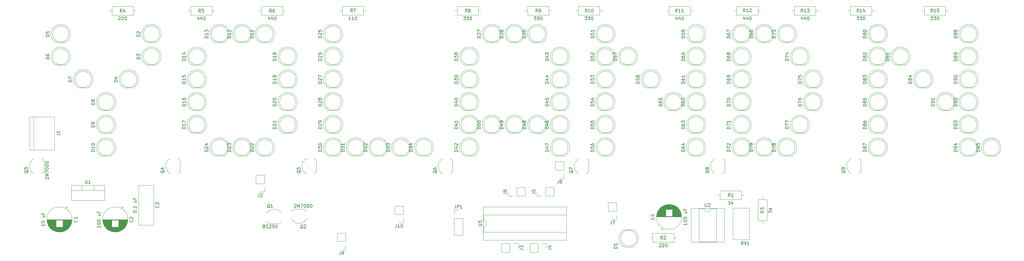
<source format=gbr>
G04 #@! TF.GenerationSoftware,KiCad,Pcbnew,5.1.4-e60b266~84~ubuntu16.04.1*
G04 #@! TF.CreationDate,2019-08-26T00:50:47+07:00*
G04 #@! TF.ProjectId,led_yol,6c65645f-796f-46c2-9e6b-696361645f70,1.0*
G04 #@! TF.SameCoordinates,Original*
G04 #@! TF.FileFunction,Legend,Top*
G04 #@! TF.FilePolarity,Positive*
%FSLAX46Y46*%
G04 Gerber Fmt 4.6, Leading zero omitted, Abs format (unit mm)*
G04 Created by KiCad (PCBNEW 5.1.4-e60b266~84~ubuntu16.04.1) date 2019-08-26 00:50:47*
%MOMM*%
%LPD*%
G04 APERTURE LIST*
%ADD10C,0.120000*%
%ADD11C,0.150000*%
G04 APERTURE END LIST*
D10*
X80784616Y-162046805D02*
G75*
G02X81308800Y-161319600I2324184J-1122795D01*
G01*
X80752400Y-164268407D02*
G75*
G03X83108800Y-165769600I2356400J1098807D01*
G01*
X85465200Y-164268407D02*
G75*
G02X83108800Y-165769600I-2356400J1098807D01*
G01*
X85432984Y-162046805D02*
G75*
G03X84908800Y-161319600I-2324184J-1122795D01*
G01*
X84908800Y-161319600D02*
X81308800Y-161319600D01*
X77759384Y-165012395D02*
G75*
G02X77235200Y-165739600I-2324184J1122795D01*
G01*
X77791600Y-162790793D02*
G75*
G03X75435200Y-161289600I-2356400J-1098807D01*
G01*
X73078800Y-162790793D02*
G75*
G02X75435200Y-161289600I2356400J-1098807D01*
G01*
X73111016Y-165012395D02*
G75*
G03X73635200Y-165739600I2324184J1122795D01*
G01*
X73635200Y-165739600D02*
X77235200Y-165739600D01*
X255683595Y-145701216D02*
G75*
G02X256410800Y-146225400I-1122795J-2324184D01*
G01*
X253461993Y-145669000D02*
G75*
G03X251960800Y-148025400I1098807J-2356400D01*
G01*
X253461993Y-150381800D02*
G75*
G02X251960800Y-148025400I1098807J2356400D01*
G01*
X255683595Y-150349584D02*
G75*
G03X256410800Y-149825400I-1122795J2324184D01*
G01*
X256410800Y-149825400D02*
X256410800Y-146225400D01*
X213683595Y-145701216D02*
G75*
G02X214410800Y-146225400I-1122795J-2324184D01*
G01*
X211461993Y-145669000D02*
G75*
G03X209960800Y-148025400I1098807J-2356400D01*
G01*
X211461993Y-150381800D02*
G75*
G02X209960800Y-148025400I1098807J2356400D01*
G01*
X213683595Y-150349584D02*
G75*
G03X214410800Y-149825400I-1122795J2324184D01*
G01*
X214410800Y-149825400D02*
X214410800Y-146225400D01*
X171683595Y-145701216D02*
G75*
G02X172410800Y-146225400I-1122795J-2324184D01*
G01*
X169461993Y-145669000D02*
G75*
G03X167960800Y-148025400I1098807J-2356400D01*
G01*
X169461993Y-150381800D02*
G75*
G02X167960800Y-148025400I1098807J2356400D01*
G01*
X171683595Y-150349584D02*
G75*
G03X172410800Y-149825400I-1122795J2324184D01*
G01*
X172410800Y-149825400D02*
X172410800Y-146225400D01*
X129683595Y-145701216D02*
G75*
G02X130410800Y-146225400I-1122795J-2324184D01*
G01*
X127461993Y-145669000D02*
G75*
G03X125960800Y-148025400I1098807J-2356400D01*
G01*
X127461993Y-150381800D02*
G75*
G02X125960800Y-148025400I1098807J2356400D01*
G01*
X129683595Y-150349584D02*
G75*
G03X130410800Y-149825400I-1122795J2324184D01*
G01*
X130410800Y-149825400D02*
X130410800Y-146225400D01*
X87683595Y-145701216D02*
G75*
G02X88410800Y-146225400I-1122795J-2324184D01*
G01*
X85461993Y-145669000D02*
G75*
G03X83960800Y-148025400I1098807J-2356400D01*
G01*
X85461993Y-150381800D02*
G75*
G02X83960800Y-148025400I1098807J2356400D01*
G01*
X87683595Y-150349584D02*
G75*
G03X88410800Y-149825400I-1122795J2324184D01*
G01*
X88410800Y-149825400D02*
X88410800Y-146225400D01*
X3683595Y-145701216D02*
G75*
G02X4410800Y-146225400I-1122795J-2324184D01*
G01*
X1461993Y-145669000D02*
G75*
G03X-39200Y-148025400I1098807J-2356400D01*
G01*
X1461993Y-150381800D02*
G75*
G02X-39200Y-148025400I1098807J2356400D01*
G01*
X3683595Y-150349584D02*
G75*
G03X4410800Y-149825400I-1122795J2324184D01*
G01*
X4410800Y-149825400D02*
X4410800Y-146225400D01*
X45683595Y-145701216D02*
G75*
G02X46410800Y-146225400I-1122795J-2324184D01*
G01*
X43461993Y-145669000D02*
G75*
G03X41960800Y-148025400I1098807J-2356400D01*
G01*
X43461993Y-150381800D02*
G75*
G02X41960800Y-148025400I1098807J2356400D01*
G01*
X45683595Y-150349584D02*
G75*
G03X46410800Y-149825400I-1122795J2324184D01*
G01*
X46410800Y-149825400D02*
X46410800Y-146225400D01*
X139910200Y-160620400D02*
X139910200Y-170900400D01*
X165550200Y-160620400D02*
X139910200Y-160620400D01*
X165550200Y-170900400D02*
X165550200Y-160620400D01*
X139910200Y-170900400D02*
X165550200Y-170900400D01*
X139970200Y-163110400D02*
X139970200Y-164760400D01*
X165490200Y-163110400D02*
X139970200Y-163110400D01*
X165490200Y-168410400D02*
X165490200Y-163110400D01*
X139970200Y-168410400D02*
X165490200Y-168410400D01*
X139970200Y-166760400D02*
X139970200Y-168410400D01*
X139970200Y-164760400D02*
G75*
G02X139970200Y-166760400I0J-1000000D01*
G01*
X115249000Y-165566400D02*
X113919000Y-165566400D01*
X115249000Y-164236400D02*
X115249000Y-165566400D01*
X115249000Y-162966400D02*
X112589000Y-162966400D01*
X112589000Y-162966400D02*
X112589000Y-160366400D01*
X115249000Y-162966400D02*
X115249000Y-160366400D01*
X115249000Y-160366400D02*
X112589000Y-160366400D01*
X97494400Y-173872200D02*
X96164400Y-173872200D01*
X97494400Y-172542200D02*
X97494400Y-173872200D01*
X97494400Y-171272200D02*
X94834400Y-171272200D01*
X94834400Y-171272200D02*
X94834400Y-168672200D01*
X97494400Y-171272200D02*
X97494400Y-168672200D01*
X97494400Y-168672200D02*
X94834400Y-168672200D01*
X164753600Y-151901200D02*
X163423600Y-151901200D01*
X164753600Y-150571200D02*
X164753600Y-151901200D01*
X164753600Y-149301200D02*
X162093600Y-149301200D01*
X162093600Y-149301200D02*
X162093600Y-146701200D01*
X164753600Y-149301200D02*
X164753600Y-146701200D01*
X164753600Y-146701200D02*
X162093600Y-146701200D01*
X181035000Y-159325000D02*
X178375000Y-159325000D01*
X181035000Y-161925000D02*
X181035000Y-159325000D01*
X178375000Y-161925000D02*
X178375000Y-159325000D01*
X181035000Y-161925000D02*
X178375000Y-161925000D01*
X181035000Y-163195000D02*
X181035000Y-164525000D01*
X181035000Y-164525000D02*
X179705000Y-164525000D01*
X72450000Y-156016000D02*
X71120000Y-156016000D01*
X72450000Y-154686000D02*
X72450000Y-156016000D01*
X72450000Y-153416000D02*
X69790000Y-153416000D01*
X69790000Y-153416000D02*
X69790000Y-150816000D01*
X72450000Y-153416000D02*
X72450000Y-150816000D01*
X72450000Y-150816000D02*
X69790000Y-150816000D01*
X152790200Y-157286000D02*
X152790200Y-154626000D01*
X150190200Y-157286000D02*
X152790200Y-157286000D01*
X150190200Y-154626000D02*
X152790200Y-154626000D01*
X150190200Y-157286000D02*
X150190200Y-154626000D01*
X148920200Y-157286000D02*
X147590200Y-157286000D01*
X147590200Y-157286000D02*
X147590200Y-155956000D01*
X156505600Y-157286000D02*
X156505600Y-155956000D01*
X157835600Y-157286000D02*
X156505600Y-157286000D01*
X159105600Y-157286000D02*
X159105600Y-154626000D01*
X159105600Y-154626000D02*
X161705600Y-154626000D01*
X159105600Y-157286000D02*
X161705600Y-157286000D01*
X161705600Y-157286000D02*
X161705600Y-154626000D01*
X159445000Y-171923400D02*
X159445000Y-173253400D01*
X158115000Y-171923400D02*
X159445000Y-171923400D01*
X156845000Y-171923400D02*
X156845000Y-174583400D01*
X156845000Y-174583400D02*
X154245000Y-174583400D01*
X156845000Y-171923400D02*
X154245000Y-171923400D01*
X154245000Y-171923400D02*
X154245000Y-174583400D01*
X150682000Y-171923400D02*
X150682000Y-173253400D01*
X149352000Y-171923400D02*
X150682000Y-171923400D01*
X148082000Y-171923400D02*
X148082000Y-174583400D01*
X148082000Y-174583400D02*
X145482000Y-174583400D01*
X148082000Y-171923400D02*
X145482000Y-171923400D01*
X145482000Y-171923400D02*
X145482000Y-174583400D01*
X220255600Y-157011800D02*
X219485600Y-157011800D01*
X212175600Y-157011800D02*
X212945600Y-157011800D01*
X219485600Y-155641800D02*
X212945600Y-155641800D01*
X219485600Y-158381800D02*
X219485600Y-155641800D01*
X212945600Y-158381800D02*
X219485600Y-158381800D01*
X212945600Y-155641800D02*
X212945600Y-158381800D01*
X226020000Y-157601800D02*
X226020000Y-158371800D01*
X226020000Y-165681800D02*
X226020000Y-164911800D01*
X224650000Y-158371800D02*
X224650000Y-164911800D01*
X227390000Y-158371800D02*
X224650000Y-158371800D01*
X227390000Y-164911800D02*
X227390000Y-158371800D01*
X224650000Y-164911800D02*
X227390000Y-164911800D01*
X214222589Y-161048200D02*
X203942589Y-161048200D01*
X214222589Y-171448200D02*
X214222589Y-161048200D01*
X203942589Y-171448200D02*
X214222589Y-171448200D01*
X203942589Y-161048200D02*
X203942589Y-171448200D01*
X211732589Y-161108200D02*
X210082589Y-161108200D01*
X211732589Y-171388200D02*
X211732589Y-161108200D01*
X206432589Y-171388200D02*
X211732589Y-171388200D01*
X206432589Y-161108200D02*
X206432589Y-171388200D01*
X208082589Y-161108200D02*
X206432589Y-161108200D01*
X210082589Y-161108200D02*
G75*
G02X208082589Y-161108200I-1000000J0D01*
G01*
X19808800Y-153981400D02*
X19808800Y-155491400D01*
X16107800Y-153981400D02*
X16107800Y-155491400D01*
X12837800Y-155491400D02*
X23077800Y-155491400D01*
X23077800Y-153981400D02*
X23077800Y-158622400D01*
X12837800Y-153981400D02*
X12837800Y-158622400D01*
X12837800Y-158622400D02*
X23077800Y-158622400D01*
X12837800Y-153981400D02*
X23077800Y-153981400D01*
X221951000Y-170743200D02*
X221951000Y-160973200D01*
X216881000Y-170743200D02*
X216881000Y-160973200D01*
X221951000Y-160973200D02*
X216881000Y-160973200D01*
X221951000Y-170743200D02*
X216881000Y-170743200D01*
X283236800Y-100101400D02*
X282466800Y-100101400D01*
X275156800Y-100101400D02*
X275926800Y-100101400D01*
X282466800Y-98731400D02*
X275926800Y-98731400D01*
X282466800Y-101471400D02*
X282466800Y-98731400D01*
X275926800Y-101471400D02*
X282466800Y-101471400D01*
X275926800Y-98731400D02*
X275926800Y-101471400D01*
X260402200Y-100101400D02*
X259632200Y-100101400D01*
X252322200Y-100101400D02*
X253092200Y-100101400D01*
X259632200Y-98731400D02*
X253092200Y-98731400D01*
X259632200Y-101471400D02*
X259632200Y-98731400D01*
X253092200Y-101471400D02*
X259632200Y-101471400D01*
X253092200Y-98731400D02*
X253092200Y-101471400D01*
X243206400Y-100101400D02*
X242436400Y-100101400D01*
X235126400Y-100101400D02*
X235896400Y-100101400D01*
X242436400Y-98731400D02*
X235896400Y-98731400D01*
X242436400Y-101471400D02*
X242436400Y-98731400D01*
X235896400Y-101471400D02*
X242436400Y-101471400D01*
X235896400Y-98731400D02*
X235896400Y-101471400D01*
X225350200Y-100101400D02*
X224580200Y-100101400D01*
X217270200Y-100101400D02*
X218040200Y-100101400D01*
X224580200Y-98731400D02*
X218040200Y-98731400D01*
X224580200Y-101471400D02*
X224580200Y-98731400D01*
X218040200Y-101471400D02*
X224580200Y-101471400D01*
X218040200Y-98731400D02*
X218040200Y-101471400D01*
X204471400Y-100101400D02*
X203701400Y-100101400D01*
X196391400Y-100101400D02*
X197161400Y-100101400D01*
X203701400Y-98731400D02*
X197161400Y-98731400D01*
X203701400Y-101471400D02*
X203701400Y-98731400D01*
X197161400Y-101471400D02*
X203701400Y-101471400D01*
X197161400Y-98731400D02*
X197161400Y-101471400D01*
X176556800Y-100101400D02*
X175786800Y-100101400D01*
X168476800Y-100101400D02*
X169246800Y-100101400D01*
X175786800Y-98731400D02*
X169246800Y-98731400D01*
X175786800Y-101471400D02*
X175786800Y-98731400D01*
X169246800Y-101471400D02*
X175786800Y-101471400D01*
X169246800Y-98731400D02*
X169246800Y-101471400D01*
X160885000Y-100101400D02*
X160115000Y-100101400D01*
X152805000Y-100101400D02*
X153575000Y-100101400D01*
X160115000Y-98731400D02*
X153575000Y-98731400D01*
X160115000Y-101471400D02*
X160115000Y-98731400D01*
X153575000Y-101471400D02*
X160115000Y-101471400D01*
X153575000Y-98731400D02*
X153575000Y-101471400D01*
X139142600Y-100101400D02*
X138372600Y-100101400D01*
X131062600Y-100101400D02*
X131832600Y-100101400D01*
X138372600Y-98731400D02*
X131832600Y-98731400D01*
X138372600Y-101471400D02*
X138372600Y-98731400D01*
X131832600Y-101471400D02*
X138372600Y-101471400D01*
X131832600Y-98731400D02*
X131832600Y-101471400D01*
X103709600Y-100101400D02*
X102939600Y-100101400D01*
X95629600Y-100101400D02*
X96399600Y-100101400D01*
X102939600Y-98731400D02*
X96399600Y-98731400D01*
X102939600Y-101471400D02*
X102939600Y-98731400D01*
X96399600Y-101471400D02*
X102939600Y-101471400D01*
X96399600Y-98731400D02*
X96399600Y-101471400D01*
X78843000Y-100101400D02*
X78073000Y-100101400D01*
X70763000Y-100101400D02*
X71533000Y-100101400D01*
X78073000Y-98731400D02*
X71533000Y-98731400D01*
X78073000Y-101471400D02*
X78073000Y-98731400D01*
X71533000Y-101471400D02*
X78073000Y-101471400D01*
X71533000Y-98731400D02*
X71533000Y-101471400D01*
X56973600Y-100101400D02*
X56203600Y-100101400D01*
X48893600Y-100101400D02*
X49663600Y-100101400D01*
X56203600Y-98731400D02*
X49663600Y-98731400D01*
X56203600Y-101471400D02*
X56203600Y-98731400D01*
X49663600Y-101471400D02*
X56203600Y-101471400D01*
X49663600Y-98731400D02*
X49663600Y-101471400D01*
X32680800Y-100101400D02*
X31910800Y-100101400D01*
X24600800Y-100101400D02*
X25370800Y-100101400D01*
X31910800Y-98731400D02*
X25370800Y-98731400D01*
X31910800Y-101471400D02*
X31910800Y-98731400D01*
X25370800Y-101471400D02*
X31910800Y-101471400D01*
X25370800Y-98731400D02*
X25370800Y-101471400D01*
X199462400Y-170138200D02*
X198692400Y-170138200D01*
X191382400Y-170138200D02*
X192152400Y-170138200D01*
X198692400Y-168768200D02*
X192152400Y-168768200D01*
X198692400Y-171508200D02*
X198692400Y-168768200D01*
X192152400Y-171508200D02*
X198692400Y-171508200D01*
X192152400Y-168768200D02*
X192152400Y-171508200D01*
X130927800Y-161611000D02*
X132257800Y-161611000D01*
X130927800Y-162941000D02*
X130927800Y-161611000D01*
X130927800Y-164211000D02*
X133587800Y-164211000D01*
X133587800Y-164211000D02*
X133587800Y-169351000D01*
X130927800Y-164211000D02*
X130927800Y-169351000D01*
X130927800Y-169351000D02*
X133587800Y-169351000D01*
X0Y-132867400D02*
X0Y-143027400D01*
X7620000Y-132867400D02*
X0Y-132867400D01*
X7620000Y-143027400D02*
X7620000Y-132867400D01*
X0Y-143027400D02*
X7620000Y-143027400D01*
X1270000Y-143027400D02*
X1270000Y-132867400D01*
X295015800Y-144855400D02*
X298105800Y-144855400D01*
X299060800Y-142295400D02*
G75*
G03X299060800Y-142295400I-2500000J0D01*
G01*
X296560338Y-139305400D02*
G75*
G02X298105630Y-144855400I462J-2990000D01*
G01*
X296561262Y-139305400D02*
G75*
G03X295015970Y-144855400I-462J-2990000D01*
G01*
X288015800Y-144855400D02*
X291105800Y-144855400D01*
X292060800Y-142295400D02*
G75*
G03X292060800Y-142295400I-2500000J0D01*
G01*
X289560338Y-139305400D02*
G75*
G02X291105630Y-144855400I462J-2990000D01*
G01*
X289561262Y-139305400D02*
G75*
G03X288015970Y-144855400I-462J-2990000D01*
G01*
X288015800Y-137855400D02*
X291105800Y-137855400D01*
X292060800Y-135295400D02*
G75*
G03X292060800Y-135295400I-2500000J0D01*
G01*
X289560338Y-132305400D02*
G75*
G02X291105630Y-137855400I462J-2990000D01*
G01*
X289561262Y-132305400D02*
G75*
G03X288015970Y-137855400I-462J-2990000D01*
G01*
X288015800Y-130855400D02*
X291105800Y-130855400D01*
X292060800Y-128295400D02*
G75*
G03X292060800Y-128295400I-2500000J0D01*
G01*
X289560338Y-125305400D02*
G75*
G02X291105630Y-130855400I462J-2990000D01*
G01*
X289561262Y-125305400D02*
G75*
G03X288015970Y-130855400I-462J-2990000D01*
G01*
X281015800Y-130855400D02*
X284105800Y-130855400D01*
X285060800Y-128295400D02*
G75*
G03X285060800Y-128295400I-2500000J0D01*
G01*
X282560338Y-125305400D02*
G75*
G02X284105630Y-130855400I462J-2990000D01*
G01*
X282561262Y-125305400D02*
G75*
G03X281015970Y-130855400I-462J-2990000D01*
G01*
X288015800Y-123855400D02*
X291105800Y-123855400D01*
X292060800Y-121295400D02*
G75*
G03X292060800Y-121295400I-2500000J0D01*
G01*
X289560338Y-118305400D02*
G75*
G02X291105630Y-123855400I462J-2990000D01*
G01*
X289561262Y-118305400D02*
G75*
G03X288015970Y-123855400I-462J-2990000D01*
G01*
X288015800Y-116855400D02*
X291105800Y-116855400D01*
X292060800Y-114295400D02*
G75*
G03X292060800Y-114295400I-2500000J0D01*
G01*
X289560338Y-111305400D02*
G75*
G02X291105630Y-116855400I462J-2990000D01*
G01*
X289561262Y-111305400D02*
G75*
G03X288015970Y-116855400I-462J-2990000D01*
G01*
X288015800Y-109855400D02*
X291105800Y-109855400D01*
X292060800Y-107295400D02*
G75*
G03X292060800Y-107295400I-2500000J0D01*
G01*
X289560338Y-104305400D02*
G75*
G02X291105630Y-109855400I462J-2990000D01*
G01*
X289561262Y-104305400D02*
G75*
G03X288015970Y-109855400I-462J-2990000D01*
G01*
X260015800Y-144855400D02*
X263105800Y-144855400D01*
X264060800Y-142295400D02*
G75*
G03X264060800Y-142295400I-2500000J0D01*
G01*
X261560338Y-139305400D02*
G75*
G02X263105630Y-144855400I462J-2990000D01*
G01*
X261561262Y-139305400D02*
G75*
G03X260015970Y-144855400I-462J-2990000D01*
G01*
X260015800Y-137855400D02*
X263105800Y-137855400D01*
X264060800Y-135295400D02*
G75*
G03X264060800Y-135295400I-2500000J0D01*
G01*
X261560338Y-132305400D02*
G75*
G02X263105630Y-137855400I462J-2990000D01*
G01*
X261561262Y-132305400D02*
G75*
G03X260015970Y-137855400I-462J-2990000D01*
G01*
X260015800Y-130855400D02*
X263105800Y-130855400D01*
X264060800Y-128295400D02*
G75*
G03X264060800Y-128295400I-2500000J0D01*
G01*
X261560338Y-125305400D02*
G75*
G02X263105630Y-130855400I462J-2990000D01*
G01*
X261561262Y-125305400D02*
G75*
G03X260015970Y-130855400I-462J-2990000D01*
G01*
X274015800Y-123855400D02*
X277105800Y-123855400D01*
X278060800Y-121295400D02*
G75*
G03X278060800Y-121295400I-2500000J0D01*
G01*
X275560338Y-118305400D02*
G75*
G02X277105630Y-123855400I462J-2990000D01*
G01*
X275561262Y-118305400D02*
G75*
G03X274015970Y-123855400I-462J-2990000D01*
G01*
X260015800Y-123855400D02*
X263105800Y-123855400D01*
X264060800Y-121295400D02*
G75*
G03X264060800Y-121295400I-2500000J0D01*
G01*
X261560338Y-118305400D02*
G75*
G02X263105630Y-123855400I462J-2990000D01*
G01*
X261561262Y-118305400D02*
G75*
G03X260015970Y-123855400I-462J-2990000D01*
G01*
X260015800Y-116855400D02*
X263105800Y-116855400D01*
X264060800Y-114295400D02*
G75*
G03X264060800Y-114295400I-2500000J0D01*
G01*
X261560338Y-111305400D02*
G75*
G02X263105630Y-116855400I462J-2990000D01*
G01*
X261561262Y-111305400D02*
G75*
G03X260015970Y-116855400I-462J-2990000D01*
G01*
X267015800Y-116855400D02*
X270105800Y-116855400D01*
X271060800Y-114295400D02*
G75*
G03X271060800Y-114295400I-2500000J0D01*
G01*
X268560338Y-111305400D02*
G75*
G02X270105630Y-116855400I462J-2990000D01*
G01*
X268561262Y-111305400D02*
G75*
G03X267015970Y-116855400I-462J-2990000D01*
G01*
X260015800Y-109855400D02*
X263105800Y-109855400D01*
X264060800Y-107295400D02*
G75*
G03X264060800Y-107295400I-2500000J0D01*
G01*
X261560338Y-104305400D02*
G75*
G02X263105630Y-109855400I462J-2990000D01*
G01*
X261561262Y-104305400D02*
G75*
G03X260015970Y-109855400I-462J-2990000D01*
G01*
X225015800Y-144855400D02*
X228105800Y-144855400D01*
X229060800Y-142295400D02*
G75*
G03X229060800Y-142295400I-2500000J0D01*
G01*
X226560338Y-139305400D02*
G75*
G02X228105630Y-144855400I462J-2990000D01*
G01*
X226561262Y-139305400D02*
G75*
G03X225015970Y-144855400I-462J-2990000D01*
G01*
X232015800Y-144855400D02*
X235105800Y-144855400D01*
X236060800Y-142295400D02*
G75*
G03X236060800Y-142295400I-2500000J0D01*
G01*
X233560338Y-139305400D02*
G75*
G02X235105630Y-144855400I462J-2990000D01*
G01*
X233561262Y-139305400D02*
G75*
G03X232015970Y-144855400I-462J-2990000D01*
G01*
X236015800Y-137855400D02*
X239105800Y-137855400D01*
X240060800Y-135295400D02*
G75*
G03X240060800Y-135295400I-2500000J0D01*
G01*
X237560338Y-132305400D02*
G75*
G02X239105630Y-137855400I462J-2990000D01*
G01*
X237561262Y-132305400D02*
G75*
G03X236015970Y-137855400I-462J-2990000D01*
G01*
X240015800Y-130855400D02*
X243105800Y-130855400D01*
X244060800Y-128295400D02*
G75*
G03X244060800Y-128295400I-2500000J0D01*
G01*
X241560338Y-125305400D02*
G75*
G02X243105630Y-130855400I462J-2990000D01*
G01*
X241561262Y-125305400D02*
G75*
G03X240015970Y-130855400I-462J-2990000D01*
G01*
X240015800Y-123855400D02*
X243105800Y-123855400D01*
X244060800Y-121295400D02*
G75*
G03X244060800Y-121295400I-2500000J0D01*
G01*
X241560338Y-118305400D02*
G75*
G02X243105630Y-123855400I462J-2990000D01*
G01*
X241561262Y-118305400D02*
G75*
G03X240015970Y-123855400I-462J-2990000D01*
G01*
X236015800Y-116855400D02*
X239105800Y-116855400D01*
X240060800Y-114295400D02*
G75*
G03X240060800Y-114295400I-2500000J0D01*
G01*
X237560338Y-111305400D02*
G75*
G02X239105630Y-116855400I462J-2990000D01*
G01*
X237561262Y-111305400D02*
G75*
G03X236015970Y-116855400I-462J-2990000D01*
G01*
X232015800Y-109855400D02*
X235105800Y-109855400D01*
X236060800Y-107295400D02*
G75*
G03X236060800Y-107295400I-2500000J0D01*
G01*
X233560338Y-104305400D02*
G75*
G02X235105630Y-109855400I462J-2990000D01*
G01*
X233561262Y-104305400D02*
G75*
G03X232015970Y-109855400I-462J-2990000D01*
G01*
X218015800Y-144855400D02*
X221105800Y-144855400D01*
X222060800Y-142295400D02*
G75*
G03X222060800Y-142295400I-2500000J0D01*
G01*
X219560338Y-139305400D02*
G75*
G02X221105630Y-144855400I462J-2990000D01*
G01*
X219561262Y-139305400D02*
G75*
G03X218015970Y-144855400I-462J-2990000D01*
G01*
X218015800Y-137855400D02*
X221105800Y-137855400D01*
X222060800Y-135295400D02*
G75*
G03X222060800Y-135295400I-2500000J0D01*
G01*
X219560338Y-132305400D02*
G75*
G02X221105630Y-137855400I462J-2990000D01*
G01*
X219561262Y-132305400D02*
G75*
G03X218015970Y-137855400I-462J-2990000D01*
G01*
X218015800Y-130855400D02*
X221105800Y-130855400D01*
X222060800Y-128295400D02*
G75*
G03X222060800Y-128295400I-2500000J0D01*
G01*
X219560338Y-125305400D02*
G75*
G02X221105630Y-130855400I462J-2990000D01*
G01*
X219561262Y-125305400D02*
G75*
G03X218015970Y-130855400I-462J-2990000D01*
G01*
X218015800Y-123855400D02*
X221105800Y-123855400D01*
X222060800Y-121295400D02*
G75*
G03X222060800Y-121295400I-2500000J0D01*
G01*
X219560338Y-118305400D02*
G75*
G02X221105630Y-123855400I462J-2990000D01*
G01*
X219561262Y-118305400D02*
G75*
G03X218015970Y-123855400I-462J-2990000D01*
G01*
X218015800Y-116855400D02*
X221105800Y-116855400D01*
X222060800Y-114295400D02*
G75*
G03X222060800Y-114295400I-2500000J0D01*
G01*
X219560338Y-111305400D02*
G75*
G02X221105630Y-116855400I462J-2990000D01*
G01*
X219561262Y-111305400D02*
G75*
G03X218015970Y-116855400I-462J-2990000D01*
G01*
X218015800Y-109855400D02*
X221105800Y-109855400D01*
X222060800Y-107295400D02*
G75*
G03X222060800Y-107295400I-2500000J0D01*
G01*
X219560338Y-104305400D02*
G75*
G02X221105630Y-109855400I462J-2990000D01*
G01*
X219561262Y-104305400D02*
G75*
G03X218015970Y-109855400I-462J-2990000D01*
G01*
X225015800Y-109855400D02*
X228105800Y-109855400D01*
X229060800Y-107295400D02*
G75*
G03X229060800Y-107295400I-2500000J0D01*
G01*
X226560338Y-104305400D02*
G75*
G02X228105630Y-109855400I462J-2990000D01*
G01*
X226561262Y-104305400D02*
G75*
G03X225015970Y-109855400I-462J-2990000D01*
G01*
X197015800Y-130855400D02*
X200105800Y-130855400D01*
X201060800Y-128295400D02*
G75*
G03X201060800Y-128295400I-2500000J0D01*
G01*
X198560338Y-125305400D02*
G75*
G02X200105630Y-130855400I462J-2990000D01*
G01*
X198561262Y-125305400D02*
G75*
G03X197015970Y-130855400I-462J-2990000D01*
G01*
X204015800Y-144855400D02*
X207105800Y-144855400D01*
X208060800Y-142295400D02*
G75*
G03X208060800Y-142295400I-2500000J0D01*
G01*
X205560338Y-139305400D02*
G75*
G02X207105630Y-144855400I462J-2990000D01*
G01*
X205561262Y-139305400D02*
G75*
G03X204015970Y-144855400I-462J-2990000D01*
G01*
X204015800Y-137855400D02*
X207105800Y-137855400D01*
X208060800Y-135295400D02*
G75*
G03X208060800Y-135295400I-2500000J0D01*
G01*
X205560338Y-132305400D02*
G75*
G02X207105630Y-137855400I462J-2990000D01*
G01*
X205561262Y-132305400D02*
G75*
G03X204015970Y-137855400I-462J-2990000D01*
G01*
X204015800Y-130855400D02*
X207105800Y-130855400D01*
X208060800Y-128295400D02*
G75*
G03X208060800Y-128295400I-2500000J0D01*
G01*
X205560338Y-125305400D02*
G75*
G02X207105630Y-130855400I462J-2990000D01*
G01*
X205561262Y-125305400D02*
G75*
G03X204015970Y-130855400I-462J-2990000D01*
G01*
X204015800Y-123855400D02*
X207105800Y-123855400D01*
X208060800Y-121295400D02*
G75*
G03X208060800Y-121295400I-2500000J0D01*
G01*
X205560338Y-118305400D02*
G75*
G02X207105630Y-123855400I462J-2990000D01*
G01*
X205561262Y-118305400D02*
G75*
G03X204015970Y-123855400I-462J-2990000D01*
G01*
X204015800Y-116855400D02*
X207105800Y-116855400D01*
X208060800Y-114295400D02*
G75*
G03X208060800Y-114295400I-2500000J0D01*
G01*
X205560338Y-111305400D02*
G75*
G02X207105630Y-116855400I462J-2990000D01*
G01*
X205561262Y-111305400D02*
G75*
G03X204015970Y-116855400I-462J-2990000D01*
G01*
X204015800Y-109855400D02*
X207105800Y-109855400D01*
X208060800Y-107295400D02*
G75*
G03X208060800Y-107295400I-2500000J0D01*
G01*
X205560338Y-104305400D02*
G75*
G02X207105630Y-109855400I462J-2990000D01*
G01*
X205561262Y-104305400D02*
G75*
G03X204015970Y-109855400I-462J-2990000D01*
G01*
X190015800Y-123855400D02*
X193105800Y-123855400D01*
X194060800Y-121295400D02*
G75*
G03X194060800Y-121295400I-2500000J0D01*
G01*
X191560338Y-118305400D02*
G75*
G02X193105630Y-123855400I462J-2990000D01*
G01*
X191561262Y-118305400D02*
G75*
G03X190015970Y-123855400I-462J-2990000D01*
G01*
X183015800Y-116855400D02*
X186105800Y-116855400D01*
X187060800Y-114295400D02*
G75*
G03X187060800Y-114295400I-2500000J0D01*
G01*
X184560338Y-111305400D02*
G75*
G02X186105630Y-116855400I462J-2990000D01*
G01*
X184561262Y-111305400D02*
G75*
G03X183015970Y-116855400I-462J-2990000D01*
G01*
X176015800Y-144855400D02*
X179105800Y-144855400D01*
X180060800Y-142295400D02*
G75*
G03X180060800Y-142295400I-2500000J0D01*
G01*
X177560338Y-139305400D02*
G75*
G02X179105630Y-144855400I462J-2990000D01*
G01*
X177561262Y-139305400D02*
G75*
G03X176015970Y-144855400I-462J-2990000D01*
G01*
X176015800Y-137855400D02*
X179105800Y-137855400D01*
X180060800Y-135295400D02*
G75*
G03X180060800Y-135295400I-2500000J0D01*
G01*
X177560338Y-132305400D02*
G75*
G02X179105630Y-137855400I462J-2990000D01*
G01*
X177561262Y-132305400D02*
G75*
G03X176015970Y-137855400I-462J-2990000D01*
G01*
X176015800Y-130855400D02*
X179105800Y-130855400D01*
X180060800Y-128295400D02*
G75*
G03X180060800Y-128295400I-2500000J0D01*
G01*
X177560338Y-125305400D02*
G75*
G02X179105630Y-130855400I462J-2990000D01*
G01*
X177561262Y-125305400D02*
G75*
G03X176015970Y-130855400I-462J-2990000D01*
G01*
X176015800Y-123855400D02*
X179105800Y-123855400D01*
X180060800Y-121295400D02*
G75*
G03X180060800Y-121295400I-2500000J0D01*
G01*
X177560338Y-118305400D02*
G75*
G02X179105630Y-123855400I462J-2990000D01*
G01*
X177561262Y-118305400D02*
G75*
G03X176015970Y-123855400I-462J-2990000D01*
G01*
X176015800Y-116855400D02*
X179105800Y-116855400D01*
X180060800Y-114295400D02*
G75*
G03X180060800Y-114295400I-2500000J0D01*
G01*
X177560338Y-111305400D02*
G75*
G02X179105630Y-116855400I462J-2990000D01*
G01*
X177561262Y-111305400D02*
G75*
G03X176015970Y-116855400I-462J-2990000D01*
G01*
X176015800Y-109855400D02*
X179105800Y-109855400D01*
X180060800Y-107295400D02*
G75*
G03X180060800Y-107295400I-2500000J0D01*
G01*
X177560338Y-104305400D02*
G75*
G02X179105630Y-109855400I462J-2990000D01*
G01*
X177561262Y-104305400D02*
G75*
G03X176015970Y-109855400I-462J-2990000D01*
G01*
X141015800Y-137855400D02*
X144105800Y-137855400D01*
X145060800Y-135295400D02*
G75*
G03X145060800Y-135295400I-2500000J0D01*
G01*
X142560338Y-132305400D02*
G75*
G02X144105630Y-137855400I462J-2990000D01*
G01*
X142561262Y-132305400D02*
G75*
G03X141015970Y-137855400I-462J-2990000D01*
G01*
X148015800Y-137855400D02*
X151105800Y-137855400D01*
X152060800Y-135295400D02*
G75*
G03X152060800Y-135295400I-2500000J0D01*
G01*
X149560338Y-132305400D02*
G75*
G02X151105630Y-137855400I462J-2990000D01*
G01*
X149561262Y-132305400D02*
G75*
G03X148015970Y-137855400I-462J-2990000D01*
G01*
X155015800Y-137855400D02*
X158105800Y-137855400D01*
X159060800Y-135295400D02*
G75*
G03X159060800Y-135295400I-2500000J0D01*
G01*
X156560338Y-132305400D02*
G75*
G02X158105630Y-137855400I462J-2990000D01*
G01*
X156561262Y-132305400D02*
G75*
G03X155015970Y-137855400I-462J-2990000D01*
G01*
X162015800Y-144855400D02*
X165105800Y-144855400D01*
X166060800Y-142295400D02*
G75*
G03X166060800Y-142295400I-2500000J0D01*
G01*
X163560338Y-139305400D02*
G75*
G02X165105630Y-144855400I462J-2990000D01*
G01*
X163561262Y-139305400D02*
G75*
G03X162015970Y-144855400I-462J-2990000D01*
G01*
X162015800Y-137855400D02*
X165105800Y-137855400D01*
X166060800Y-135295400D02*
G75*
G03X166060800Y-135295400I-2500000J0D01*
G01*
X163560338Y-132305400D02*
G75*
G02X165105630Y-137855400I462J-2990000D01*
G01*
X163561262Y-132305400D02*
G75*
G03X162015970Y-137855400I-462J-2990000D01*
G01*
X162015800Y-130855400D02*
X165105800Y-130855400D01*
X166060800Y-128295400D02*
G75*
G03X166060800Y-128295400I-2500000J0D01*
G01*
X163560338Y-125305400D02*
G75*
G02X165105630Y-130855400I462J-2990000D01*
G01*
X163561262Y-125305400D02*
G75*
G03X162015970Y-130855400I-462J-2990000D01*
G01*
X162015800Y-123855400D02*
X165105800Y-123855400D01*
X166060800Y-121295400D02*
G75*
G03X166060800Y-121295400I-2500000J0D01*
G01*
X163560338Y-118305400D02*
G75*
G02X165105630Y-123855400I462J-2990000D01*
G01*
X163561262Y-118305400D02*
G75*
G03X162015970Y-123855400I-462J-2990000D01*
G01*
X162015800Y-116855400D02*
X165105800Y-116855400D01*
X166060800Y-114295400D02*
G75*
G03X166060800Y-114295400I-2500000J0D01*
G01*
X163560338Y-111305400D02*
G75*
G02X165105630Y-116855400I462J-2990000D01*
G01*
X163561262Y-111305400D02*
G75*
G03X162015970Y-116855400I-462J-2990000D01*
G01*
X134015800Y-144855400D02*
X137105800Y-144855400D01*
X138060800Y-142295400D02*
G75*
G03X138060800Y-142295400I-2500000J0D01*
G01*
X135560338Y-139305400D02*
G75*
G02X137105630Y-144855400I462J-2990000D01*
G01*
X135561262Y-139305400D02*
G75*
G03X134015970Y-144855400I-462J-2990000D01*
G01*
X134015800Y-137855400D02*
X137105800Y-137855400D01*
X138060800Y-135295400D02*
G75*
G03X138060800Y-135295400I-2500000J0D01*
G01*
X135560338Y-132305400D02*
G75*
G02X137105630Y-137855400I462J-2990000D01*
G01*
X135561262Y-132305400D02*
G75*
G03X134015970Y-137855400I-462J-2990000D01*
G01*
X134015800Y-130855400D02*
X137105800Y-130855400D01*
X138060800Y-128295400D02*
G75*
G03X138060800Y-128295400I-2500000J0D01*
G01*
X135560338Y-125305400D02*
G75*
G02X137105630Y-130855400I462J-2990000D01*
G01*
X135561262Y-125305400D02*
G75*
G03X134015970Y-130855400I-462J-2990000D01*
G01*
X134015800Y-123855400D02*
X137105800Y-123855400D01*
X138060800Y-121295400D02*
G75*
G03X138060800Y-121295400I-2500000J0D01*
G01*
X135560338Y-118305400D02*
G75*
G02X137105630Y-123855400I462J-2990000D01*
G01*
X135561262Y-118305400D02*
G75*
G03X134015970Y-123855400I-462J-2990000D01*
G01*
X134015800Y-116855400D02*
X137105800Y-116855400D01*
X138060800Y-114295400D02*
G75*
G03X138060800Y-114295400I-2500000J0D01*
G01*
X135560338Y-111305400D02*
G75*
G02X137105630Y-116855400I462J-2990000D01*
G01*
X135561262Y-111305400D02*
G75*
G03X134015970Y-116855400I-462J-2990000D01*
G01*
X141015800Y-109855400D02*
X144105800Y-109855400D01*
X145060800Y-107295400D02*
G75*
G03X145060800Y-107295400I-2500000J0D01*
G01*
X142560338Y-104305400D02*
G75*
G02X144105630Y-109855400I462J-2990000D01*
G01*
X142561262Y-104305400D02*
G75*
G03X141015970Y-109855400I-462J-2990000D01*
G01*
X148015800Y-109855400D02*
X151105800Y-109855400D01*
X152060800Y-107295400D02*
G75*
G03X152060800Y-107295400I-2500000J0D01*
G01*
X149560338Y-104305400D02*
G75*
G02X151105630Y-109855400I462J-2990000D01*
G01*
X149561262Y-104305400D02*
G75*
G03X148015970Y-109855400I-462J-2990000D01*
G01*
X155015800Y-109855400D02*
X158105800Y-109855400D01*
X159060800Y-107295400D02*
G75*
G03X159060800Y-107295400I-2500000J0D01*
G01*
X156560338Y-104305400D02*
G75*
G02X158105630Y-109855400I462J-2990000D01*
G01*
X156561262Y-104305400D02*
G75*
G03X155015970Y-109855400I-462J-2990000D01*
G01*
X120015800Y-144855400D02*
X123105800Y-144855400D01*
X124060800Y-142295400D02*
G75*
G03X124060800Y-142295400I-2500000J0D01*
G01*
X121560338Y-139305400D02*
G75*
G02X123105630Y-144855400I462J-2990000D01*
G01*
X121561262Y-139305400D02*
G75*
G03X120015970Y-144855400I-462J-2990000D01*
G01*
X113015800Y-144855400D02*
X116105800Y-144855400D01*
X117060800Y-142295400D02*
G75*
G03X117060800Y-142295400I-2500000J0D01*
G01*
X114560338Y-139305400D02*
G75*
G02X116105630Y-144855400I462J-2990000D01*
G01*
X114561262Y-139305400D02*
G75*
G03X113015970Y-144855400I-462J-2990000D01*
G01*
X106015800Y-144855400D02*
X109105800Y-144855400D01*
X110060800Y-142295400D02*
G75*
G03X110060800Y-142295400I-2500000J0D01*
G01*
X107560338Y-139305400D02*
G75*
G02X109105630Y-144855400I462J-2990000D01*
G01*
X107561262Y-139305400D02*
G75*
G03X106015970Y-144855400I-462J-2990000D01*
G01*
X99015800Y-144855400D02*
X102105800Y-144855400D01*
X103060800Y-142295400D02*
G75*
G03X103060800Y-142295400I-2500000J0D01*
G01*
X100560338Y-139305400D02*
G75*
G02X102105630Y-144855400I462J-2990000D01*
G01*
X100561262Y-139305400D02*
G75*
G03X99015970Y-144855400I-462J-2990000D01*
G01*
X92015800Y-144855400D02*
X95105800Y-144855400D01*
X96060800Y-142295400D02*
G75*
G03X96060800Y-142295400I-2500000J0D01*
G01*
X93560338Y-139305400D02*
G75*
G02X95105630Y-144855400I462J-2990000D01*
G01*
X93561262Y-139305400D02*
G75*
G03X92015970Y-144855400I-462J-2990000D01*
G01*
X92015800Y-137855400D02*
X95105800Y-137855400D01*
X96060800Y-135295400D02*
G75*
G03X96060800Y-135295400I-2500000J0D01*
G01*
X93560338Y-132305400D02*
G75*
G02X95105630Y-137855400I462J-2990000D01*
G01*
X93561262Y-132305400D02*
G75*
G03X92015970Y-137855400I-462J-2990000D01*
G01*
X92015800Y-130855400D02*
X95105800Y-130855400D01*
X96060800Y-128295400D02*
G75*
G03X96060800Y-128295400I-2500000J0D01*
G01*
X93560338Y-125305400D02*
G75*
G02X95105630Y-130855400I462J-2990000D01*
G01*
X93561262Y-125305400D02*
G75*
G03X92015970Y-130855400I-462J-2990000D01*
G01*
X92015800Y-123855400D02*
X95105800Y-123855400D01*
X96060800Y-121295400D02*
G75*
G03X96060800Y-121295400I-2500000J0D01*
G01*
X93560338Y-118305400D02*
G75*
G02X95105630Y-123855400I462J-2990000D01*
G01*
X93561262Y-118305400D02*
G75*
G03X92015970Y-123855400I-462J-2990000D01*
G01*
X92015800Y-116855400D02*
X95105800Y-116855400D01*
X96060800Y-114295400D02*
G75*
G03X96060800Y-114295400I-2500000J0D01*
G01*
X93560338Y-111305400D02*
G75*
G02X95105630Y-116855400I462J-2990000D01*
G01*
X93561262Y-111305400D02*
G75*
G03X92015970Y-116855400I-462J-2990000D01*
G01*
X92015800Y-109855400D02*
X95105800Y-109855400D01*
X96060800Y-107295400D02*
G75*
G03X96060800Y-107295400I-2500000J0D01*
G01*
X93560338Y-104305400D02*
G75*
G02X95105630Y-109855400I462J-2990000D01*
G01*
X93561262Y-104305400D02*
G75*
G03X92015970Y-109855400I-462J-2990000D01*
G01*
X57015800Y-144855400D02*
X60105800Y-144855400D01*
X61060800Y-142295400D02*
G75*
G03X61060800Y-142295400I-2500000J0D01*
G01*
X58560338Y-139305400D02*
G75*
G02X60105630Y-144855400I462J-2990000D01*
G01*
X58561262Y-139305400D02*
G75*
G03X57015970Y-144855400I-462J-2990000D01*
G01*
X64015800Y-144855400D02*
X67105800Y-144855400D01*
X68060800Y-142295400D02*
G75*
G03X68060800Y-142295400I-2500000J0D01*
G01*
X65560338Y-139305400D02*
G75*
G02X67105630Y-144855400I462J-2990000D01*
G01*
X65561262Y-139305400D02*
G75*
G03X64015970Y-144855400I-462J-2990000D01*
G01*
X71015800Y-144855400D02*
X74105800Y-144855400D01*
X75060800Y-142295400D02*
G75*
G03X75060800Y-142295400I-2500000J0D01*
G01*
X72560338Y-139305400D02*
G75*
G02X74105630Y-144855400I462J-2990000D01*
G01*
X72561262Y-139305400D02*
G75*
G03X71015970Y-144855400I-462J-2990000D01*
G01*
X78015800Y-137855400D02*
X81105800Y-137855400D01*
X82060800Y-135295400D02*
G75*
G03X82060800Y-135295400I-2500000J0D01*
G01*
X79560338Y-132305400D02*
G75*
G02X81105630Y-137855400I462J-2990000D01*
G01*
X79561262Y-132305400D02*
G75*
G03X78015970Y-137855400I-462J-2990000D01*
G01*
X78015800Y-130855400D02*
X81105800Y-130855400D01*
X82060800Y-128295400D02*
G75*
G03X82060800Y-128295400I-2500000J0D01*
G01*
X79560338Y-125305400D02*
G75*
G02X81105630Y-130855400I462J-2990000D01*
G01*
X79561262Y-125305400D02*
G75*
G03X78015970Y-130855400I-462J-2990000D01*
G01*
X78015800Y-123855400D02*
X81105800Y-123855400D01*
X82060800Y-121295400D02*
G75*
G03X82060800Y-121295400I-2500000J0D01*
G01*
X79560338Y-118305400D02*
G75*
G02X81105630Y-123855400I462J-2990000D01*
G01*
X79561262Y-118305400D02*
G75*
G03X78015970Y-123855400I-462J-2990000D01*
G01*
X78015800Y-116855400D02*
X81105800Y-116855400D01*
X82060800Y-114295400D02*
G75*
G03X82060800Y-114295400I-2500000J0D01*
G01*
X79560338Y-111305400D02*
G75*
G02X81105630Y-116855400I462J-2990000D01*
G01*
X79561262Y-111305400D02*
G75*
G03X78015970Y-116855400I-462J-2990000D01*
G01*
X50015800Y-137855400D02*
X53105800Y-137855400D01*
X54060800Y-135295400D02*
G75*
G03X54060800Y-135295400I-2500000J0D01*
G01*
X51560338Y-132305400D02*
G75*
G02X53105630Y-137855400I462J-2990000D01*
G01*
X51561262Y-132305400D02*
G75*
G03X50015970Y-137855400I-462J-2990000D01*
G01*
X50015800Y-130855400D02*
X53105800Y-130855400D01*
X54060800Y-128295400D02*
G75*
G03X54060800Y-128295400I-2500000J0D01*
G01*
X51560338Y-125305400D02*
G75*
G02X53105630Y-130855400I462J-2990000D01*
G01*
X51561262Y-125305400D02*
G75*
G03X50015970Y-130855400I-462J-2990000D01*
G01*
X50015800Y-123855400D02*
X53105800Y-123855400D01*
X54060800Y-121295400D02*
G75*
G03X54060800Y-121295400I-2500000J0D01*
G01*
X51560338Y-118305400D02*
G75*
G02X53105630Y-123855400I462J-2990000D01*
G01*
X51561262Y-118305400D02*
G75*
G03X50015970Y-123855400I-462J-2990000D01*
G01*
X50015800Y-116855400D02*
X53105800Y-116855400D01*
X54060800Y-114295400D02*
G75*
G03X54060800Y-114295400I-2500000J0D01*
G01*
X51560338Y-111305400D02*
G75*
G02X53105630Y-116855400I462J-2990000D01*
G01*
X51561262Y-111305400D02*
G75*
G03X50015970Y-116855400I-462J-2990000D01*
G01*
X57015800Y-109855400D02*
X60105800Y-109855400D01*
X61060800Y-107295400D02*
G75*
G03X61060800Y-107295400I-2500000J0D01*
G01*
X58560338Y-104305400D02*
G75*
G02X60105630Y-109855400I462J-2990000D01*
G01*
X58561262Y-104305400D02*
G75*
G03X57015970Y-109855400I-462J-2990000D01*
G01*
X64015800Y-109855400D02*
X67105800Y-109855400D01*
X68060800Y-107295400D02*
G75*
G03X68060800Y-107295400I-2500000J0D01*
G01*
X65560338Y-104305400D02*
G75*
G02X67105630Y-109855400I462J-2990000D01*
G01*
X65561262Y-104305400D02*
G75*
G03X64015970Y-109855400I-462J-2990000D01*
G01*
X71015800Y-109855400D02*
X74105800Y-109855400D01*
X75060800Y-107295400D02*
G75*
G03X75060800Y-107295400I-2500000J0D01*
G01*
X72560338Y-104305400D02*
G75*
G02X74105630Y-109855400I462J-2990000D01*
G01*
X72561262Y-104305400D02*
G75*
G03X71015970Y-109855400I-462J-2990000D01*
G01*
X22015800Y-144855400D02*
X25105800Y-144855400D01*
X26060800Y-142295400D02*
G75*
G03X26060800Y-142295400I-2500000J0D01*
G01*
X23560338Y-139305400D02*
G75*
G02X25105630Y-144855400I462J-2990000D01*
G01*
X23561262Y-139305400D02*
G75*
G03X22015970Y-144855400I-462J-2990000D01*
G01*
X22015800Y-137855400D02*
X25105800Y-137855400D01*
X26060800Y-135295400D02*
G75*
G03X26060800Y-135295400I-2500000J0D01*
G01*
X23560338Y-132305400D02*
G75*
G02X25105630Y-137855400I462J-2990000D01*
G01*
X23561262Y-132305400D02*
G75*
G03X22015970Y-137855400I-462J-2990000D01*
G01*
X22015800Y-130855400D02*
X25105800Y-130855400D01*
X26060800Y-128295400D02*
G75*
G03X26060800Y-128295400I-2500000J0D01*
G01*
X23560338Y-125305400D02*
G75*
G02X25105630Y-130855400I462J-2990000D01*
G01*
X23561262Y-125305400D02*
G75*
G03X22015970Y-130855400I-462J-2990000D01*
G01*
X15015800Y-123855400D02*
X18105800Y-123855400D01*
X19060800Y-121295400D02*
G75*
G03X19060800Y-121295400I-2500000J0D01*
G01*
X16560338Y-118305400D02*
G75*
G02X18105630Y-123855400I462J-2990000D01*
G01*
X16561262Y-118305400D02*
G75*
G03X15015970Y-123855400I-462J-2990000D01*
G01*
X8015800Y-116855400D02*
X11105800Y-116855400D01*
X12060800Y-114295400D02*
G75*
G03X12060800Y-114295400I-2500000J0D01*
G01*
X9560338Y-111305400D02*
G75*
G02X11105630Y-116855400I462J-2990000D01*
G01*
X9561262Y-111305400D02*
G75*
G03X8015970Y-116855400I-462J-2990000D01*
G01*
X8015800Y-109855400D02*
X11105800Y-109855400D01*
X12060800Y-107295400D02*
G75*
G03X12060800Y-107295400I-2500000J0D01*
G01*
X9560338Y-104305400D02*
G75*
G02X11105630Y-109855400I462J-2990000D01*
G01*
X9561262Y-104305400D02*
G75*
G03X8015970Y-109855400I-462J-2990000D01*
G01*
X29015800Y-123855400D02*
X32105800Y-123855400D01*
X33060800Y-121295400D02*
G75*
G03X33060800Y-121295400I-2500000J0D01*
G01*
X30560338Y-118305400D02*
G75*
G02X32105630Y-123855400I462J-2990000D01*
G01*
X30561262Y-118305400D02*
G75*
G03X29015970Y-123855400I-462J-2990000D01*
G01*
X36015800Y-116855400D02*
X39105800Y-116855400D01*
X40060800Y-114295400D02*
G75*
G03X40060800Y-114295400I-2500000J0D01*
G01*
X37560338Y-111305400D02*
G75*
G02X39105630Y-116855400I462J-2990000D01*
G01*
X37561262Y-111305400D02*
G75*
G03X36015970Y-116855400I-462J-2990000D01*
G01*
X36015800Y-109855400D02*
X39105800Y-109855400D01*
X40060800Y-107295400D02*
G75*
G03X40060800Y-107295400I-2500000J0D01*
G01*
X37560338Y-104305400D02*
G75*
G02X39105630Y-109855400I462J-2990000D01*
G01*
X37561262Y-104305400D02*
G75*
G03X36015970Y-109855400I-462J-2990000D01*
G01*
X186279200Y-167696200D02*
X183189200Y-167696200D01*
X187234200Y-170256200D02*
G75*
G03X187234200Y-170256200I-2500000J0D01*
G01*
X184734662Y-173246200D02*
G75*
G02X183189370Y-167696200I-462J2990000D01*
G01*
X184733738Y-173246200D02*
G75*
G03X186279030Y-167696200I462J2990000D01*
G01*
X194650400Y-167486411D02*
X195400400Y-167486411D01*
X195025400Y-167861411D02*
X195025400Y-167111411D01*
X196759400Y-159878200D02*
X197641400Y-159878200D01*
X196507400Y-159918200D02*
X197893400Y-159918200D01*
X196323400Y-159958200D02*
X198077400Y-159958200D01*
X196172400Y-159998200D02*
X198228400Y-159998200D01*
X196042400Y-160038200D02*
X198358400Y-160038200D01*
X195925400Y-160078200D02*
X198475400Y-160078200D01*
X195819400Y-160118200D02*
X198581400Y-160118200D01*
X195722400Y-160158200D02*
X198678400Y-160158200D01*
X195631400Y-160198200D02*
X198769400Y-160198200D01*
X195546400Y-160238200D02*
X198854400Y-160238200D01*
X195467400Y-160278200D02*
X198933400Y-160278200D01*
X195391400Y-160318200D02*
X199009400Y-160318200D01*
X195319400Y-160358200D02*
X199081400Y-160358200D01*
X195251400Y-160398200D02*
X199149400Y-160398200D01*
X195186400Y-160438200D02*
X199214400Y-160438200D01*
X195123400Y-160478200D02*
X199277400Y-160478200D01*
X195063400Y-160518200D02*
X199337400Y-160518200D01*
X195005400Y-160558200D02*
X199395400Y-160558200D01*
X194950400Y-160598200D02*
X199450400Y-160598200D01*
X194896400Y-160638200D02*
X199504400Y-160638200D01*
X194845400Y-160678200D02*
X199555400Y-160678200D01*
X194795400Y-160718200D02*
X199605400Y-160718200D01*
X194746400Y-160758200D02*
X199654400Y-160758200D01*
X194700400Y-160798200D02*
X199700400Y-160798200D01*
X194654400Y-160838200D02*
X199746400Y-160838200D01*
X194611400Y-160878200D02*
X199789400Y-160878200D01*
X194568400Y-160918200D02*
X199832400Y-160918200D01*
X194527400Y-160958200D02*
X199873400Y-160958200D01*
X194487400Y-160998200D02*
X199913400Y-160998200D01*
X194448400Y-161038200D02*
X199952400Y-161038200D01*
X194410400Y-161078200D02*
X199990400Y-161078200D01*
X194373400Y-161118200D02*
X200027400Y-161118200D01*
X194337400Y-161158200D02*
X200063400Y-161158200D01*
X194302400Y-161198200D02*
X200098400Y-161198200D01*
X194269400Y-161238200D02*
X200131400Y-161238200D01*
X194236400Y-161278200D02*
X200164400Y-161278200D01*
X194204400Y-161318200D02*
X200196400Y-161318200D01*
X194172400Y-161358200D02*
X200228400Y-161358200D01*
X194142400Y-161398200D02*
X200258400Y-161398200D01*
X198240400Y-161438200D02*
X200288400Y-161438200D01*
X194112400Y-161438200D02*
X196160400Y-161438200D01*
X198240400Y-161478200D02*
X200316400Y-161478200D01*
X194084400Y-161478200D02*
X196160400Y-161478200D01*
X198240400Y-161518200D02*
X200344400Y-161518200D01*
X194056400Y-161518200D02*
X196160400Y-161518200D01*
X198240400Y-161558200D02*
X200372400Y-161558200D01*
X194028400Y-161558200D02*
X196160400Y-161558200D01*
X198240400Y-161598200D02*
X200398400Y-161598200D01*
X194002400Y-161598200D02*
X196160400Y-161598200D01*
X198240400Y-161638200D02*
X200424400Y-161638200D01*
X193976400Y-161638200D02*
X196160400Y-161638200D01*
X198240400Y-161678200D02*
X200449400Y-161678200D01*
X193951400Y-161678200D02*
X196160400Y-161678200D01*
X198240400Y-161718200D02*
X200474400Y-161718200D01*
X193926400Y-161718200D02*
X196160400Y-161718200D01*
X198240400Y-161758200D02*
X200497400Y-161758200D01*
X193903400Y-161758200D02*
X196160400Y-161758200D01*
X198240400Y-161798200D02*
X200521400Y-161798200D01*
X193879400Y-161798200D02*
X196160400Y-161798200D01*
X198240400Y-161838200D02*
X200543400Y-161838200D01*
X193857400Y-161838200D02*
X196160400Y-161838200D01*
X198240400Y-161878200D02*
X200565400Y-161878200D01*
X193835400Y-161878200D02*
X196160400Y-161878200D01*
X198240400Y-161918200D02*
X200586400Y-161918200D01*
X193814400Y-161918200D02*
X196160400Y-161918200D01*
X198240400Y-161958200D02*
X200607400Y-161958200D01*
X193793400Y-161958200D02*
X196160400Y-161958200D01*
X198240400Y-161998200D02*
X200627400Y-161998200D01*
X193773400Y-161998200D02*
X196160400Y-161998200D01*
X198240400Y-162038200D02*
X200647400Y-162038200D01*
X193753400Y-162038200D02*
X196160400Y-162038200D01*
X198240400Y-162078200D02*
X200666400Y-162078200D01*
X193734400Y-162078200D02*
X196160400Y-162078200D01*
X198240400Y-162118200D02*
X200684400Y-162118200D01*
X193716400Y-162118200D02*
X196160400Y-162118200D01*
X198240400Y-162158200D02*
X200702400Y-162158200D01*
X193698400Y-162158200D02*
X196160400Y-162158200D01*
X198240400Y-162198200D02*
X200720400Y-162198200D01*
X193680400Y-162198200D02*
X196160400Y-162198200D01*
X198240400Y-162238200D02*
X200736400Y-162238200D01*
X193664400Y-162238200D02*
X196160400Y-162238200D01*
X198240400Y-162278200D02*
X200753400Y-162278200D01*
X193647400Y-162278200D02*
X196160400Y-162278200D01*
X198240400Y-162318200D02*
X200768400Y-162318200D01*
X193632400Y-162318200D02*
X196160400Y-162318200D01*
X198240400Y-162358200D02*
X200784400Y-162358200D01*
X193616400Y-162358200D02*
X196160400Y-162358200D01*
X198240400Y-162398200D02*
X200798400Y-162398200D01*
X193602400Y-162398200D02*
X196160400Y-162398200D01*
X198240400Y-162438200D02*
X200813400Y-162438200D01*
X193587400Y-162438200D02*
X196160400Y-162438200D01*
X198240400Y-162478200D02*
X200826400Y-162478200D01*
X193574400Y-162478200D02*
X196160400Y-162478200D01*
X198240400Y-162518200D02*
X200840400Y-162518200D01*
X193560400Y-162518200D02*
X196160400Y-162518200D01*
X198240400Y-162558200D02*
X200853400Y-162558200D01*
X193547400Y-162558200D02*
X196160400Y-162558200D01*
X198240400Y-162598200D02*
X200865400Y-162598200D01*
X193535400Y-162598200D02*
X196160400Y-162598200D01*
X198240400Y-162638200D02*
X200877400Y-162638200D01*
X193523400Y-162638200D02*
X196160400Y-162638200D01*
X198240400Y-162678200D02*
X200888400Y-162678200D01*
X193512400Y-162678200D02*
X196160400Y-162678200D01*
X198240400Y-162718200D02*
X200899400Y-162718200D01*
X193501400Y-162718200D02*
X196160400Y-162718200D01*
X198240400Y-162758200D02*
X200910400Y-162758200D01*
X193490400Y-162758200D02*
X196160400Y-162758200D01*
X198240400Y-162798200D02*
X200920400Y-162798200D01*
X193480400Y-162798200D02*
X196160400Y-162798200D01*
X198240400Y-162838200D02*
X200929400Y-162838200D01*
X193471400Y-162838200D02*
X196160400Y-162838200D01*
X198240400Y-162878200D02*
X200938400Y-162878200D01*
X193462400Y-162878200D02*
X196160400Y-162878200D01*
X198240400Y-162918200D02*
X200947400Y-162918200D01*
X193453400Y-162918200D02*
X196160400Y-162918200D01*
X198240400Y-162958200D02*
X200955400Y-162958200D01*
X193445400Y-162958200D02*
X196160400Y-162958200D01*
X198240400Y-162998200D02*
X200963400Y-162998200D01*
X193437400Y-162998200D02*
X196160400Y-162998200D01*
X198240400Y-163039200D02*
X200970400Y-163039200D01*
X193430400Y-163039200D02*
X196160400Y-163039200D01*
X198240400Y-163079200D02*
X200977400Y-163079200D01*
X193423400Y-163079200D02*
X196160400Y-163079200D01*
X198240400Y-163119200D02*
X200984400Y-163119200D01*
X193416400Y-163119200D02*
X196160400Y-163119200D01*
X198240400Y-163159200D02*
X200990400Y-163159200D01*
X193410400Y-163159200D02*
X196160400Y-163159200D01*
X198240400Y-163199200D02*
X200995400Y-163199200D01*
X193405400Y-163199200D02*
X196160400Y-163199200D01*
X198240400Y-163239200D02*
X201001400Y-163239200D01*
X193399400Y-163239200D02*
X196160400Y-163239200D01*
X198240400Y-163279200D02*
X201005400Y-163279200D01*
X193395400Y-163279200D02*
X196160400Y-163279200D01*
X198240400Y-163319200D02*
X201010400Y-163319200D01*
X193390400Y-163319200D02*
X196160400Y-163319200D01*
X198240400Y-163359200D02*
X201014400Y-163359200D01*
X193386400Y-163359200D02*
X196160400Y-163359200D01*
X198240400Y-163399200D02*
X201017400Y-163399200D01*
X193383400Y-163399200D02*
X196160400Y-163399200D01*
X198240400Y-163439200D02*
X201020400Y-163439200D01*
X193380400Y-163439200D02*
X196160400Y-163439200D01*
X198240400Y-163479200D02*
X201023400Y-163479200D01*
X193377400Y-163479200D02*
X196160400Y-163479200D01*
X193375400Y-163519200D02*
X201025400Y-163519200D01*
X193373400Y-163559200D02*
X201027400Y-163559200D01*
X193371400Y-163599200D02*
X201029400Y-163599200D01*
X193370400Y-163639200D02*
X201030400Y-163639200D01*
X193370400Y-163679200D02*
X201030400Y-163679200D01*
X193370400Y-163719200D02*
X201030400Y-163719200D01*
X201070400Y-163719200D02*
G75*
G03X201070400Y-163719200I-3870000J0D01*
G01*
X38262000Y-166226400D02*
X33620000Y-166226400D01*
X38262000Y-153986400D02*
X33620000Y-153986400D01*
X33620000Y-153986400D02*
X33620000Y-166226400D01*
X38262000Y-153986400D02*
X38262000Y-166226400D01*
X28940600Y-160728589D02*
X28190600Y-160728589D01*
X28565600Y-160353589D02*
X28565600Y-161103589D01*
X26831600Y-168336800D02*
X25949600Y-168336800D01*
X27083600Y-168296800D02*
X25697600Y-168296800D01*
X27267600Y-168256800D02*
X25513600Y-168256800D01*
X27418600Y-168216800D02*
X25362600Y-168216800D01*
X27548600Y-168176800D02*
X25232600Y-168176800D01*
X27665600Y-168136800D02*
X25115600Y-168136800D01*
X27771600Y-168096800D02*
X25009600Y-168096800D01*
X27868600Y-168056800D02*
X24912600Y-168056800D01*
X27959600Y-168016800D02*
X24821600Y-168016800D01*
X28044600Y-167976800D02*
X24736600Y-167976800D01*
X28123600Y-167936800D02*
X24657600Y-167936800D01*
X28199600Y-167896800D02*
X24581600Y-167896800D01*
X28271600Y-167856800D02*
X24509600Y-167856800D01*
X28339600Y-167816800D02*
X24441600Y-167816800D01*
X28404600Y-167776800D02*
X24376600Y-167776800D01*
X28467600Y-167736800D02*
X24313600Y-167736800D01*
X28527600Y-167696800D02*
X24253600Y-167696800D01*
X28585600Y-167656800D02*
X24195600Y-167656800D01*
X28640600Y-167616800D02*
X24140600Y-167616800D01*
X28694600Y-167576800D02*
X24086600Y-167576800D01*
X28745600Y-167536800D02*
X24035600Y-167536800D01*
X28795600Y-167496800D02*
X23985600Y-167496800D01*
X28844600Y-167456800D02*
X23936600Y-167456800D01*
X28890600Y-167416800D02*
X23890600Y-167416800D01*
X28936600Y-167376800D02*
X23844600Y-167376800D01*
X28979600Y-167336800D02*
X23801600Y-167336800D01*
X29022600Y-167296800D02*
X23758600Y-167296800D01*
X29063600Y-167256800D02*
X23717600Y-167256800D01*
X29103600Y-167216800D02*
X23677600Y-167216800D01*
X29142600Y-167176800D02*
X23638600Y-167176800D01*
X29180600Y-167136800D02*
X23600600Y-167136800D01*
X29217600Y-167096800D02*
X23563600Y-167096800D01*
X29253600Y-167056800D02*
X23527600Y-167056800D01*
X29288600Y-167016800D02*
X23492600Y-167016800D01*
X29321600Y-166976800D02*
X23459600Y-166976800D01*
X29354600Y-166936800D02*
X23426600Y-166936800D01*
X29386600Y-166896800D02*
X23394600Y-166896800D01*
X29418600Y-166856800D02*
X23362600Y-166856800D01*
X29448600Y-166816800D02*
X23332600Y-166816800D01*
X25350600Y-166776800D02*
X23302600Y-166776800D01*
X29478600Y-166776800D02*
X27430600Y-166776800D01*
X25350600Y-166736800D02*
X23274600Y-166736800D01*
X29506600Y-166736800D02*
X27430600Y-166736800D01*
X25350600Y-166696800D02*
X23246600Y-166696800D01*
X29534600Y-166696800D02*
X27430600Y-166696800D01*
X25350600Y-166656800D02*
X23218600Y-166656800D01*
X29562600Y-166656800D02*
X27430600Y-166656800D01*
X25350600Y-166616800D02*
X23192600Y-166616800D01*
X29588600Y-166616800D02*
X27430600Y-166616800D01*
X25350600Y-166576800D02*
X23166600Y-166576800D01*
X29614600Y-166576800D02*
X27430600Y-166576800D01*
X25350600Y-166536800D02*
X23141600Y-166536800D01*
X29639600Y-166536800D02*
X27430600Y-166536800D01*
X25350600Y-166496800D02*
X23116600Y-166496800D01*
X29664600Y-166496800D02*
X27430600Y-166496800D01*
X25350600Y-166456800D02*
X23093600Y-166456800D01*
X29687600Y-166456800D02*
X27430600Y-166456800D01*
X25350600Y-166416800D02*
X23069600Y-166416800D01*
X29711600Y-166416800D02*
X27430600Y-166416800D01*
X25350600Y-166376800D02*
X23047600Y-166376800D01*
X29733600Y-166376800D02*
X27430600Y-166376800D01*
X25350600Y-166336800D02*
X23025600Y-166336800D01*
X29755600Y-166336800D02*
X27430600Y-166336800D01*
X25350600Y-166296800D02*
X23004600Y-166296800D01*
X29776600Y-166296800D02*
X27430600Y-166296800D01*
X25350600Y-166256800D02*
X22983600Y-166256800D01*
X29797600Y-166256800D02*
X27430600Y-166256800D01*
X25350600Y-166216800D02*
X22963600Y-166216800D01*
X29817600Y-166216800D02*
X27430600Y-166216800D01*
X25350600Y-166176800D02*
X22943600Y-166176800D01*
X29837600Y-166176800D02*
X27430600Y-166176800D01*
X25350600Y-166136800D02*
X22924600Y-166136800D01*
X29856600Y-166136800D02*
X27430600Y-166136800D01*
X25350600Y-166096800D02*
X22906600Y-166096800D01*
X29874600Y-166096800D02*
X27430600Y-166096800D01*
X25350600Y-166056800D02*
X22888600Y-166056800D01*
X29892600Y-166056800D02*
X27430600Y-166056800D01*
X25350600Y-166016800D02*
X22870600Y-166016800D01*
X29910600Y-166016800D02*
X27430600Y-166016800D01*
X25350600Y-165976800D02*
X22854600Y-165976800D01*
X29926600Y-165976800D02*
X27430600Y-165976800D01*
X25350600Y-165936800D02*
X22837600Y-165936800D01*
X29943600Y-165936800D02*
X27430600Y-165936800D01*
X25350600Y-165896800D02*
X22822600Y-165896800D01*
X29958600Y-165896800D02*
X27430600Y-165896800D01*
X25350600Y-165856800D02*
X22806600Y-165856800D01*
X29974600Y-165856800D02*
X27430600Y-165856800D01*
X25350600Y-165816800D02*
X22792600Y-165816800D01*
X29988600Y-165816800D02*
X27430600Y-165816800D01*
X25350600Y-165776800D02*
X22777600Y-165776800D01*
X30003600Y-165776800D02*
X27430600Y-165776800D01*
X25350600Y-165736800D02*
X22764600Y-165736800D01*
X30016600Y-165736800D02*
X27430600Y-165736800D01*
X25350600Y-165696800D02*
X22750600Y-165696800D01*
X30030600Y-165696800D02*
X27430600Y-165696800D01*
X25350600Y-165656800D02*
X22737600Y-165656800D01*
X30043600Y-165656800D02*
X27430600Y-165656800D01*
X25350600Y-165616800D02*
X22725600Y-165616800D01*
X30055600Y-165616800D02*
X27430600Y-165616800D01*
X25350600Y-165576800D02*
X22713600Y-165576800D01*
X30067600Y-165576800D02*
X27430600Y-165576800D01*
X25350600Y-165536800D02*
X22702600Y-165536800D01*
X30078600Y-165536800D02*
X27430600Y-165536800D01*
X25350600Y-165496800D02*
X22691600Y-165496800D01*
X30089600Y-165496800D02*
X27430600Y-165496800D01*
X25350600Y-165456800D02*
X22680600Y-165456800D01*
X30100600Y-165456800D02*
X27430600Y-165456800D01*
X25350600Y-165416800D02*
X22670600Y-165416800D01*
X30110600Y-165416800D02*
X27430600Y-165416800D01*
X25350600Y-165376800D02*
X22661600Y-165376800D01*
X30119600Y-165376800D02*
X27430600Y-165376800D01*
X25350600Y-165336800D02*
X22652600Y-165336800D01*
X30128600Y-165336800D02*
X27430600Y-165336800D01*
X25350600Y-165296800D02*
X22643600Y-165296800D01*
X30137600Y-165296800D02*
X27430600Y-165296800D01*
X25350600Y-165256800D02*
X22635600Y-165256800D01*
X30145600Y-165256800D02*
X27430600Y-165256800D01*
X25350600Y-165216800D02*
X22627600Y-165216800D01*
X30153600Y-165216800D02*
X27430600Y-165216800D01*
X25350600Y-165175800D02*
X22620600Y-165175800D01*
X30160600Y-165175800D02*
X27430600Y-165175800D01*
X25350600Y-165135800D02*
X22613600Y-165135800D01*
X30167600Y-165135800D02*
X27430600Y-165135800D01*
X25350600Y-165095800D02*
X22606600Y-165095800D01*
X30174600Y-165095800D02*
X27430600Y-165095800D01*
X25350600Y-165055800D02*
X22600600Y-165055800D01*
X30180600Y-165055800D02*
X27430600Y-165055800D01*
X25350600Y-165015800D02*
X22595600Y-165015800D01*
X30185600Y-165015800D02*
X27430600Y-165015800D01*
X25350600Y-164975800D02*
X22589600Y-164975800D01*
X30191600Y-164975800D02*
X27430600Y-164975800D01*
X25350600Y-164935800D02*
X22585600Y-164935800D01*
X30195600Y-164935800D02*
X27430600Y-164935800D01*
X25350600Y-164895800D02*
X22580600Y-164895800D01*
X30200600Y-164895800D02*
X27430600Y-164895800D01*
X25350600Y-164855800D02*
X22576600Y-164855800D01*
X30204600Y-164855800D02*
X27430600Y-164855800D01*
X25350600Y-164815800D02*
X22573600Y-164815800D01*
X30207600Y-164815800D02*
X27430600Y-164815800D01*
X25350600Y-164775800D02*
X22570600Y-164775800D01*
X30210600Y-164775800D02*
X27430600Y-164775800D01*
X25350600Y-164735800D02*
X22567600Y-164735800D01*
X30213600Y-164735800D02*
X27430600Y-164735800D01*
X30215600Y-164695800D02*
X22565600Y-164695800D01*
X30217600Y-164655800D02*
X22563600Y-164655800D01*
X30219600Y-164615800D02*
X22561600Y-164615800D01*
X30220600Y-164575800D02*
X22560600Y-164575800D01*
X30220600Y-164535800D02*
X22560600Y-164535800D01*
X30220600Y-164495800D02*
X22560600Y-164495800D01*
X30260600Y-164495800D02*
G75*
G03X30260600Y-164495800I-3870000J0D01*
G01*
X11744800Y-160728589D02*
X10994800Y-160728589D01*
X11369800Y-160353589D02*
X11369800Y-161103589D01*
X9635800Y-168336800D02*
X8753800Y-168336800D01*
X9887800Y-168296800D02*
X8501800Y-168296800D01*
X10071800Y-168256800D02*
X8317800Y-168256800D01*
X10222800Y-168216800D02*
X8166800Y-168216800D01*
X10352800Y-168176800D02*
X8036800Y-168176800D01*
X10469800Y-168136800D02*
X7919800Y-168136800D01*
X10575800Y-168096800D02*
X7813800Y-168096800D01*
X10672800Y-168056800D02*
X7716800Y-168056800D01*
X10763800Y-168016800D02*
X7625800Y-168016800D01*
X10848800Y-167976800D02*
X7540800Y-167976800D01*
X10927800Y-167936800D02*
X7461800Y-167936800D01*
X11003800Y-167896800D02*
X7385800Y-167896800D01*
X11075800Y-167856800D02*
X7313800Y-167856800D01*
X11143800Y-167816800D02*
X7245800Y-167816800D01*
X11208800Y-167776800D02*
X7180800Y-167776800D01*
X11271800Y-167736800D02*
X7117800Y-167736800D01*
X11331800Y-167696800D02*
X7057800Y-167696800D01*
X11389800Y-167656800D02*
X6999800Y-167656800D01*
X11444800Y-167616800D02*
X6944800Y-167616800D01*
X11498800Y-167576800D02*
X6890800Y-167576800D01*
X11549800Y-167536800D02*
X6839800Y-167536800D01*
X11599800Y-167496800D02*
X6789800Y-167496800D01*
X11648800Y-167456800D02*
X6740800Y-167456800D01*
X11694800Y-167416800D02*
X6694800Y-167416800D01*
X11740800Y-167376800D02*
X6648800Y-167376800D01*
X11783800Y-167336800D02*
X6605800Y-167336800D01*
X11826800Y-167296800D02*
X6562800Y-167296800D01*
X11867800Y-167256800D02*
X6521800Y-167256800D01*
X11907800Y-167216800D02*
X6481800Y-167216800D01*
X11946800Y-167176800D02*
X6442800Y-167176800D01*
X11984800Y-167136800D02*
X6404800Y-167136800D01*
X12021800Y-167096800D02*
X6367800Y-167096800D01*
X12057800Y-167056800D02*
X6331800Y-167056800D01*
X12092800Y-167016800D02*
X6296800Y-167016800D01*
X12125800Y-166976800D02*
X6263800Y-166976800D01*
X12158800Y-166936800D02*
X6230800Y-166936800D01*
X12190800Y-166896800D02*
X6198800Y-166896800D01*
X12222800Y-166856800D02*
X6166800Y-166856800D01*
X12252800Y-166816800D02*
X6136800Y-166816800D01*
X8154800Y-166776800D02*
X6106800Y-166776800D01*
X12282800Y-166776800D02*
X10234800Y-166776800D01*
X8154800Y-166736800D02*
X6078800Y-166736800D01*
X12310800Y-166736800D02*
X10234800Y-166736800D01*
X8154800Y-166696800D02*
X6050800Y-166696800D01*
X12338800Y-166696800D02*
X10234800Y-166696800D01*
X8154800Y-166656800D02*
X6022800Y-166656800D01*
X12366800Y-166656800D02*
X10234800Y-166656800D01*
X8154800Y-166616800D02*
X5996800Y-166616800D01*
X12392800Y-166616800D02*
X10234800Y-166616800D01*
X8154800Y-166576800D02*
X5970800Y-166576800D01*
X12418800Y-166576800D02*
X10234800Y-166576800D01*
X8154800Y-166536800D02*
X5945800Y-166536800D01*
X12443800Y-166536800D02*
X10234800Y-166536800D01*
X8154800Y-166496800D02*
X5920800Y-166496800D01*
X12468800Y-166496800D02*
X10234800Y-166496800D01*
X8154800Y-166456800D02*
X5897800Y-166456800D01*
X12491800Y-166456800D02*
X10234800Y-166456800D01*
X8154800Y-166416800D02*
X5873800Y-166416800D01*
X12515800Y-166416800D02*
X10234800Y-166416800D01*
X8154800Y-166376800D02*
X5851800Y-166376800D01*
X12537800Y-166376800D02*
X10234800Y-166376800D01*
X8154800Y-166336800D02*
X5829800Y-166336800D01*
X12559800Y-166336800D02*
X10234800Y-166336800D01*
X8154800Y-166296800D02*
X5808800Y-166296800D01*
X12580800Y-166296800D02*
X10234800Y-166296800D01*
X8154800Y-166256800D02*
X5787800Y-166256800D01*
X12601800Y-166256800D02*
X10234800Y-166256800D01*
X8154800Y-166216800D02*
X5767800Y-166216800D01*
X12621800Y-166216800D02*
X10234800Y-166216800D01*
X8154800Y-166176800D02*
X5747800Y-166176800D01*
X12641800Y-166176800D02*
X10234800Y-166176800D01*
X8154800Y-166136800D02*
X5728800Y-166136800D01*
X12660800Y-166136800D02*
X10234800Y-166136800D01*
X8154800Y-166096800D02*
X5710800Y-166096800D01*
X12678800Y-166096800D02*
X10234800Y-166096800D01*
X8154800Y-166056800D02*
X5692800Y-166056800D01*
X12696800Y-166056800D02*
X10234800Y-166056800D01*
X8154800Y-166016800D02*
X5674800Y-166016800D01*
X12714800Y-166016800D02*
X10234800Y-166016800D01*
X8154800Y-165976800D02*
X5658800Y-165976800D01*
X12730800Y-165976800D02*
X10234800Y-165976800D01*
X8154800Y-165936800D02*
X5641800Y-165936800D01*
X12747800Y-165936800D02*
X10234800Y-165936800D01*
X8154800Y-165896800D02*
X5626800Y-165896800D01*
X12762800Y-165896800D02*
X10234800Y-165896800D01*
X8154800Y-165856800D02*
X5610800Y-165856800D01*
X12778800Y-165856800D02*
X10234800Y-165856800D01*
X8154800Y-165816800D02*
X5596800Y-165816800D01*
X12792800Y-165816800D02*
X10234800Y-165816800D01*
X8154800Y-165776800D02*
X5581800Y-165776800D01*
X12807800Y-165776800D02*
X10234800Y-165776800D01*
X8154800Y-165736800D02*
X5568800Y-165736800D01*
X12820800Y-165736800D02*
X10234800Y-165736800D01*
X8154800Y-165696800D02*
X5554800Y-165696800D01*
X12834800Y-165696800D02*
X10234800Y-165696800D01*
X8154800Y-165656800D02*
X5541800Y-165656800D01*
X12847800Y-165656800D02*
X10234800Y-165656800D01*
X8154800Y-165616800D02*
X5529800Y-165616800D01*
X12859800Y-165616800D02*
X10234800Y-165616800D01*
X8154800Y-165576800D02*
X5517800Y-165576800D01*
X12871800Y-165576800D02*
X10234800Y-165576800D01*
X8154800Y-165536800D02*
X5506800Y-165536800D01*
X12882800Y-165536800D02*
X10234800Y-165536800D01*
X8154800Y-165496800D02*
X5495800Y-165496800D01*
X12893800Y-165496800D02*
X10234800Y-165496800D01*
X8154800Y-165456800D02*
X5484800Y-165456800D01*
X12904800Y-165456800D02*
X10234800Y-165456800D01*
X8154800Y-165416800D02*
X5474800Y-165416800D01*
X12914800Y-165416800D02*
X10234800Y-165416800D01*
X8154800Y-165376800D02*
X5465800Y-165376800D01*
X12923800Y-165376800D02*
X10234800Y-165376800D01*
X8154800Y-165336800D02*
X5456800Y-165336800D01*
X12932800Y-165336800D02*
X10234800Y-165336800D01*
X8154800Y-165296800D02*
X5447800Y-165296800D01*
X12941800Y-165296800D02*
X10234800Y-165296800D01*
X8154800Y-165256800D02*
X5439800Y-165256800D01*
X12949800Y-165256800D02*
X10234800Y-165256800D01*
X8154800Y-165216800D02*
X5431800Y-165216800D01*
X12957800Y-165216800D02*
X10234800Y-165216800D01*
X8154800Y-165175800D02*
X5424800Y-165175800D01*
X12964800Y-165175800D02*
X10234800Y-165175800D01*
X8154800Y-165135800D02*
X5417800Y-165135800D01*
X12971800Y-165135800D02*
X10234800Y-165135800D01*
X8154800Y-165095800D02*
X5410800Y-165095800D01*
X12978800Y-165095800D02*
X10234800Y-165095800D01*
X8154800Y-165055800D02*
X5404800Y-165055800D01*
X12984800Y-165055800D02*
X10234800Y-165055800D01*
X8154800Y-165015800D02*
X5399800Y-165015800D01*
X12989800Y-165015800D02*
X10234800Y-165015800D01*
X8154800Y-164975800D02*
X5393800Y-164975800D01*
X12995800Y-164975800D02*
X10234800Y-164975800D01*
X8154800Y-164935800D02*
X5389800Y-164935800D01*
X12999800Y-164935800D02*
X10234800Y-164935800D01*
X8154800Y-164895800D02*
X5384800Y-164895800D01*
X13004800Y-164895800D02*
X10234800Y-164895800D01*
X8154800Y-164855800D02*
X5380800Y-164855800D01*
X13008800Y-164855800D02*
X10234800Y-164855800D01*
X8154800Y-164815800D02*
X5377800Y-164815800D01*
X13011800Y-164815800D02*
X10234800Y-164815800D01*
X8154800Y-164775800D02*
X5374800Y-164775800D01*
X13014800Y-164775800D02*
X10234800Y-164775800D01*
X8154800Y-164735800D02*
X5371800Y-164735800D01*
X13017800Y-164735800D02*
X10234800Y-164735800D01*
X13019800Y-164695800D02*
X5369800Y-164695800D01*
X13021800Y-164655800D02*
X5367800Y-164655800D01*
X13023800Y-164615800D02*
X5365800Y-164615800D01*
X13024800Y-164575800D02*
X5364800Y-164575800D01*
X13024800Y-164535800D02*
X5364800Y-164535800D01*
X13024800Y-164495800D02*
X5364800Y-164495800D01*
X13064800Y-164495800D02*
G75*
G03X13064800Y-164495800I-3870000J0D01*
G01*
D11*
X84283561Y-167277219D02*
X84188323Y-167229600D01*
X84093085Y-167134361D01*
X83950228Y-166991504D01*
X83854990Y-166943885D01*
X83759752Y-166943885D01*
X83807371Y-167181980D02*
X83712133Y-167134361D01*
X83616895Y-167039123D01*
X83569276Y-166848647D01*
X83569276Y-166515314D01*
X83616895Y-166324838D01*
X83712133Y-166229600D01*
X83807371Y-166181980D01*
X83997847Y-166181980D01*
X84093085Y-166229600D01*
X84188323Y-166324838D01*
X84235942Y-166515314D01*
X84235942Y-166848647D01*
X84188323Y-167039123D01*
X84093085Y-167134361D01*
X83997847Y-167181980D01*
X83807371Y-167181980D01*
X84616895Y-166277219D02*
X84664514Y-166229600D01*
X84759752Y-166181980D01*
X84997847Y-166181980D01*
X85093085Y-166229600D01*
X85140704Y-166277219D01*
X85188323Y-166372457D01*
X85188323Y-166467695D01*
X85140704Y-166610552D01*
X84569276Y-167181980D01*
X85188323Y-167181980D01*
X81664514Y-159927219D02*
X81712133Y-159879600D01*
X81807371Y-159831980D01*
X82045466Y-159831980D01*
X82140704Y-159879600D01*
X82188323Y-159927219D01*
X82235942Y-160022457D01*
X82235942Y-160117695D01*
X82188323Y-160260552D01*
X81616895Y-160831980D01*
X82235942Y-160831980D01*
X82664514Y-160831980D02*
X82664514Y-159831980D01*
X83235942Y-160831980D01*
X83235942Y-159831980D01*
X83616895Y-159831980D02*
X84283561Y-159831980D01*
X83854990Y-160831980D01*
X84854990Y-159831980D02*
X84950228Y-159831980D01*
X85045466Y-159879600D01*
X85093085Y-159927219D01*
X85140704Y-160022457D01*
X85188323Y-160212933D01*
X85188323Y-160451028D01*
X85140704Y-160641504D01*
X85093085Y-160736742D01*
X85045466Y-160784361D01*
X84950228Y-160831980D01*
X84854990Y-160831980D01*
X84759752Y-160784361D01*
X84712133Y-160736742D01*
X84664514Y-160641504D01*
X84616895Y-160451028D01*
X84616895Y-160212933D01*
X84664514Y-160022457D01*
X84712133Y-159927219D01*
X84759752Y-159879600D01*
X84854990Y-159831980D01*
X85807371Y-159831980D02*
X85902609Y-159831980D01*
X85997847Y-159879600D01*
X86045466Y-159927219D01*
X86093085Y-160022457D01*
X86140704Y-160212933D01*
X86140704Y-160451028D01*
X86093085Y-160641504D01*
X86045466Y-160736742D01*
X85997847Y-160784361D01*
X85902609Y-160831980D01*
X85807371Y-160831980D01*
X85712133Y-160784361D01*
X85664514Y-160736742D01*
X85616895Y-160641504D01*
X85569276Y-160451028D01*
X85569276Y-160212933D01*
X85616895Y-160022457D01*
X85664514Y-159927219D01*
X85712133Y-159879600D01*
X85807371Y-159831980D01*
X86759752Y-159831980D02*
X86854990Y-159831980D01*
X86950228Y-159879600D01*
X86997847Y-159927219D01*
X87045466Y-160022457D01*
X87093085Y-160212933D01*
X87093085Y-160451028D01*
X87045466Y-160641504D01*
X86997847Y-160736742D01*
X86950228Y-160784361D01*
X86854990Y-160831980D01*
X86759752Y-160831980D01*
X86664514Y-160784361D01*
X86616895Y-160736742D01*
X86569276Y-160641504D01*
X86521657Y-160451028D01*
X86521657Y-160212933D01*
X86569276Y-160022457D01*
X86616895Y-159927219D01*
X86664514Y-159879600D01*
X86759752Y-159831980D01*
X74069961Y-160877219D02*
X73974723Y-160829600D01*
X73879485Y-160734361D01*
X73736628Y-160591504D01*
X73641390Y-160543885D01*
X73546152Y-160543885D01*
X73593771Y-160781980D02*
X73498533Y-160734361D01*
X73403295Y-160639123D01*
X73355676Y-160448647D01*
X73355676Y-160115314D01*
X73403295Y-159924838D01*
X73498533Y-159829600D01*
X73593771Y-159781980D01*
X73784247Y-159781980D01*
X73879485Y-159829600D01*
X73974723Y-159924838D01*
X74022342Y-160115314D01*
X74022342Y-160448647D01*
X73974723Y-160639123D01*
X73879485Y-160734361D01*
X73784247Y-160781980D01*
X73593771Y-160781980D01*
X74974723Y-160781980D02*
X74403295Y-160781980D01*
X74689009Y-160781980D02*
X74689009Y-159781980D01*
X74593771Y-159924838D01*
X74498533Y-160020076D01*
X74403295Y-160067695D01*
X72331866Y-166608171D02*
X72474723Y-166655790D01*
X72522342Y-166703409D01*
X72569961Y-166798647D01*
X72569961Y-166941504D01*
X72522342Y-167036742D01*
X72474723Y-167084361D01*
X72379485Y-167131980D01*
X71998533Y-167131980D01*
X71998533Y-166131980D01*
X72331866Y-166131980D01*
X72427104Y-166179600D01*
X72474723Y-166227219D01*
X72522342Y-166322457D01*
X72522342Y-166417695D01*
X72474723Y-166512933D01*
X72427104Y-166560552D01*
X72331866Y-166608171D01*
X71998533Y-166608171D01*
X72950914Y-167084361D02*
X73093771Y-167131980D01*
X73331866Y-167131980D01*
X73427104Y-167084361D01*
X73474723Y-167036742D01*
X73522342Y-166941504D01*
X73522342Y-166846266D01*
X73474723Y-166751028D01*
X73427104Y-166703409D01*
X73331866Y-166655790D01*
X73141390Y-166608171D01*
X73046152Y-166560552D01*
X72998533Y-166512933D01*
X72950914Y-166417695D01*
X72950914Y-166322457D01*
X72998533Y-166227219D01*
X73046152Y-166179600D01*
X73141390Y-166131980D01*
X73379485Y-166131980D01*
X73522342Y-166179600D01*
X73903295Y-166227219D02*
X73950914Y-166179600D01*
X74046152Y-166131980D01*
X74284247Y-166131980D01*
X74379485Y-166179600D01*
X74427104Y-166227219D01*
X74474723Y-166322457D01*
X74474723Y-166417695D01*
X74427104Y-166560552D01*
X73855676Y-167131980D01*
X74474723Y-167131980D01*
X75379485Y-166131980D02*
X74903295Y-166131980D01*
X74855676Y-166608171D01*
X74903295Y-166560552D01*
X74998533Y-166512933D01*
X75236628Y-166512933D01*
X75331866Y-166560552D01*
X75379485Y-166608171D01*
X75427104Y-166703409D01*
X75427104Y-166941504D01*
X75379485Y-167036742D01*
X75331866Y-167084361D01*
X75236628Y-167131980D01*
X74998533Y-167131980D01*
X74903295Y-167084361D01*
X74855676Y-167036742D01*
X76046152Y-166131980D02*
X76141390Y-166131980D01*
X76236628Y-166179600D01*
X76284247Y-166227219D01*
X76331866Y-166322457D01*
X76379485Y-166512933D01*
X76379485Y-166751028D01*
X76331866Y-166941504D01*
X76284247Y-167036742D01*
X76236628Y-167084361D01*
X76141390Y-167131980D01*
X76046152Y-167131980D01*
X75950914Y-167084361D01*
X75903295Y-167036742D01*
X75855676Y-166941504D01*
X75808057Y-166751028D01*
X75808057Y-166512933D01*
X75855676Y-166322457D01*
X75903295Y-166227219D01*
X75950914Y-166179600D01*
X76046152Y-166131980D01*
X251548419Y-149390638D02*
X251500800Y-149485876D01*
X251405561Y-149581114D01*
X251262704Y-149723971D01*
X251215085Y-149819209D01*
X251215085Y-149914447D01*
X251453180Y-149866828D02*
X251405561Y-149962066D01*
X251310323Y-150057304D01*
X251119847Y-150104923D01*
X250786514Y-150104923D01*
X250596038Y-150057304D01*
X250500800Y-149962066D01*
X250453180Y-149866828D01*
X250453180Y-149676352D01*
X250500800Y-149581114D01*
X250596038Y-149485876D01*
X250786514Y-149438257D01*
X251119847Y-149438257D01*
X251310323Y-149485876D01*
X251405561Y-149581114D01*
X251453180Y-149676352D01*
X251453180Y-149866828D01*
X251453180Y-148962066D02*
X251453180Y-148771590D01*
X251405561Y-148676352D01*
X251357942Y-148628733D01*
X251215085Y-148533495D01*
X251024609Y-148485876D01*
X250643657Y-148485876D01*
X250548419Y-148533495D01*
X250500800Y-148581114D01*
X250453180Y-148676352D01*
X250453180Y-148866828D01*
X250500800Y-148962066D01*
X250548419Y-149009685D01*
X250643657Y-149057304D01*
X250881752Y-149057304D01*
X250976990Y-149009685D01*
X251024609Y-148962066D01*
X251072228Y-148866828D01*
X251072228Y-148676352D01*
X251024609Y-148581114D01*
X250976990Y-148533495D01*
X250881752Y-148485876D01*
X209548419Y-149390638D02*
X209500800Y-149485876D01*
X209405561Y-149581114D01*
X209262704Y-149723971D01*
X209215085Y-149819209D01*
X209215085Y-149914447D01*
X209453180Y-149866828D02*
X209405561Y-149962066D01*
X209310323Y-150057304D01*
X209119847Y-150104923D01*
X208786514Y-150104923D01*
X208596038Y-150057304D01*
X208500800Y-149962066D01*
X208453180Y-149866828D01*
X208453180Y-149676352D01*
X208500800Y-149581114D01*
X208596038Y-149485876D01*
X208786514Y-149438257D01*
X209119847Y-149438257D01*
X209310323Y-149485876D01*
X209405561Y-149581114D01*
X209453180Y-149676352D01*
X209453180Y-149866828D01*
X208881752Y-148866828D02*
X208834133Y-148962066D01*
X208786514Y-149009685D01*
X208691276Y-149057304D01*
X208643657Y-149057304D01*
X208548419Y-149009685D01*
X208500800Y-148962066D01*
X208453180Y-148866828D01*
X208453180Y-148676352D01*
X208500800Y-148581114D01*
X208548419Y-148533495D01*
X208643657Y-148485876D01*
X208691276Y-148485876D01*
X208786514Y-148533495D01*
X208834133Y-148581114D01*
X208881752Y-148676352D01*
X208881752Y-148866828D01*
X208929371Y-148962066D01*
X208976990Y-149009685D01*
X209072228Y-149057304D01*
X209262704Y-149057304D01*
X209357942Y-149009685D01*
X209405561Y-148962066D01*
X209453180Y-148866828D01*
X209453180Y-148676352D01*
X209405561Y-148581114D01*
X209357942Y-148533495D01*
X209262704Y-148485876D01*
X209072228Y-148485876D01*
X208976990Y-148533495D01*
X208929371Y-148581114D01*
X208881752Y-148676352D01*
X167548419Y-149390638D02*
X167500800Y-149485876D01*
X167405561Y-149581114D01*
X167262704Y-149723971D01*
X167215085Y-149819209D01*
X167215085Y-149914447D01*
X167453180Y-149866828D02*
X167405561Y-149962066D01*
X167310323Y-150057304D01*
X167119847Y-150104923D01*
X166786514Y-150104923D01*
X166596038Y-150057304D01*
X166500800Y-149962066D01*
X166453180Y-149866828D01*
X166453180Y-149676352D01*
X166500800Y-149581114D01*
X166596038Y-149485876D01*
X166786514Y-149438257D01*
X167119847Y-149438257D01*
X167310323Y-149485876D01*
X167405561Y-149581114D01*
X167453180Y-149676352D01*
X167453180Y-149866828D01*
X166453180Y-149104923D02*
X166453180Y-148438257D01*
X167453180Y-148866828D01*
X125548419Y-149390638D02*
X125500800Y-149485876D01*
X125405561Y-149581114D01*
X125262704Y-149723971D01*
X125215085Y-149819209D01*
X125215085Y-149914447D01*
X125453180Y-149866828D02*
X125405561Y-149962066D01*
X125310323Y-150057304D01*
X125119847Y-150104923D01*
X124786514Y-150104923D01*
X124596038Y-150057304D01*
X124500800Y-149962066D01*
X124453180Y-149866828D01*
X124453180Y-149676352D01*
X124500800Y-149581114D01*
X124596038Y-149485876D01*
X124786514Y-149438257D01*
X125119847Y-149438257D01*
X125310323Y-149485876D01*
X125405561Y-149581114D01*
X125453180Y-149676352D01*
X125453180Y-149866828D01*
X124453180Y-148581114D02*
X124453180Y-148771590D01*
X124500800Y-148866828D01*
X124548419Y-148914447D01*
X124691276Y-149009685D01*
X124881752Y-149057304D01*
X125262704Y-149057304D01*
X125357942Y-149009685D01*
X125405561Y-148962066D01*
X125453180Y-148866828D01*
X125453180Y-148676352D01*
X125405561Y-148581114D01*
X125357942Y-148533495D01*
X125262704Y-148485876D01*
X125024609Y-148485876D01*
X124929371Y-148533495D01*
X124881752Y-148581114D01*
X124834133Y-148676352D01*
X124834133Y-148866828D01*
X124881752Y-148962066D01*
X124929371Y-149009685D01*
X125024609Y-149057304D01*
X83548419Y-149390638D02*
X83500800Y-149485876D01*
X83405561Y-149581114D01*
X83262704Y-149723971D01*
X83215085Y-149819209D01*
X83215085Y-149914447D01*
X83453180Y-149866828D02*
X83405561Y-149962066D01*
X83310323Y-150057304D01*
X83119847Y-150104923D01*
X82786514Y-150104923D01*
X82596038Y-150057304D01*
X82500800Y-149962066D01*
X82453180Y-149866828D01*
X82453180Y-149676352D01*
X82500800Y-149581114D01*
X82596038Y-149485876D01*
X82786514Y-149438257D01*
X83119847Y-149438257D01*
X83310323Y-149485876D01*
X83405561Y-149581114D01*
X83453180Y-149676352D01*
X83453180Y-149866828D01*
X82453180Y-148533495D02*
X82453180Y-149009685D01*
X82929371Y-149057304D01*
X82881752Y-149009685D01*
X82834133Y-148914447D01*
X82834133Y-148676352D01*
X82881752Y-148581114D01*
X82929371Y-148533495D01*
X83024609Y-148485876D01*
X83262704Y-148485876D01*
X83357942Y-148533495D01*
X83405561Y-148581114D01*
X83453180Y-148676352D01*
X83453180Y-148914447D01*
X83405561Y-149009685D01*
X83357942Y-149057304D01*
X-451580Y-149390638D02*
X-499200Y-149485876D01*
X-594438Y-149581114D01*
X-737295Y-149723971D01*
X-784914Y-149819209D01*
X-784914Y-149914447D01*
X-546819Y-149866828D02*
X-594438Y-149962066D01*
X-689676Y-150057304D01*
X-880152Y-150104923D01*
X-1213485Y-150104923D01*
X-1403961Y-150057304D01*
X-1499200Y-149962066D01*
X-1546819Y-149866828D01*
X-1546819Y-149676352D01*
X-1499200Y-149581114D01*
X-1403961Y-149485876D01*
X-1213485Y-149438257D01*
X-880152Y-149438257D01*
X-689676Y-149485876D01*
X-594438Y-149581114D01*
X-546819Y-149676352D01*
X-546819Y-149866828D01*
X-1546819Y-149104923D02*
X-1546819Y-148485876D01*
X-1165866Y-148819209D01*
X-1165866Y-148676352D01*
X-1118247Y-148581114D01*
X-1070628Y-148533495D01*
X-975390Y-148485876D01*
X-737295Y-148485876D01*
X-642057Y-148533495D01*
X-594438Y-148581114D01*
X-546819Y-148676352D01*
X-546819Y-148962066D01*
X-594438Y-149057304D01*
X-642057Y-149104923D01*
X4898419Y-152009685D02*
X4850800Y-151962066D01*
X4803180Y-151866828D01*
X4803180Y-151628733D01*
X4850800Y-151533495D01*
X4898419Y-151485876D01*
X4993657Y-151438257D01*
X5088895Y-151438257D01*
X5231752Y-151485876D01*
X5803180Y-152057304D01*
X5803180Y-151438257D01*
X5803180Y-151009685D02*
X4803180Y-151009685D01*
X5803180Y-150438257D01*
X4803180Y-150438257D01*
X4803180Y-150057304D02*
X4803180Y-149390638D01*
X5803180Y-149819209D01*
X4803180Y-148819209D02*
X4803180Y-148723971D01*
X4850800Y-148628733D01*
X4898419Y-148581114D01*
X4993657Y-148533495D01*
X5184133Y-148485876D01*
X5422228Y-148485876D01*
X5612704Y-148533495D01*
X5707942Y-148581114D01*
X5755561Y-148628733D01*
X5803180Y-148723971D01*
X5803180Y-148819209D01*
X5755561Y-148914447D01*
X5707942Y-148962066D01*
X5612704Y-149009685D01*
X5422228Y-149057304D01*
X5184133Y-149057304D01*
X4993657Y-149009685D01*
X4898419Y-148962066D01*
X4850800Y-148914447D01*
X4803180Y-148819209D01*
X4803180Y-147866828D02*
X4803180Y-147771590D01*
X4850800Y-147676352D01*
X4898419Y-147628733D01*
X4993657Y-147581114D01*
X5184133Y-147533495D01*
X5422228Y-147533495D01*
X5612704Y-147581114D01*
X5707942Y-147628733D01*
X5755561Y-147676352D01*
X5803180Y-147771590D01*
X5803180Y-147866828D01*
X5755561Y-147962066D01*
X5707942Y-148009685D01*
X5612704Y-148057304D01*
X5422228Y-148104923D01*
X5184133Y-148104923D01*
X4993657Y-148057304D01*
X4898419Y-148009685D01*
X4850800Y-147962066D01*
X4803180Y-147866828D01*
X4803180Y-146914447D02*
X4803180Y-146819209D01*
X4850800Y-146723971D01*
X4898419Y-146676352D01*
X4993657Y-146628733D01*
X5184133Y-146581114D01*
X5422228Y-146581114D01*
X5612704Y-146628733D01*
X5707942Y-146676352D01*
X5755561Y-146723971D01*
X5803180Y-146819209D01*
X5803180Y-146914447D01*
X5755561Y-147009685D01*
X5707942Y-147057304D01*
X5612704Y-147104923D01*
X5422228Y-147152542D01*
X5184133Y-147152542D01*
X4993657Y-147104923D01*
X4898419Y-147057304D01*
X4850800Y-147009685D01*
X4803180Y-146914447D01*
X41548419Y-149390638D02*
X41500800Y-149485876D01*
X41405561Y-149581114D01*
X41262704Y-149723971D01*
X41215085Y-149819209D01*
X41215085Y-149914447D01*
X41453180Y-149866828D02*
X41405561Y-149962066D01*
X41310323Y-150057304D01*
X41119847Y-150104923D01*
X40786514Y-150104923D01*
X40596038Y-150057304D01*
X40500800Y-149962066D01*
X40453180Y-149866828D01*
X40453180Y-149676352D01*
X40500800Y-149581114D01*
X40596038Y-149485876D01*
X40786514Y-149438257D01*
X41119847Y-149438257D01*
X41310323Y-149485876D01*
X41405561Y-149581114D01*
X41453180Y-149676352D01*
X41453180Y-149866828D01*
X40786514Y-148581114D02*
X41453180Y-148581114D01*
X40405561Y-148819209D02*
X41119847Y-149057304D01*
X41119847Y-148438257D01*
X138422580Y-166522304D02*
X139232104Y-166522304D01*
X139327342Y-166474685D01*
X139374961Y-166427066D01*
X139422580Y-166331828D01*
X139422580Y-166141352D01*
X139374961Y-166046114D01*
X139327342Y-165998495D01*
X139232104Y-165950876D01*
X138422580Y-165950876D01*
X138422580Y-165569923D02*
X138422580Y-164950876D01*
X138803533Y-165284209D01*
X138803533Y-165141352D01*
X138851152Y-165046114D01*
X138898771Y-164998495D01*
X138994009Y-164950876D01*
X139232104Y-164950876D01*
X139327342Y-164998495D01*
X139374961Y-165046114D01*
X139422580Y-165141352D01*
X139422580Y-165427066D01*
X139374961Y-165522304D01*
X139327342Y-165569923D01*
X113109476Y-166018780D02*
X113109476Y-166733066D01*
X113061857Y-166875923D01*
X112966619Y-166971161D01*
X112823761Y-167018780D01*
X112728523Y-167018780D01*
X114109476Y-167018780D02*
X113538047Y-167018780D01*
X113823761Y-167018780D02*
X113823761Y-166018780D01*
X113728523Y-166161638D01*
X113633285Y-166256876D01*
X113538047Y-166304495D01*
X114728523Y-166018780D02*
X114823761Y-166018780D01*
X114919000Y-166066400D01*
X114966619Y-166114019D01*
X115014238Y-166209257D01*
X115061857Y-166399733D01*
X115061857Y-166637828D01*
X115014238Y-166828304D01*
X114966619Y-166923542D01*
X114919000Y-166971161D01*
X114823761Y-167018780D01*
X114728523Y-167018780D01*
X114633285Y-166971161D01*
X114585666Y-166923542D01*
X114538047Y-166828304D01*
X114490428Y-166637828D01*
X114490428Y-166399733D01*
X114538047Y-166209257D01*
X114585666Y-166114019D01*
X114633285Y-166066400D01*
X114728523Y-166018780D01*
X95831066Y-174324580D02*
X95831066Y-175038866D01*
X95783447Y-175181723D01*
X95688209Y-175276961D01*
X95545352Y-175324580D01*
X95450114Y-175324580D01*
X96354876Y-175324580D02*
X96545352Y-175324580D01*
X96640590Y-175276961D01*
X96688209Y-175229342D01*
X96783447Y-175086485D01*
X96831066Y-174896009D01*
X96831066Y-174515057D01*
X96783447Y-174419819D01*
X96735828Y-174372200D01*
X96640590Y-174324580D01*
X96450114Y-174324580D01*
X96354876Y-174372200D01*
X96307257Y-174419819D01*
X96259638Y-174515057D01*
X96259638Y-174753152D01*
X96307257Y-174848390D01*
X96354876Y-174896009D01*
X96450114Y-174943628D01*
X96640590Y-174943628D01*
X96735828Y-174896009D01*
X96783447Y-174848390D01*
X96831066Y-174753152D01*
X163090266Y-152353580D02*
X163090266Y-153067866D01*
X163042647Y-153210723D01*
X162947409Y-153305961D01*
X162804552Y-153353580D01*
X162709314Y-153353580D01*
X163709314Y-152782152D02*
X163614076Y-152734533D01*
X163566457Y-152686914D01*
X163518838Y-152591676D01*
X163518838Y-152544057D01*
X163566457Y-152448819D01*
X163614076Y-152401200D01*
X163709314Y-152353580D01*
X163899790Y-152353580D01*
X163995028Y-152401200D01*
X164042647Y-152448819D01*
X164090266Y-152544057D01*
X164090266Y-152591676D01*
X164042647Y-152686914D01*
X163995028Y-152734533D01*
X163899790Y-152782152D01*
X163709314Y-152782152D01*
X163614076Y-152829771D01*
X163566457Y-152877390D01*
X163518838Y-152972628D01*
X163518838Y-153163104D01*
X163566457Y-153258342D01*
X163614076Y-153305961D01*
X163709314Y-153353580D01*
X163899790Y-153353580D01*
X163995028Y-153305961D01*
X164042647Y-153258342D01*
X164090266Y-153163104D01*
X164090266Y-152972628D01*
X164042647Y-152877390D01*
X163995028Y-152829771D01*
X163899790Y-152782152D01*
X179371666Y-164977380D02*
X179371666Y-165691666D01*
X179324047Y-165834523D01*
X179228809Y-165929761D01*
X179085952Y-165977380D01*
X178990714Y-165977380D01*
X179752619Y-164977380D02*
X180419285Y-164977380D01*
X179990714Y-165977380D01*
X70786666Y-156468380D02*
X70786666Y-157182666D01*
X70739047Y-157325523D01*
X70643809Y-157420761D01*
X70500952Y-157468380D01*
X70405714Y-157468380D01*
X71215238Y-156563619D02*
X71262857Y-156516000D01*
X71358095Y-156468380D01*
X71596190Y-156468380D01*
X71691428Y-156516000D01*
X71739047Y-156563619D01*
X71786666Y-156658857D01*
X71786666Y-156754095D01*
X71739047Y-156896952D01*
X71167619Y-157468380D01*
X71786666Y-157468380D01*
X146042580Y-156289333D02*
X146756866Y-156289333D01*
X146899723Y-156336952D01*
X146994961Y-156432190D01*
X147042580Y-156575047D01*
X147042580Y-156670285D01*
X146042580Y-155384571D02*
X146042580Y-155575047D01*
X146090200Y-155670285D01*
X146137819Y-155717904D01*
X146280676Y-155813142D01*
X146471152Y-155860761D01*
X146852104Y-155860761D01*
X146947342Y-155813142D01*
X146994961Y-155765523D01*
X147042580Y-155670285D01*
X147042580Y-155479809D01*
X146994961Y-155384571D01*
X146947342Y-155336952D01*
X146852104Y-155289333D01*
X146614009Y-155289333D01*
X146518771Y-155336952D01*
X146471152Y-155384571D01*
X146423533Y-155479809D01*
X146423533Y-155670285D01*
X146471152Y-155765523D01*
X146518771Y-155813142D01*
X146614009Y-155860761D01*
X154957980Y-156289333D02*
X155672266Y-156289333D01*
X155815123Y-156336952D01*
X155910361Y-156432190D01*
X155957980Y-156575047D01*
X155957980Y-156670285D01*
X154957980Y-155336952D02*
X154957980Y-155813142D01*
X155434171Y-155860761D01*
X155386552Y-155813142D01*
X155338933Y-155717904D01*
X155338933Y-155479809D01*
X155386552Y-155384571D01*
X155434171Y-155336952D01*
X155529409Y-155289333D01*
X155767504Y-155289333D01*
X155862742Y-155336952D01*
X155910361Y-155384571D01*
X155957980Y-155479809D01*
X155957980Y-155717904D01*
X155910361Y-155813142D01*
X155862742Y-155860761D01*
X159897380Y-173586733D02*
X160611666Y-173586733D01*
X160754523Y-173634352D01*
X160849761Y-173729590D01*
X160897380Y-173872447D01*
X160897380Y-173967685D01*
X160230714Y-172681971D02*
X160897380Y-172681971D01*
X159849761Y-172920066D02*
X160564047Y-173158161D01*
X160564047Y-172539114D01*
X151134380Y-173586733D02*
X151848666Y-173586733D01*
X151991523Y-173634352D01*
X152086761Y-173729590D01*
X152134380Y-173872447D01*
X152134380Y-173967685D01*
X151134380Y-173205780D02*
X151134380Y-172586733D01*
X151515333Y-172920066D01*
X151515333Y-172777209D01*
X151562952Y-172681971D01*
X151610571Y-172634352D01*
X151705809Y-172586733D01*
X151943904Y-172586733D01*
X152039142Y-172634352D01*
X152086761Y-172681971D01*
X152134380Y-172777209D01*
X152134380Y-173062923D01*
X152086761Y-173158161D01*
X152039142Y-173205780D01*
X216048933Y-157471380D02*
X215715600Y-156995190D01*
X215477504Y-157471380D02*
X215477504Y-156471380D01*
X215858457Y-156471380D01*
X215953695Y-156519000D01*
X216001314Y-156566619D01*
X216048933Y-156661857D01*
X216048933Y-156804714D01*
X216001314Y-156899952D01*
X215953695Y-156947571D01*
X215858457Y-156995190D01*
X215477504Y-156995190D01*
X217001314Y-157471380D02*
X216429885Y-157471380D01*
X216715600Y-157471380D02*
X216715600Y-156471380D01*
X216620361Y-156614238D01*
X216525123Y-156709476D01*
X216429885Y-156757095D01*
X216096552Y-159834180D02*
X215525123Y-159834180D01*
X215810838Y-159834180D02*
X215810838Y-158834180D01*
X215715600Y-158977038D01*
X215620361Y-159072276D01*
X215525123Y-159119895D01*
X216525123Y-159834180D02*
X216525123Y-158834180D01*
X216620361Y-159453228D02*
X216906076Y-159834180D01*
X216906076Y-159167514D02*
X216525123Y-159548466D01*
X226430980Y-161833866D02*
X225954790Y-162167200D01*
X226430980Y-162405295D02*
X225430980Y-162405295D01*
X225430980Y-162024342D01*
X225478600Y-161929104D01*
X225526219Y-161881485D01*
X225621457Y-161833866D01*
X225764314Y-161833866D01*
X225859552Y-161881485D01*
X225907171Y-161929104D01*
X225954790Y-162024342D01*
X225954790Y-162405295D01*
X225430980Y-161500533D02*
X225430980Y-160881485D01*
X225811933Y-161214819D01*
X225811933Y-161071961D01*
X225859552Y-160976723D01*
X225907171Y-160929104D01*
X226002409Y-160881485D01*
X226240504Y-160881485D01*
X226335742Y-160929104D01*
X226383361Y-160976723D01*
X226430980Y-161071961D01*
X226430980Y-161357676D01*
X226383361Y-161452914D01*
X226335742Y-161500533D01*
X227842380Y-161808466D02*
X227842380Y-162284657D01*
X228318571Y-162332276D01*
X228270952Y-162284657D01*
X228223333Y-162189419D01*
X228223333Y-161951323D01*
X228270952Y-161856085D01*
X228318571Y-161808466D01*
X228413809Y-161760847D01*
X228651904Y-161760847D01*
X228747142Y-161808466D01*
X228794761Y-161856085D01*
X228842380Y-161951323D01*
X228842380Y-162189419D01*
X228794761Y-162284657D01*
X228747142Y-162332276D01*
X228842380Y-161332276D02*
X227842380Y-161332276D01*
X228461428Y-161237038D02*
X228842380Y-160951323D01*
X228175714Y-160951323D02*
X228556666Y-161332276D01*
X208320684Y-159560580D02*
X208320684Y-160370104D01*
X208368303Y-160465342D01*
X208415922Y-160512961D01*
X208511160Y-160560580D01*
X208701636Y-160560580D01*
X208796874Y-160512961D01*
X208844493Y-160465342D01*
X208892112Y-160370104D01*
X208892112Y-159560580D01*
X209320684Y-159655819D02*
X209368303Y-159608200D01*
X209463541Y-159560580D01*
X209701636Y-159560580D01*
X209796874Y-159608200D01*
X209844493Y-159655819D01*
X209892112Y-159751057D01*
X209892112Y-159846295D01*
X209844493Y-159989152D01*
X209273065Y-160560580D01*
X209892112Y-160560580D01*
X17195895Y-152433780D02*
X17195895Y-153243304D01*
X17243514Y-153338542D01*
X17291133Y-153386161D01*
X17386371Y-153433780D01*
X17576847Y-153433780D01*
X17672085Y-153386161D01*
X17719704Y-153338542D01*
X17767323Y-153243304D01*
X17767323Y-152433780D01*
X18767323Y-153433780D02*
X18195895Y-153433780D01*
X18481609Y-153433780D02*
X18481609Y-152433780D01*
X18386371Y-152576638D01*
X18291133Y-152671876D01*
X18195895Y-152719495D01*
X220090761Y-172325580D02*
X219757428Y-171849390D01*
X219519333Y-172325580D02*
X219519333Y-171325580D01*
X219900285Y-171325580D01*
X219995523Y-171373200D01*
X220043142Y-171420819D01*
X220090761Y-171516057D01*
X220090761Y-171658914D01*
X220043142Y-171754152D01*
X219995523Y-171801771D01*
X219900285Y-171849390D01*
X219519333Y-171849390D01*
X220376476Y-171325580D02*
X220709809Y-172325580D01*
X221043142Y-171325580D01*
X221900285Y-172325580D02*
X221328857Y-172325580D01*
X221614571Y-172325580D02*
X221614571Y-171325580D01*
X221519333Y-171468438D01*
X221424095Y-171563676D01*
X221328857Y-171611295D01*
X278528542Y-100528380D02*
X278195209Y-100052190D01*
X277957114Y-100528380D02*
X277957114Y-99528380D01*
X278338066Y-99528380D01*
X278433304Y-99576000D01*
X278480923Y-99623619D01*
X278528542Y-99718857D01*
X278528542Y-99861714D01*
X278480923Y-99956952D01*
X278433304Y-100004571D01*
X278338066Y-100052190D01*
X277957114Y-100052190D01*
X279480923Y-100528380D02*
X278909495Y-100528380D01*
X279195209Y-100528380D02*
X279195209Y-99528380D01*
X279099971Y-99671238D01*
X279004733Y-99766476D01*
X278909495Y-99814095D01*
X280385685Y-99528380D02*
X279909495Y-99528380D01*
X279861876Y-100004571D01*
X279909495Y-99956952D01*
X280004733Y-99909333D01*
X280242828Y-99909333D01*
X280338066Y-99956952D01*
X280385685Y-100004571D01*
X280433304Y-100099809D01*
X280433304Y-100337904D01*
X280385685Y-100433142D01*
X280338066Y-100480761D01*
X280242828Y-100528380D01*
X280004733Y-100528380D01*
X279909495Y-100480761D01*
X279861876Y-100433142D01*
X277911085Y-101923780D02*
X278530133Y-101923780D01*
X278196800Y-102304733D01*
X278339657Y-102304733D01*
X278434895Y-102352352D01*
X278482514Y-102399971D01*
X278530133Y-102495209D01*
X278530133Y-102733304D01*
X278482514Y-102828542D01*
X278434895Y-102876161D01*
X278339657Y-102923780D01*
X278053942Y-102923780D01*
X277958704Y-102876161D01*
X277911085Y-102828542D01*
X278863466Y-101923780D02*
X279482514Y-101923780D01*
X279149180Y-102304733D01*
X279292038Y-102304733D01*
X279387276Y-102352352D01*
X279434895Y-102399971D01*
X279482514Y-102495209D01*
X279482514Y-102733304D01*
X279434895Y-102828542D01*
X279387276Y-102876161D01*
X279292038Y-102923780D01*
X279006323Y-102923780D01*
X278911085Y-102876161D01*
X278863466Y-102828542D01*
X280101561Y-101923780D02*
X280196800Y-101923780D01*
X280292038Y-101971400D01*
X280339657Y-102019019D01*
X280387276Y-102114257D01*
X280434895Y-102304733D01*
X280434895Y-102542828D01*
X280387276Y-102733304D01*
X280339657Y-102828542D01*
X280292038Y-102876161D01*
X280196800Y-102923780D01*
X280101561Y-102923780D01*
X280006323Y-102876161D01*
X279958704Y-102828542D01*
X279911085Y-102733304D01*
X279863466Y-102542828D01*
X279863466Y-102304733D01*
X279911085Y-102114257D01*
X279958704Y-102019019D01*
X280006323Y-101971400D01*
X280101561Y-101923780D01*
X255719342Y-100553780D02*
X255386009Y-100077590D01*
X255147914Y-100553780D02*
X255147914Y-99553780D01*
X255528866Y-99553780D01*
X255624104Y-99601400D01*
X255671723Y-99649019D01*
X255719342Y-99744257D01*
X255719342Y-99887114D01*
X255671723Y-99982352D01*
X255624104Y-100029971D01*
X255528866Y-100077590D01*
X255147914Y-100077590D01*
X256671723Y-100553780D02*
X256100295Y-100553780D01*
X256386009Y-100553780D02*
X256386009Y-99553780D01*
X256290771Y-99696638D01*
X256195533Y-99791876D01*
X256100295Y-99839495D01*
X257528866Y-99887114D02*
X257528866Y-100553780D01*
X257290771Y-99506161D02*
X257052676Y-100220447D01*
X257671723Y-100220447D01*
X255076485Y-101923780D02*
X255695533Y-101923780D01*
X255362200Y-102304733D01*
X255505057Y-102304733D01*
X255600295Y-102352352D01*
X255647914Y-102399971D01*
X255695533Y-102495209D01*
X255695533Y-102733304D01*
X255647914Y-102828542D01*
X255600295Y-102876161D01*
X255505057Y-102923780D01*
X255219342Y-102923780D01*
X255124104Y-102876161D01*
X255076485Y-102828542D01*
X256028866Y-101923780D02*
X256647914Y-101923780D01*
X256314580Y-102304733D01*
X256457438Y-102304733D01*
X256552676Y-102352352D01*
X256600295Y-102399971D01*
X256647914Y-102495209D01*
X256647914Y-102733304D01*
X256600295Y-102828542D01*
X256552676Y-102876161D01*
X256457438Y-102923780D01*
X256171723Y-102923780D01*
X256076485Y-102876161D01*
X256028866Y-102828542D01*
X257266961Y-101923780D02*
X257362200Y-101923780D01*
X257457438Y-101971400D01*
X257505057Y-102019019D01*
X257552676Y-102114257D01*
X257600295Y-102304733D01*
X257600295Y-102542828D01*
X257552676Y-102733304D01*
X257505057Y-102828542D01*
X257457438Y-102876161D01*
X257362200Y-102923780D01*
X257266961Y-102923780D01*
X257171723Y-102876161D01*
X257124104Y-102828542D01*
X257076485Y-102733304D01*
X257028866Y-102542828D01*
X257028866Y-102304733D01*
X257076485Y-102114257D01*
X257124104Y-102019019D01*
X257171723Y-101971400D01*
X257266961Y-101923780D01*
X238523542Y-100553780D02*
X238190209Y-100077590D01*
X237952114Y-100553780D02*
X237952114Y-99553780D01*
X238333066Y-99553780D01*
X238428304Y-99601400D01*
X238475923Y-99649019D01*
X238523542Y-99744257D01*
X238523542Y-99887114D01*
X238475923Y-99982352D01*
X238428304Y-100029971D01*
X238333066Y-100077590D01*
X237952114Y-100077590D01*
X239475923Y-100553780D02*
X238904495Y-100553780D01*
X239190209Y-100553780D02*
X239190209Y-99553780D01*
X239094971Y-99696638D01*
X238999733Y-99791876D01*
X238904495Y-99839495D01*
X239809257Y-99553780D02*
X240428304Y-99553780D01*
X240094971Y-99934733D01*
X240237828Y-99934733D01*
X240333066Y-99982352D01*
X240380685Y-100029971D01*
X240428304Y-100125209D01*
X240428304Y-100363304D01*
X240380685Y-100458542D01*
X240333066Y-100506161D01*
X240237828Y-100553780D01*
X239952114Y-100553780D01*
X239856876Y-100506161D01*
X239809257Y-100458542D01*
X238404495Y-102257114D02*
X238404495Y-102923780D01*
X238166400Y-101876161D02*
X237928304Y-102590447D01*
X238547352Y-102590447D01*
X239356876Y-102257114D02*
X239356876Y-102923780D01*
X239118780Y-101876161D02*
X238880685Y-102590447D01*
X239499733Y-102590447D01*
X240071161Y-101923780D02*
X240166400Y-101923780D01*
X240261638Y-101971400D01*
X240309257Y-102019019D01*
X240356876Y-102114257D01*
X240404495Y-102304733D01*
X240404495Y-102542828D01*
X240356876Y-102733304D01*
X240309257Y-102828542D01*
X240261638Y-102876161D01*
X240166400Y-102923780D01*
X240071161Y-102923780D01*
X239975923Y-102876161D01*
X239928304Y-102828542D01*
X239880685Y-102733304D01*
X239833066Y-102542828D01*
X239833066Y-102304733D01*
X239880685Y-102114257D01*
X239928304Y-102019019D01*
X239975923Y-101971400D01*
X240071161Y-101923780D01*
X220667342Y-100477580D02*
X220334009Y-100001390D01*
X220095914Y-100477580D02*
X220095914Y-99477580D01*
X220476866Y-99477580D01*
X220572104Y-99525200D01*
X220619723Y-99572819D01*
X220667342Y-99668057D01*
X220667342Y-99810914D01*
X220619723Y-99906152D01*
X220572104Y-99953771D01*
X220476866Y-100001390D01*
X220095914Y-100001390D01*
X221619723Y-100477580D02*
X221048295Y-100477580D01*
X221334009Y-100477580D02*
X221334009Y-99477580D01*
X221238771Y-99620438D01*
X221143533Y-99715676D01*
X221048295Y-99763295D01*
X222000676Y-99572819D02*
X222048295Y-99525200D01*
X222143533Y-99477580D01*
X222381628Y-99477580D01*
X222476866Y-99525200D01*
X222524485Y-99572819D01*
X222572104Y-99668057D01*
X222572104Y-99763295D01*
X222524485Y-99906152D01*
X221953057Y-100477580D01*
X222572104Y-100477580D01*
X220548295Y-102257114D02*
X220548295Y-102923780D01*
X220310200Y-101876161D02*
X220072104Y-102590447D01*
X220691152Y-102590447D01*
X221500676Y-102257114D02*
X221500676Y-102923780D01*
X221262580Y-101876161D02*
X221024485Y-102590447D01*
X221643533Y-102590447D01*
X222214961Y-101923780D02*
X222310200Y-101923780D01*
X222405438Y-101971400D01*
X222453057Y-102019019D01*
X222500676Y-102114257D01*
X222548295Y-102304733D01*
X222548295Y-102542828D01*
X222500676Y-102733304D01*
X222453057Y-102828542D01*
X222405438Y-102876161D01*
X222310200Y-102923780D01*
X222214961Y-102923780D01*
X222119723Y-102876161D01*
X222072104Y-102828542D01*
X222024485Y-102733304D01*
X221976866Y-102542828D01*
X221976866Y-102304733D01*
X222024485Y-102114257D01*
X222072104Y-102019019D01*
X222119723Y-101971400D01*
X222214961Y-101923780D01*
X199763142Y-100553780D02*
X199429809Y-100077590D01*
X199191714Y-100553780D02*
X199191714Y-99553780D01*
X199572666Y-99553780D01*
X199667904Y-99601400D01*
X199715523Y-99649019D01*
X199763142Y-99744257D01*
X199763142Y-99887114D01*
X199715523Y-99982352D01*
X199667904Y-100029971D01*
X199572666Y-100077590D01*
X199191714Y-100077590D01*
X200715523Y-100553780D02*
X200144095Y-100553780D01*
X200429809Y-100553780D02*
X200429809Y-99553780D01*
X200334571Y-99696638D01*
X200239333Y-99791876D01*
X200144095Y-99839495D01*
X201667904Y-100553780D02*
X201096476Y-100553780D01*
X201382190Y-100553780D02*
X201382190Y-99553780D01*
X201286952Y-99696638D01*
X201191714Y-99791876D01*
X201096476Y-99839495D01*
X199669495Y-102257114D02*
X199669495Y-102923780D01*
X199431400Y-101876161D02*
X199193304Y-102590447D01*
X199812352Y-102590447D01*
X200621876Y-102257114D02*
X200621876Y-102923780D01*
X200383780Y-101876161D02*
X200145685Y-102590447D01*
X200764733Y-102590447D01*
X201336161Y-101923780D02*
X201431400Y-101923780D01*
X201526638Y-101971400D01*
X201574257Y-102019019D01*
X201621876Y-102114257D01*
X201669495Y-102304733D01*
X201669495Y-102542828D01*
X201621876Y-102733304D01*
X201574257Y-102828542D01*
X201526638Y-102876161D01*
X201431400Y-102923780D01*
X201336161Y-102923780D01*
X201240923Y-102876161D01*
X201193304Y-102828542D01*
X201145685Y-102733304D01*
X201098066Y-102542828D01*
X201098066Y-102304733D01*
X201145685Y-102114257D01*
X201193304Y-102019019D01*
X201240923Y-101971400D01*
X201336161Y-101923780D01*
X171899342Y-100553780D02*
X171566009Y-100077590D01*
X171327914Y-100553780D02*
X171327914Y-99553780D01*
X171708866Y-99553780D01*
X171804104Y-99601400D01*
X171851723Y-99649019D01*
X171899342Y-99744257D01*
X171899342Y-99887114D01*
X171851723Y-99982352D01*
X171804104Y-100029971D01*
X171708866Y-100077590D01*
X171327914Y-100077590D01*
X172851723Y-100553780D02*
X172280295Y-100553780D01*
X172566009Y-100553780D02*
X172566009Y-99553780D01*
X172470771Y-99696638D01*
X172375533Y-99791876D01*
X172280295Y-99839495D01*
X173470771Y-99553780D02*
X173566009Y-99553780D01*
X173661247Y-99601400D01*
X173708866Y-99649019D01*
X173756485Y-99744257D01*
X173804104Y-99934733D01*
X173804104Y-100172828D01*
X173756485Y-100363304D01*
X173708866Y-100458542D01*
X173661247Y-100506161D01*
X173566009Y-100553780D01*
X173470771Y-100553780D01*
X173375533Y-100506161D01*
X173327914Y-100458542D01*
X173280295Y-100363304D01*
X173232676Y-100172828D01*
X173232676Y-99934733D01*
X173280295Y-99744257D01*
X173327914Y-99649019D01*
X173375533Y-99601400D01*
X173470771Y-99553780D01*
X171231085Y-101923780D02*
X171850133Y-101923780D01*
X171516800Y-102304733D01*
X171659657Y-102304733D01*
X171754895Y-102352352D01*
X171802514Y-102399971D01*
X171850133Y-102495209D01*
X171850133Y-102733304D01*
X171802514Y-102828542D01*
X171754895Y-102876161D01*
X171659657Y-102923780D01*
X171373942Y-102923780D01*
X171278704Y-102876161D01*
X171231085Y-102828542D01*
X172183466Y-101923780D02*
X172802514Y-101923780D01*
X172469180Y-102304733D01*
X172612038Y-102304733D01*
X172707276Y-102352352D01*
X172754895Y-102399971D01*
X172802514Y-102495209D01*
X172802514Y-102733304D01*
X172754895Y-102828542D01*
X172707276Y-102876161D01*
X172612038Y-102923780D01*
X172326323Y-102923780D01*
X172231085Y-102876161D01*
X172183466Y-102828542D01*
X173421561Y-101923780D02*
X173516800Y-101923780D01*
X173612038Y-101971400D01*
X173659657Y-102019019D01*
X173707276Y-102114257D01*
X173754895Y-102304733D01*
X173754895Y-102542828D01*
X173707276Y-102733304D01*
X173659657Y-102828542D01*
X173612038Y-102876161D01*
X173516800Y-102923780D01*
X173421561Y-102923780D01*
X173326323Y-102876161D01*
X173278704Y-102828542D01*
X173231085Y-102733304D01*
X173183466Y-102542828D01*
X173183466Y-102304733D01*
X173231085Y-102114257D01*
X173278704Y-102019019D01*
X173326323Y-101971400D01*
X173421561Y-101923780D01*
X156678333Y-100553780D02*
X156345000Y-100077590D01*
X156106904Y-100553780D02*
X156106904Y-99553780D01*
X156487857Y-99553780D01*
X156583095Y-99601400D01*
X156630714Y-99649019D01*
X156678333Y-99744257D01*
X156678333Y-99887114D01*
X156630714Y-99982352D01*
X156583095Y-100029971D01*
X156487857Y-100077590D01*
X156106904Y-100077590D01*
X157154523Y-100553780D02*
X157345000Y-100553780D01*
X157440238Y-100506161D01*
X157487857Y-100458542D01*
X157583095Y-100315685D01*
X157630714Y-100125209D01*
X157630714Y-99744257D01*
X157583095Y-99649019D01*
X157535476Y-99601400D01*
X157440238Y-99553780D01*
X157249761Y-99553780D01*
X157154523Y-99601400D01*
X157106904Y-99649019D01*
X157059285Y-99744257D01*
X157059285Y-99982352D01*
X157106904Y-100077590D01*
X157154523Y-100125209D01*
X157249761Y-100172828D01*
X157440238Y-100172828D01*
X157535476Y-100125209D01*
X157583095Y-100077590D01*
X157630714Y-99982352D01*
X155559285Y-101923780D02*
X156178333Y-101923780D01*
X155845000Y-102304733D01*
X155987857Y-102304733D01*
X156083095Y-102352352D01*
X156130714Y-102399971D01*
X156178333Y-102495209D01*
X156178333Y-102733304D01*
X156130714Y-102828542D01*
X156083095Y-102876161D01*
X155987857Y-102923780D01*
X155702142Y-102923780D01*
X155606904Y-102876161D01*
X155559285Y-102828542D01*
X156511666Y-101923780D02*
X157130714Y-101923780D01*
X156797380Y-102304733D01*
X156940238Y-102304733D01*
X157035476Y-102352352D01*
X157083095Y-102399971D01*
X157130714Y-102495209D01*
X157130714Y-102733304D01*
X157083095Y-102828542D01*
X157035476Y-102876161D01*
X156940238Y-102923780D01*
X156654523Y-102923780D01*
X156559285Y-102876161D01*
X156511666Y-102828542D01*
X157749761Y-101923780D02*
X157845000Y-101923780D01*
X157940238Y-101971400D01*
X157987857Y-102019019D01*
X158035476Y-102114257D01*
X158083095Y-102304733D01*
X158083095Y-102542828D01*
X158035476Y-102733304D01*
X157987857Y-102828542D01*
X157940238Y-102876161D01*
X157845000Y-102923780D01*
X157749761Y-102923780D01*
X157654523Y-102876161D01*
X157606904Y-102828542D01*
X157559285Y-102733304D01*
X157511666Y-102542828D01*
X157511666Y-102304733D01*
X157559285Y-102114257D01*
X157606904Y-102019019D01*
X157654523Y-101971400D01*
X157749761Y-101923780D01*
X134935933Y-100553780D02*
X134602600Y-100077590D01*
X134364504Y-100553780D02*
X134364504Y-99553780D01*
X134745457Y-99553780D01*
X134840695Y-99601400D01*
X134888314Y-99649019D01*
X134935933Y-99744257D01*
X134935933Y-99887114D01*
X134888314Y-99982352D01*
X134840695Y-100029971D01*
X134745457Y-100077590D01*
X134364504Y-100077590D01*
X135507361Y-99982352D02*
X135412123Y-99934733D01*
X135364504Y-99887114D01*
X135316885Y-99791876D01*
X135316885Y-99744257D01*
X135364504Y-99649019D01*
X135412123Y-99601400D01*
X135507361Y-99553780D01*
X135697838Y-99553780D01*
X135793076Y-99601400D01*
X135840695Y-99649019D01*
X135888314Y-99744257D01*
X135888314Y-99791876D01*
X135840695Y-99887114D01*
X135793076Y-99934733D01*
X135697838Y-99982352D01*
X135507361Y-99982352D01*
X135412123Y-100029971D01*
X135364504Y-100077590D01*
X135316885Y-100172828D01*
X135316885Y-100363304D01*
X135364504Y-100458542D01*
X135412123Y-100506161D01*
X135507361Y-100553780D01*
X135697838Y-100553780D01*
X135793076Y-100506161D01*
X135840695Y-100458542D01*
X135888314Y-100363304D01*
X135888314Y-100172828D01*
X135840695Y-100077590D01*
X135793076Y-100029971D01*
X135697838Y-99982352D01*
X133816885Y-101923780D02*
X134435933Y-101923780D01*
X134102600Y-102304733D01*
X134245457Y-102304733D01*
X134340695Y-102352352D01*
X134388314Y-102399971D01*
X134435933Y-102495209D01*
X134435933Y-102733304D01*
X134388314Y-102828542D01*
X134340695Y-102876161D01*
X134245457Y-102923780D01*
X133959742Y-102923780D01*
X133864504Y-102876161D01*
X133816885Y-102828542D01*
X134769266Y-101923780D02*
X135388314Y-101923780D01*
X135054980Y-102304733D01*
X135197838Y-102304733D01*
X135293076Y-102352352D01*
X135340695Y-102399971D01*
X135388314Y-102495209D01*
X135388314Y-102733304D01*
X135340695Y-102828542D01*
X135293076Y-102876161D01*
X135197838Y-102923780D01*
X134912123Y-102923780D01*
X134816885Y-102876161D01*
X134769266Y-102828542D01*
X136007361Y-101923780D02*
X136102600Y-101923780D01*
X136197838Y-101971400D01*
X136245457Y-102019019D01*
X136293076Y-102114257D01*
X136340695Y-102304733D01*
X136340695Y-102542828D01*
X136293076Y-102733304D01*
X136245457Y-102828542D01*
X136197838Y-102876161D01*
X136102600Y-102923780D01*
X136007361Y-102923780D01*
X135912123Y-102876161D01*
X135864504Y-102828542D01*
X135816885Y-102733304D01*
X135769266Y-102542828D01*
X135769266Y-102304733D01*
X135816885Y-102114257D01*
X135864504Y-102019019D01*
X135912123Y-101971400D01*
X136007361Y-101923780D01*
X99528333Y-100528380D02*
X99195000Y-100052190D01*
X98956904Y-100528380D02*
X98956904Y-99528380D01*
X99337857Y-99528380D01*
X99433095Y-99576000D01*
X99480714Y-99623619D01*
X99528333Y-99718857D01*
X99528333Y-99861714D01*
X99480714Y-99956952D01*
X99433095Y-100004571D01*
X99337857Y-100052190D01*
X98956904Y-100052190D01*
X99861666Y-99528380D02*
X100528333Y-99528380D01*
X100099761Y-100528380D01*
X99002933Y-102923780D02*
X98431504Y-102923780D01*
X98717219Y-102923780D02*
X98717219Y-101923780D01*
X98621980Y-102066638D01*
X98526742Y-102161876D01*
X98431504Y-102209495D01*
X99955314Y-102923780D02*
X99383885Y-102923780D01*
X99669600Y-102923780D02*
X99669600Y-101923780D01*
X99574361Y-102066638D01*
X99479123Y-102161876D01*
X99383885Y-102209495D01*
X100574361Y-101923780D02*
X100669600Y-101923780D01*
X100764838Y-101971400D01*
X100812457Y-102019019D01*
X100860076Y-102114257D01*
X100907695Y-102304733D01*
X100907695Y-102542828D01*
X100860076Y-102733304D01*
X100812457Y-102828542D01*
X100764838Y-102876161D01*
X100669600Y-102923780D01*
X100574361Y-102923780D01*
X100479123Y-102876161D01*
X100431504Y-102828542D01*
X100383885Y-102733304D01*
X100336266Y-102542828D01*
X100336266Y-102304733D01*
X100383885Y-102114257D01*
X100431504Y-102019019D01*
X100479123Y-101971400D01*
X100574361Y-101923780D01*
X74610933Y-100579180D02*
X74277600Y-100102990D01*
X74039504Y-100579180D02*
X74039504Y-99579180D01*
X74420457Y-99579180D01*
X74515695Y-99626800D01*
X74563314Y-99674419D01*
X74610933Y-99769657D01*
X74610933Y-99912514D01*
X74563314Y-100007752D01*
X74515695Y-100055371D01*
X74420457Y-100102990D01*
X74039504Y-100102990D01*
X75468076Y-99579180D02*
X75277600Y-99579180D01*
X75182361Y-99626800D01*
X75134742Y-99674419D01*
X75039504Y-99817276D01*
X74991885Y-100007752D01*
X74991885Y-100388704D01*
X75039504Y-100483942D01*
X75087123Y-100531561D01*
X75182361Y-100579180D01*
X75372838Y-100579180D01*
X75468076Y-100531561D01*
X75515695Y-100483942D01*
X75563314Y-100388704D01*
X75563314Y-100150609D01*
X75515695Y-100055371D01*
X75468076Y-100007752D01*
X75372838Y-99960133D01*
X75182361Y-99960133D01*
X75087123Y-100007752D01*
X75039504Y-100055371D01*
X74991885Y-100150609D01*
X74041095Y-102257114D02*
X74041095Y-102923780D01*
X73803000Y-101876161D02*
X73564904Y-102590447D01*
X74183952Y-102590447D01*
X74993476Y-102257114D02*
X74993476Y-102923780D01*
X74755380Y-101876161D02*
X74517285Y-102590447D01*
X75136333Y-102590447D01*
X75707761Y-101923780D02*
X75803000Y-101923780D01*
X75898238Y-101971400D01*
X75945857Y-102019019D01*
X75993476Y-102114257D01*
X76041095Y-102304733D01*
X76041095Y-102542828D01*
X75993476Y-102733304D01*
X75945857Y-102828542D01*
X75898238Y-102876161D01*
X75803000Y-102923780D01*
X75707761Y-102923780D01*
X75612523Y-102876161D01*
X75564904Y-102828542D01*
X75517285Y-102733304D01*
X75469666Y-102542828D01*
X75469666Y-102304733D01*
X75517285Y-102114257D01*
X75564904Y-102019019D01*
X75612523Y-101971400D01*
X75707761Y-101923780D01*
X52766933Y-100579180D02*
X52433600Y-100102990D01*
X52195504Y-100579180D02*
X52195504Y-99579180D01*
X52576457Y-99579180D01*
X52671695Y-99626800D01*
X52719314Y-99674419D01*
X52766933Y-99769657D01*
X52766933Y-99912514D01*
X52719314Y-100007752D01*
X52671695Y-100055371D01*
X52576457Y-100102990D01*
X52195504Y-100102990D01*
X53671695Y-99579180D02*
X53195504Y-99579180D01*
X53147885Y-100055371D01*
X53195504Y-100007752D01*
X53290742Y-99960133D01*
X53528838Y-99960133D01*
X53624076Y-100007752D01*
X53671695Y-100055371D01*
X53719314Y-100150609D01*
X53719314Y-100388704D01*
X53671695Y-100483942D01*
X53624076Y-100531561D01*
X53528838Y-100579180D01*
X53290742Y-100579180D01*
X53195504Y-100531561D01*
X53147885Y-100483942D01*
X52171695Y-102257114D02*
X52171695Y-102923780D01*
X51933600Y-101876161D02*
X51695504Y-102590447D01*
X52314552Y-102590447D01*
X53124076Y-102257114D02*
X53124076Y-102923780D01*
X52885980Y-101876161D02*
X52647885Y-102590447D01*
X53266933Y-102590447D01*
X53838361Y-101923780D02*
X53933600Y-101923780D01*
X54028838Y-101971400D01*
X54076457Y-102019019D01*
X54124076Y-102114257D01*
X54171695Y-102304733D01*
X54171695Y-102542828D01*
X54124076Y-102733304D01*
X54076457Y-102828542D01*
X54028838Y-102876161D01*
X53933600Y-102923780D01*
X53838361Y-102923780D01*
X53743123Y-102876161D01*
X53695504Y-102828542D01*
X53647885Y-102733304D01*
X53600266Y-102542828D01*
X53600266Y-102304733D01*
X53647885Y-102114257D01*
X53695504Y-102019019D01*
X53743123Y-101971400D01*
X53838361Y-101923780D01*
X28484533Y-100579180D02*
X28151200Y-100102990D01*
X27913104Y-100579180D02*
X27913104Y-99579180D01*
X28294057Y-99579180D01*
X28389295Y-99626800D01*
X28436914Y-99674419D01*
X28484533Y-99769657D01*
X28484533Y-99912514D01*
X28436914Y-100007752D01*
X28389295Y-100055371D01*
X28294057Y-100102990D01*
X27913104Y-100102990D01*
X29341676Y-99912514D02*
X29341676Y-100579180D01*
X29103580Y-99531561D02*
X28865485Y-100245847D01*
X29484533Y-100245847D01*
X27402704Y-102019019D02*
X27450323Y-101971400D01*
X27545561Y-101923780D01*
X27783657Y-101923780D01*
X27878895Y-101971400D01*
X27926514Y-102019019D01*
X27974133Y-102114257D01*
X27974133Y-102209495D01*
X27926514Y-102352352D01*
X27355085Y-102923780D01*
X27974133Y-102923780D01*
X28355085Y-102019019D02*
X28402704Y-101971400D01*
X28497942Y-101923780D01*
X28736038Y-101923780D01*
X28831276Y-101971400D01*
X28878895Y-102019019D01*
X28926514Y-102114257D01*
X28926514Y-102209495D01*
X28878895Y-102352352D01*
X28307466Y-102923780D01*
X28926514Y-102923780D01*
X29545561Y-101923780D02*
X29640800Y-101923780D01*
X29736038Y-101971400D01*
X29783657Y-102019019D01*
X29831276Y-102114257D01*
X29878895Y-102304733D01*
X29878895Y-102542828D01*
X29831276Y-102733304D01*
X29783657Y-102828542D01*
X29736038Y-102876161D01*
X29640800Y-102923780D01*
X29545561Y-102923780D01*
X29450323Y-102876161D01*
X29402704Y-102828542D01*
X29355085Y-102733304D01*
X29307466Y-102542828D01*
X29307466Y-102304733D01*
X29355085Y-102114257D01*
X29402704Y-102019019D01*
X29450323Y-101971400D01*
X29545561Y-101923780D01*
X195230333Y-170603180D02*
X194897000Y-170126990D01*
X194658904Y-170603180D02*
X194658904Y-169603180D01*
X195039857Y-169603180D01*
X195135095Y-169650800D01*
X195182714Y-169698419D01*
X195230333Y-169793657D01*
X195230333Y-169936514D01*
X195182714Y-170031752D01*
X195135095Y-170079371D01*
X195039857Y-170126990D01*
X194658904Y-170126990D01*
X195611285Y-169698419D02*
X195658904Y-169650800D01*
X195754142Y-169603180D01*
X195992238Y-169603180D01*
X196087476Y-169650800D01*
X196135095Y-169698419D01*
X196182714Y-169793657D01*
X196182714Y-169888895D01*
X196135095Y-170031752D01*
X195563666Y-170603180D01*
X196182714Y-170603180D01*
X194184304Y-172055819D02*
X194231923Y-172008200D01*
X194327161Y-171960580D01*
X194565257Y-171960580D01*
X194660495Y-172008200D01*
X194708114Y-172055819D01*
X194755733Y-172151057D01*
X194755733Y-172246295D01*
X194708114Y-172389152D01*
X194136685Y-172960580D01*
X194755733Y-172960580D01*
X195136685Y-172055819D02*
X195184304Y-172008200D01*
X195279542Y-171960580D01*
X195517638Y-171960580D01*
X195612876Y-172008200D01*
X195660495Y-172055819D01*
X195708114Y-172151057D01*
X195708114Y-172246295D01*
X195660495Y-172389152D01*
X195089066Y-172960580D01*
X195708114Y-172960580D01*
X196327161Y-171960580D02*
X196422400Y-171960580D01*
X196517638Y-172008200D01*
X196565257Y-172055819D01*
X196612876Y-172151057D01*
X196660495Y-172341533D01*
X196660495Y-172579628D01*
X196612876Y-172770104D01*
X196565257Y-172865342D01*
X196517638Y-172912961D01*
X196422400Y-172960580D01*
X196327161Y-172960580D01*
X196231923Y-172912961D01*
X196184304Y-172865342D01*
X196136685Y-172770104D01*
X196089066Y-172579628D01*
X196089066Y-172341533D01*
X196136685Y-172151057D01*
X196184304Y-172055819D01*
X196231923Y-172008200D01*
X196327161Y-171960580D01*
X131424466Y-160063380D02*
X131424466Y-160777666D01*
X131376847Y-160920523D01*
X131281609Y-161015761D01*
X131138752Y-161063380D01*
X131043514Y-161063380D01*
X131900657Y-161063380D02*
X131900657Y-160063380D01*
X132281609Y-160063380D01*
X132376847Y-160111000D01*
X132424466Y-160158619D01*
X132472085Y-160253857D01*
X132472085Y-160396714D01*
X132424466Y-160491952D01*
X132376847Y-160539571D01*
X132281609Y-160587190D01*
X131900657Y-160587190D01*
X133424466Y-161063380D02*
X132853038Y-161063380D01*
X133138752Y-161063380D02*
X133138752Y-160063380D01*
X133043514Y-160206238D01*
X132948276Y-160301476D01*
X132853038Y-160349095D01*
X8342380Y-138280733D02*
X9056666Y-138280733D01*
X9199523Y-138328352D01*
X9294761Y-138423590D01*
X9342380Y-138566447D01*
X9342380Y-138661685D01*
X9342380Y-137280733D02*
X9342380Y-137852161D01*
X9342380Y-137566447D02*
X8342380Y-137566447D01*
X8485238Y-137661685D01*
X8580476Y-137756923D01*
X8628095Y-137852161D01*
X293053180Y-143509685D02*
X292053180Y-143509685D01*
X292053180Y-143271590D01*
X292100800Y-143128733D01*
X292196038Y-143033495D01*
X292291276Y-142985876D01*
X292481752Y-142938257D01*
X292624609Y-142938257D01*
X292815085Y-142985876D01*
X292910323Y-143033495D01*
X293005561Y-143128733D01*
X293053180Y-143271590D01*
X293053180Y-143509685D01*
X293053180Y-142462066D02*
X293053180Y-142271590D01*
X293005561Y-142176352D01*
X292957942Y-142128733D01*
X292815085Y-142033495D01*
X292624609Y-141985876D01*
X292243657Y-141985876D01*
X292148419Y-142033495D01*
X292100800Y-142081114D01*
X292053180Y-142176352D01*
X292053180Y-142366828D01*
X292100800Y-142462066D01*
X292148419Y-142509685D01*
X292243657Y-142557304D01*
X292481752Y-142557304D01*
X292576990Y-142509685D01*
X292624609Y-142462066D01*
X292672228Y-142366828D01*
X292672228Y-142176352D01*
X292624609Y-142081114D01*
X292576990Y-142033495D01*
X292481752Y-141985876D01*
X292053180Y-141081114D02*
X292053180Y-141557304D01*
X292529371Y-141604923D01*
X292481752Y-141557304D01*
X292434133Y-141462066D01*
X292434133Y-141223971D01*
X292481752Y-141128733D01*
X292529371Y-141081114D01*
X292624609Y-141033495D01*
X292862704Y-141033495D01*
X292957942Y-141081114D01*
X293005561Y-141128733D01*
X293053180Y-141223971D01*
X293053180Y-141462066D01*
X293005561Y-141557304D01*
X292957942Y-141604923D01*
X286053180Y-143509685D02*
X285053180Y-143509685D01*
X285053180Y-143271590D01*
X285100800Y-143128733D01*
X285196038Y-143033495D01*
X285291276Y-142985876D01*
X285481752Y-142938257D01*
X285624609Y-142938257D01*
X285815085Y-142985876D01*
X285910323Y-143033495D01*
X286005561Y-143128733D01*
X286053180Y-143271590D01*
X286053180Y-143509685D01*
X286053180Y-142462066D02*
X286053180Y-142271590D01*
X286005561Y-142176352D01*
X285957942Y-142128733D01*
X285815085Y-142033495D01*
X285624609Y-141985876D01*
X285243657Y-141985876D01*
X285148419Y-142033495D01*
X285100800Y-142081114D01*
X285053180Y-142176352D01*
X285053180Y-142366828D01*
X285100800Y-142462066D01*
X285148419Y-142509685D01*
X285243657Y-142557304D01*
X285481752Y-142557304D01*
X285576990Y-142509685D01*
X285624609Y-142462066D01*
X285672228Y-142366828D01*
X285672228Y-142176352D01*
X285624609Y-142081114D01*
X285576990Y-142033495D01*
X285481752Y-141985876D01*
X285386514Y-141128733D02*
X286053180Y-141128733D01*
X285005561Y-141366828D02*
X285719847Y-141604923D01*
X285719847Y-140985876D01*
X286053180Y-136509685D02*
X285053180Y-136509685D01*
X285053180Y-136271590D01*
X285100800Y-136128733D01*
X285196038Y-136033495D01*
X285291276Y-135985876D01*
X285481752Y-135938257D01*
X285624609Y-135938257D01*
X285815085Y-135985876D01*
X285910323Y-136033495D01*
X286005561Y-136128733D01*
X286053180Y-136271590D01*
X286053180Y-136509685D01*
X286053180Y-135462066D02*
X286053180Y-135271590D01*
X286005561Y-135176352D01*
X285957942Y-135128733D01*
X285815085Y-135033495D01*
X285624609Y-134985876D01*
X285243657Y-134985876D01*
X285148419Y-135033495D01*
X285100800Y-135081114D01*
X285053180Y-135176352D01*
X285053180Y-135366828D01*
X285100800Y-135462066D01*
X285148419Y-135509685D01*
X285243657Y-135557304D01*
X285481752Y-135557304D01*
X285576990Y-135509685D01*
X285624609Y-135462066D01*
X285672228Y-135366828D01*
X285672228Y-135176352D01*
X285624609Y-135081114D01*
X285576990Y-135033495D01*
X285481752Y-134985876D01*
X285053180Y-134652542D02*
X285053180Y-134033495D01*
X285434133Y-134366828D01*
X285434133Y-134223971D01*
X285481752Y-134128733D01*
X285529371Y-134081114D01*
X285624609Y-134033495D01*
X285862704Y-134033495D01*
X285957942Y-134081114D01*
X286005561Y-134128733D01*
X286053180Y-134223971D01*
X286053180Y-134509685D01*
X286005561Y-134604923D01*
X285957942Y-134652542D01*
X286053180Y-129509685D02*
X285053180Y-129509685D01*
X285053180Y-129271590D01*
X285100800Y-129128733D01*
X285196038Y-129033495D01*
X285291276Y-128985876D01*
X285481752Y-128938257D01*
X285624609Y-128938257D01*
X285815085Y-128985876D01*
X285910323Y-129033495D01*
X286005561Y-129128733D01*
X286053180Y-129271590D01*
X286053180Y-129509685D01*
X286053180Y-128462066D02*
X286053180Y-128271590D01*
X286005561Y-128176352D01*
X285957942Y-128128733D01*
X285815085Y-128033495D01*
X285624609Y-127985876D01*
X285243657Y-127985876D01*
X285148419Y-128033495D01*
X285100800Y-128081114D01*
X285053180Y-128176352D01*
X285053180Y-128366828D01*
X285100800Y-128462066D01*
X285148419Y-128509685D01*
X285243657Y-128557304D01*
X285481752Y-128557304D01*
X285576990Y-128509685D01*
X285624609Y-128462066D01*
X285672228Y-128366828D01*
X285672228Y-128176352D01*
X285624609Y-128081114D01*
X285576990Y-128033495D01*
X285481752Y-127985876D01*
X285148419Y-127604923D02*
X285100800Y-127557304D01*
X285053180Y-127462066D01*
X285053180Y-127223971D01*
X285100800Y-127128733D01*
X285148419Y-127081114D01*
X285243657Y-127033495D01*
X285338895Y-127033495D01*
X285481752Y-127081114D01*
X286053180Y-127652542D01*
X286053180Y-127033495D01*
X279053180Y-129509685D02*
X278053180Y-129509685D01*
X278053180Y-129271590D01*
X278100800Y-129128733D01*
X278196038Y-129033495D01*
X278291276Y-128985876D01*
X278481752Y-128938257D01*
X278624609Y-128938257D01*
X278815085Y-128985876D01*
X278910323Y-129033495D01*
X279005561Y-129128733D01*
X279053180Y-129271590D01*
X279053180Y-129509685D01*
X279053180Y-128462066D02*
X279053180Y-128271590D01*
X279005561Y-128176352D01*
X278957942Y-128128733D01*
X278815085Y-128033495D01*
X278624609Y-127985876D01*
X278243657Y-127985876D01*
X278148419Y-128033495D01*
X278100800Y-128081114D01*
X278053180Y-128176352D01*
X278053180Y-128366828D01*
X278100800Y-128462066D01*
X278148419Y-128509685D01*
X278243657Y-128557304D01*
X278481752Y-128557304D01*
X278576990Y-128509685D01*
X278624609Y-128462066D01*
X278672228Y-128366828D01*
X278672228Y-128176352D01*
X278624609Y-128081114D01*
X278576990Y-128033495D01*
X278481752Y-127985876D01*
X279053180Y-127033495D02*
X279053180Y-127604923D01*
X279053180Y-127319209D02*
X278053180Y-127319209D01*
X278196038Y-127414447D01*
X278291276Y-127509685D01*
X278338895Y-127604923D01*
X286053180Y-122509685D02*
X285053180Y-122509685D01*
X285053180Y-122271590D01*
X285100800Y-122128733D01*
X285196038Y-122033495D01*
X285291276Y-121985876D01*
X285481752Y-121938257D01*
X285624609Y-121938257D01*
X285815085Y-121985876D01*
X285910323Y-122033495D01*
X286005561Y-122128733D01*
X286053180Y-122271590D01*
X286053180Y-122509685D01*
X286053180Y-121462066D02*
X286053180Y-121271590D01*
X286005561Y-121176352D01*
X285957942Y-121128733D01*
X285815085Y-121033495D01*
X285624609Y-120985876D01*
X285243657Y-120985876D01*
X285148419Y-121033495D01*
X285100800Y-121081114D01*
X285053180Y-121176352D01*
X285053180Y-121366828D01*
X285100800Y-121462066D01*
X285148419Y-121509685D01*
X285243657Y-121557304D01*
X285481752Y-121557304D01*
X285576990Y-121509685D01*
X285624609Y-121462066D01*
X285672228Y-121366828D01*
X285672228Y-121176352D01*
X285624609Y-121081114D01*
X285576990Y-121033495D01*
X285481752Y-120985876D01*
X285053180Y-120366828D02*
X285053180Y-120271590D01*
X285100800Y-120176352D01*
X285148419Y-120128733D01*
X285243657Y-120081114D01*
X285434133Y-120033495D01*
X285672228Y-120033495D01*
X285862704Y-120081114D01*
X285957942Y-120128733D01*
X286005561Y-120176352D01*
X286053180Y-120271590D01*
X286053180Y-120366828D01*
X286005561Y-120462066D01*
X285957942Y-120509685D01*
X285862704Y-120557304D01*
X285672228Y-120604923D01*
X285434133Y-120604923D01*
X285243657Y-120557304D01*
X285148419Y-120509685D01*
X285100800Y-120462066D01*
X285053180Y-120366828D01*
X286053180Y-115509685D02*
X285053180Y-115509685D01*
X285053180Y-115271590D01*
X285100800Y-115128733D01*
X285196038Y-115033495D01*
X285291276Y-114985876D01*
X285481752Y-114938257D01*
X285624609Y-114938257D01*
X285815085Y-114985876D01*
X285910323Y-115033495D01*
X286005561Y-115128733D01*
X286053180Y-115271590D01*
X286053180Y-115509685D01*
X285481752Y-114366828D02*
X285434133Y-114462066D01*
X285386514Y-114509685D01*
X285291276Y-114557304D01*
X285243657Y-114557304D01*
X285148419Y-114509685D01*
X285100800Y-114462066D01*
X285053180Y-114366828D01*
X285053180Y-114176352D01*
X285100800Y-114081114D01*
X285148419Y-114033495D01*
X285243657Y-113985876D01*
X285291276Y-113985876D01*
X285386514Y-114033495D01*
X285434133Y-114081114D01*
X285481752Y-114176352D01*
X285481752Y-114366828D01*
X285529371Y-114462066D01*
X285576990Y-114509685D01*
X285672228Y-114557304D01*
X285862704Y-114557304D01*
X285957942Y-114509685D01*
X286005561Y-114462066D01*
X286053180Y-114366828D01*
X286053180Y-114176352D01*
X286005561Y-114081114D01*
X285957942Y-114033495D01*
X285862704Y-113985876D01*
X285672228Y-113985876D01*
X285576990Y-114033495D01*
X285529371Y-114081114D01*
X285481752Y-114176352D01*
X286053180Y-113509685D02*
X286053180Y-113319209D01*
X286005561Y-113223971D01*
X285957942Y-113176352D01*
X285815085Y-113081114D01*
X285624609Y-113033495D01*
X285243657Y-113033495D01*
X285148419Y-113081114D01*
X285100800Y-113128733D01*
X285053180Y-113223971D01*
X285053180Y-113414447D01*
X285100800Y-113509685D01*
X285148419Y-113557304D01*
X285243657Y-113604923D01*
X285481752Y-113604923D01*
X285576990Y-113557304D01*
X285624609Y-113509685D01*
X285672228Y-113414447D01*
X285672228Y-113223971D01*
X285624609Y-113128733D01*
X285576990Y-113081114D01*
X285481752Y-113033495D01*
X286053180Y-108509685D02*
X285053180Y-108509685D01*
X285053180Y-108271590D01*
X285100800Y-108128733D01*
X285196038Y-108033495D01*
X285291276Y-107985876D01*
X285481752Y-107938257D01*
X285624609Y-107938257D01*
X285815085Y-107985876D01*
X285910323Y-108033495D01*
X286005561Y-108128733D01*
X286053180Y-108271590D01*
X286053180Y-108509685D01*
X285481752Y-107366828D02*
X285434133Y-107462066D01*
X285386514Y-107509685D01*
X285291276Y-107557304D01*
X285243657Y-107557304D01*
X285148419Y-107509685D01*
X285100800Y-107462066D01*
X285053180Y-107366828D01*
X285053180Y-107176352D01*
X285100800Y-107081114D01*
X285148419Y-107033495D01*
X285243657Y-106985876D01*
X285291276Y-106985876D01*
X285386514Y-107033495D01*
X285434133Y-107081114D01*
X285481752Y-107176352D01*
X285481752Y-107366828D01*
X285529371Y-107462066D01*
X285576990Y-107509685D01*
X285672228Y-107557304D01*
X285862704Y-107557304D01*
X285957942Y-107509685D01*
X286005561Y-107462066D01*
X286053180Y-107366828D01*
X286053180Y-107176352D01*
X286005561Y-107081114D01*
X285957942Y-107033495D01*
X285862704Y-106985876D01*
X285672228Y-106985876D01*
X285576990Y-107033495D01*
X285529371Y-107081114D01*
X285481752Y-107176352D01*
X285481752Y-106414447D02*
X285434133Y-106509685D01*
X285386514Y-106557304D01*
X285291276Y-106604923D01*
X285243657Y-106604923D01*
X285148419Y-106557304D01*
X285100800Y-106509685D01*
X285053180Y-106414447D01*
X285053180Y-106223971D01*
X285100800Y-106128733D01*
X285148419Y-106081114D01*
X285243657Y-106033495D01*
X285291276Y-106033495D01*
X285386514Y-106081114D01*
X285434133Y-106128733D01*
X285481752Y-106223971D01*
X285481752Y-106414447D01*
X285529371Y-106509685D01*
X285576990Y-106557304D01*
X285672228Y-106604923D01*
X285862704Y-106604923D01*
X285957942Y-106557304D01*
X286005561Y-106509685D01*
X286053180Y-106414447D01*
X286053180Y-106223971D01*
X286005561Y-106128733D01*
X285957942Y-106081114D01*
X285862704Y-106033495D01*
X285672228Y-106033495D01*
X285576990Y-106081114D01*
X285529371Y-106128733D01*
X285481752Y-106223971D01*
X258053180Y-143509685D02*
X257053180Y-143509685D01*
X257053180Y-143271590D01*
X257100800Y-143128733D01*
X257196038Y-143033495D01*
X257291276Y-142985876D01*
X257481752Y-142938257D01*
X257624609Y-142938257D01*
X257815085Y-142985876D01*
X257910323Y-143033495D01*
X258005561Y-143128733D01*
X258053180Y-143271590D01*
X258053180Y-143509685D01*
X257481752Y-142366828D02*
X257434133Y-142462066D01*
X257386514Y-142509685D01*
X257291276Y-142557304D01*
X257243657Y-142557304D01*
X257148419Y-142509685D01*
X257100800Y-142462066D01*
X257053180Y-142366828D01*
X257053180Y-142176352D01*
X257100800Y-142081114D01*
X257148419Y-142033495D01*
X257243657Y-141985876D01*
X257291276Y-141985876D01*
X257386514Y-142033495D01*
X257434133Y-142081114D01*
X257481752Y-142176352D01*
X257481752Y-142366828D01*
X257529371Y-142462066D01*
X257576990Y-142509685D01*
X257672228Y-142557304D01*
X257862704Y-142557304D01*
X257957942Y-142509685D01*
X258005561Y-142462066D01*
X258053180Y-142366828D01*
X258053180Y-142176352D01*
X258005561Y-142081114D01*
X257957942Y-142033495D01*
X257862704Y-141985876D01*
X257672228Y-141985876D01*
X257576990Y-142033495D01*
X257529371Y-142081114D01*
X257481752Y-142176352D01*
X257053180Y-141652542D02*
X257053180Y-140985876D01*
X258053180Y-141414447D01*
X258053180Y-136509685D02*
X257053180Y-136509685D01*
X257053180Y-136271590D01*
X257100800Y-136128733D01*
X257196038Y-136033495D01*
X257291276Y-135985876D01*
X257481752Y-135938257D01*
X257624609Y-135938257D01*
X257815085Y-135985876D01*
X257910323Y-136033495D01*
X258005561Y-136128733D01*
X258053180Y-136271590D01*
X258053180Y-136509685D01*
X257481752Y-135366828D02*
X257434133Y-135462066D01*
X257386514Y-135509685D01*
X257291276Y-135557304D01*
X257243657Y-135557304D01*
X257148419Y-135509685D01*
X257100800Y-135462066D01*
X257053180Y-135366828D01*
X257053180Y-135176352D01*
X257100800Y-135081114D01*
X257148419Y-135033495D01*
X257243657Y-134985876D01*
X257291276Y-134985876D01*
X257386514Y-135033495D01*
X257434133Y-135081114D01*
X257481752Y-135176352D01*
X257481752Y-135366828D01*
X257529371Y-135462066D01*
X257576990Y-135509685D01*
X257672228Y-135557304D01*
X257862704Y-135557304D01*
X257957942Y-135509685D01*
X258005561Y-135462066D01*
X258053180Y-135366828D01*
X258053180Y-135176352D01*
X258005561Y-135081114D01*
X257957942Y-135033495D01*
X257862704Y-134985876D01*
X257672228Y-134985876D01*
X257576990Y-135033495D01*
X257529371Y-135081114D01*
X257481752Y-135176352D01*
X257053180Y-134128733D02*
X257053180Y-134319209D01*
X257100800Y-134414447D01*
X257148419Y-134462066D01*
X257291276Y-134557304D01*
X257481752Y-134604923D01*
X257862704Y-134604923D01*
X257957942Y-134557304D01*
X258005561Y-134509685D01*
X258053180Y-134414447D01*
X258053180Y-134223971D01*
X258005561Y-134128733D01*
X257957942Y-134081114D01*
X257862704Y-134033495D01*
X257624609Y-134033495D01*
X257529371Y-134081114D01*
X257481752Y-134128733D01*
X257434133Y-134223971D01*
X257434133Y-134414447D01*
X257481752Y-134509685D01*
X257529371Y-134557304D01*
X257624609Y-134604923D01*
X258053180Y-129509685D02*
X257053180Y-129509685D01*
X257053180Y-129271590D01*
X257100800Y-129128733D01*
X257196038Y-129033495D01*
X257291276Y-128985876D01*
X257481752Y-128938257D01*
X257624609Y-128938257D01*
X257815085Y-128985876D01*
X257910323Y-129033495D01*
X258005561Y-129128733D01*
X258053180Y-129271590D01*
X258053180Y-129509685D01*
X257481752Y-128366828D02*
X257434133Y-128462066D01*
X257386514Y-128509685D01*
X257291276Y-128557304D01*
X257243657Y-128557304D01*
X257148419Y-128509685D01*
X257100800Y-128462066D01*
X257053180Y-128366828D01*
X257053180Y-128176352D01*
X257100800Y-128081114D01*
X257148419Y-128033495D01*
X257243657Y-127985876D01*
X257291276Y-127985876D01*
X257386514Y-128033495D01*
X257434133Y-128081114D01*
X257481752Y-128176352D01*
X257481752Y-128366828D01*
X257529371Y-128462066D01*
X257576990Y-128509685D01*
X257672228Y-128557304D01*
X257862704Y-128557304D01*
X257957942Y-128509685D01*
X258005561Y-128462066D01*
X258053180Y-128366828D01*
X258053180Y-128176352D01*
X258005561Y-128081114D01*
X257957942Y-128033495D01*
X257862704Y-127985876D01*
X257672228Y-127985876D01*
X257576990Y-128033495D01*
X257529371Y-128081114D01*
X257481752Y-128176352D01*
X257053180Y-127081114D02*
X257053180Y-127557304D01*
X257529371Y-127604923D01*
X257481752Y-127557304D01*
X257434133Y-127462066D01*
X257434133Y-127223971D01*
X257481752Y-127128733D01*
X257529371Y-127081114D01*
X257624609Y-127033495D01*
X257862704Y-127033495D01*
X257957942Y-127081114D01*
X258005561Y-127128733D01*
X258053180Y-127223971D01*
X258053180Y-127462066D01*
X258005561Y-127557304D01*
X257957942Y-127604923D01*
X272053180Y-122509685D02*
X271053180Y-122509685D01*
X271053180Y-122271590D01*
X271100800Y-122128733D01*
X271196038Y-122033495D01*
X271291276Y-121985876D01*
X271481752Y-121938257D01*
X271624609Y-121938257D01*
X271815085Y-121985876D01*
X271910323Y-122033495D01*
X272005561Y-122128733D01*
X272053180Y-122271590D01*
X272053180Y-122509685D01*
X271481752Y-121366828D02*
X271434133Y-121462066D01*
X271386514Y-121509685D01*
X271291276Y-121557304D01*
X271243657Y-121557304D01*
X271148419Y-121509685D01*
X271100800Y-121462066D01*
X271053180Y-121366828D01*
X271053180Y-121176352D01*
X271100800Y-121081114D01*
X271148419Y-121033495D01*
X271243657Y-120985876D01*
X271291276Y-120985876D01*
X271386514Y-121033495D01*
X271434133Y-121081114D01*
X271481752Y-121176352D01*
X271481752Y-121366828D01*
X271529371Y-121462066D01*
X271576990Y-121509685D01*
X271672228Y-121557304D01*
X271862704Y-121557304D01*
X271957942Y-121509685D01*
X272005561Y-121462066D01*
X272053180Y-121366828D01*
X272053180Y-121176352D01*
X272005561Y-121081114D01*
X271957942Y-121033495D01*
X271862704Y-120985876D01*
X271672228Y-120985876D01*
X271576990Y-121033495D01*
X271529371Y-121081114D01*
X271481752Y-121176352D01*
X271386514Y-120128733D02*
X272053180Y-120128733D01*
X271005561Y-120366828D02*
X271719847Y-120604923D01*
X271719847Y-119985876D01*
X258053180Y-122509685D02*
X257053180Y-122509685D01*
X257053180Y-122271590D01*
X257100800Y-122128733D01*
X257196038Y-122033495D01*
X257291276Y-121985876D01*
X257481752Y-121938257D01*
X257624609Y-121938257D01*
X257815085Y-121985876D01*
X257910323Y-122033495D01*
X258005561Y-122128733D01*
X258053180Y-122271590D01*
X258053180Y-122509685D01*
X257481752Y-121366828D02*
X257434133Y-121462066D01*
X257386514Y-121509685D01*
X257291276Y-121557304D01*
X257243657Y-121557304D01*
X257148419Y-121509685D01*
X257100800Y-121462066D01*
X257053180Y-121366828D01*
X257053180Y-121176352D01*
X257100800Y-121081114D01*
X257148419Y-121033495D01*
X257243657Y-120985876D01*
X257291276Y-120985876D01*
X257386514Y-121033495D01*
X257434133Y-121081114D01*
X257481752Y-121176352D01*
X257481752Y-121366828D01*
X257529371Y-121462066D01*
X257576990Y-121509685D01*
X257672228Y-121557304D01*
X257862704Y-121557304D01*
X257957942Y-121509685D01*
X258005561Y-121462066D01*
X258053180Y-121366828D01*
X258053180Y-121176352D01*
X258005561Y-121081114D01*
X257957942Y-121033495D01*
X257862704Y-120985876D01*
X257672228Y-120985876D01*
X257576990Y-121033495D01*
X257529371Y-121081114D01*
X257481752Y-121176352D01*
X257053180Y-120652542D02*
X257053180Y-120033495D01*
X257434133Y-120366828D01*
X257434133Y-120223971D01*
X257481752Y-120128733D01*
X257529371Y-120081114D01*
X257624609Y-120033495D01*
X257862704Y-120033495D01*
X257957942Y-120081114D01*
X258005561Y-120128733D01*
X258053180Y-120223971D01*
X258053180Y-120509685D01*
X258005561Y-120604923D01*
X257957942Y-120652542D01*
X258053180Y-115509685D02*
X257053180Y-115509685D01*
X257053180Y-115271590D01*
X257100800Y-115128733D01*
X257196038Y-115033495D01*
X257291276Y-114985876D01*
X257481752Y-114938257D01*
X257624609Y-114938257D01*
X257815085Y-114985876D01*
X257910323Y-115033495D01*
X258005561Y-115128733D01*
X258053180Y-115271590D01*
X258053180Y-115509685D01*
X257481752Y-114366828D02*
X257434133Y-114462066D01*
X257386514Y-114509685D01*
X257291276Y-114557304D01*
X257243657Y-114557304D01*
X257148419Y-114509685D01*
X257100800Y-114462066D01*
X257053180Y-114366828D01*
X257053180Y-114176352D01*
X257100800Y-114081114D01*
X257148419Y-114033495D01*
X257243657Y-113985876D01*
X257291276Y-113985876D01*
X257386514Y-114033495D01*
X257434133Y-114081114D01*
X257481752Y-114176352D01*
X257481752Y-114366828D01*
X257529371Y-114462066D01*
X257576990Y-114509685D01*
X257672228Y-114557304D01*
X257862704Y-114557304D01*
X257957942Y-114509685D01*
X258005561Y-114462066D01*
X258053180Y-114366828D01*
X258053180Y-114176352D01*
X258005561Y-114081114D01*
X257957942Y-114033495D01*
X257862704Y-113985876D01*
X257672228Y-113985876D01*
X257576990Y-114033495D01*
X257529371Y-114081114D01*
X257481752Y-114176352D01*
X257148419Y-113604923D02*
X257100800Y-113557304D01*
X257053180Y-113462066D01*
X257053180Y-113223971D01*
X257100800Y-113128733D01*
X257148419Y-113081114D01*
X257243657Y-113033495D01*
X257338895Y-113033495D01*
X257481752Y-113081114D01*
X258053180Y-113652542D01*
X258053180Y-113033495D01*
X265053180Y-115509685D02*
X264053180Y-115509685D01*
X264053180Y-115271590D01*
X264100800Y-115128733D01*
X264196038Y-115033495D01*
X264291276Y-114985876D01*
X264481752Y-114938257D01*
X264624609Y-114938257D01*
X264815085Y-114985876D01*
X264910323Y-115033495D01*
X265005561Y-115128733D01*
X265053180Y-115271590D01*
X265053180Y-115509685D01*
X264481752Y-114366828D02*
X264434133Y-114462066D01*
X264386514Y-114509685D01*
X264291276Y-114557304D01*
X264243657Y-114557304D01*
X264148419Y-114509685D01*
X264100800Y-114462066D01*
X264053180Y-114366828D01*
X264053180Y-114176352D01*
X264100800Y-114081114D01*
X264148419Y-114033495D01*
X264243657Y-113985876D01*
X264291276Y-113985876D01*
X264386514Y-114033495D01*
X264434133Y-114081114D01*
X264481752Y-114176352D01*
X264481752Y-114366828D01*
X264529371Y-114462066D01*
X264576990Y-114509685D01*
X264672228Y-114557304D01*
X264862704Y-114557304D01*
X264957942Y-114509685D01*
X265005561Y-114462066D01*
X265053180Y-114366828D01*
X265053180Y-114176352D01*
X265005561Y-114081114D01*
X264957942Y-114033495D01*
X264862704Y-113985876D01*
X264672228Y-113985876D01*
X264576990Y-114033495D01*
X264529371Y-114081114D01*
X264481752Y-114176352D01*
X265053180Y-113033495D02*
X265053180Y-113604923D01*
X265053180Y-113319209D02*
X264053180Y-113319209D01*
X264196038Y-113414447D01*
X264291276Y-113509685D01*
X264338895Y-113604923D01*
X258053180Y-108509685D02*
X257053180Y-108509685D01*
X257053180Y-108271590D01*
X257100800Y-108128733D01*
X257196038Y-108033495D01*
X257291276Y-107985876D01*
X257481752Y-107938257D01*
X257624609Y-107938257D01*
X257815085Y-107985876D01*
X257910323Y-108033495D01*
X258005561Y-108128733D01*
X258053180Y-108271590D01*
X258053180Y-108509685D01*
X257481752Y-107366828D02*
X257434133Y-107462066D01*
X257386514Y-107509685D01*
X257291276Y-107557304D01*
X257243657Y-107557304D01*
X257148419Y-107509685D01*
X257100800Y-107462066D01*
X257053180Y-107366828D01*
X257053180Y-107176352D01*
X257100800Y-107081114D01*
X257148419Y-107033495D01*
X257243657Y-106985876D01*
X257291276Y-106985876D01*
X257386514Y-107033495D01*
X257434133Y-107081114D01*
X257481752Y-107176352D01*
X257481752Y-107366828D01*
X257529371Y-107462066D01*
X257576990Y-107509685D01*
X257672228Y-107557304D01*
X257862704Y-107557304D01*
X257957942Y-107509685D01*
X258005561Y-107462066D01*
X258053180Y-107366828D01*
X258053180Y-107176352D01*
X258005561Y-107081114D01*
X257957942Y-107033495D01*
X257862704Y-106985876D01*
X257672228Y-106985876D01*
X257576990Y-107033495D01*
X257529371Y-107081114D01*
X257481752Y-107176352D01*
X257053180Y-106366828D02*
X257053180Y-106271590D01*
X257100800Y-106176352D01*
X257148419Y-106128733D01*
X257243657Y-106081114D01*
X257434133Y-106033495D01*
X257672228Y-106033495D01*
X257862704Y-106081114D01*
X257957942Y-106128733D01*
X258005561Y-106176352D01*
X258053180Y-106271590D01*
X258053180Y-106366828D01*
X258005561Y-106462066D01*
X257957942Y-106509685D01*
X257862704Y-106557304D01*
X257672228Y-106604923D01*
X257434133Y-106604923D01*
X257243657Y-106557304D01*
X257148419Y-106509685D01*
X257100800Y-106462066D01*
X257053180Y-106366828D01*
X223053180Y-143509685D02*
X222053180Y-143509685D01*
X222053180Y-143271590D01*
X222100800Y-143128733D01*
X222196038Y-143033495D01*
X222291276Y-142985876D01*
X222481752Y-142938257D01*
X222624609Y-142938257D01*
X222815085Y-142985876D01*
X222910323Y-143033495D01*
X223005561Y-143128733D01*
X223053180Y-143271590D01*
X223053180Y-143509685D01*
X222053180Y-142604923D02*
X222053180Y-141938257D01*
X223053180Y-142366828D01*
X223053180Y-141509685D02*
X223053180Y-141319209D01*
X223005561Y-141223971D01*
X222957942Y-141176352D01*
X222815085Y-141081114D01*
X222624609Y-141033495D01*
X222243657Y-141033495D01*
X222148419Y-141081114D01*
X222100800Y-141128733D01*
X222053180Y-141223971D01*
X222053180Y-141414447D01*
X222100800Y-141509685D01*
X222148419Y-141557304D01*
X222243657Y-141604923D01*
X222481752Y-141604923D01*
X222576990Y-141557304D01*
X222624609Y-141509685D01*
X222672228Y-141414447D01*
X222672228Y-141223971D01*
X222624609Y-141128733D01*
X222576990Y-141081114D01*
X222481752Y-141033495D01*
X230053180Y-143509685D02*
X229053180Y-143509685D01*
X229053180Y-143271590D01*
X229100800Y-143128733D01*
X229196038Y-143033495D01*
X229291276Y-142985876D01*
X229481752Y-142938257D01*
X229624609Y-142938257D01*
X229815085Y-142985876D01*
X229910323Y-143033495D01*
X230005561Y-143128733D01*
X230053180Y-143271590D01*
X230053180Y-143509685D01*
X229053180Y-142604923D02*
X229053180Y-141938257D01*
X230053180Y-142366828D01*
X229481752Y-141414447D02*
X229434133Y-141509685D01*
X229386514Y-141557304D01*
X229291276Y-141604923D01*
X229243657Y-141604923D01*
X229148419Y-141557304D01*
X229100800Y-141509685D01*
X229053180Y-141414447D01*
X229053180Y-141223971D01*
X229100800Y-141128733D01*
X229148419Y-141081114D01*
X229243657Y-141033495D01*
X229291276Y-141033495D01*
X229386514Y-141081114D01*
X229434133Y-141128733D01*
X229481752Y-141223971D01*
X229481752Y-141414447D01*
X229529371Y-141509685D01*
X229576990Y-141557304D01*
X229672228Y-141604923D01*
X229862704Y-141604923D01*
X229957942Y-141557304D01*
X230005561Y-141509685D01*
X230053180Y-141414447D01*
X230053180Y-141223971D01*
X230005561Y-141128733D01*
X229957942Y-141081114D01*
X229862704Y-141033495D01*
X229672228Y-141033495D01*
X229576990Y-141081114D01*
X229529371Y-141128733D01*
X229481752Y-141223971D01*
X234053180Y-136509685D02*
X233053180Y-136509685D01*
X233053180Y-136271590D01*
X233100800Y-136128733D01*
X233196038Y-136033495D01*
X233291276Y-135985876D01*
X233481752Y-135938257D01*
X233624609Y-135938257D01*
X233815085Y-135985876D01*
X233910323Y-136033495D01*
X234005561Y-136128733D01*
X234053180Y-136271590D01*
X234053180Y-136509685D01*
X233053180Y-135604923D02*
X233053180Y-134938257D01*
X234053180Y-135366828D01*
X233053180Y-134652542D02*
X233053180Y-133985876D01*
X234053180Y-134414447D01*
X238053180Y-129509685D02*
X237053180Y-129509685D01*
X237053180Y-129271590D01*
X237100800Y-129128733D01*
X237196038Y-129033495D01*
X237291276Y-128985876D01*
X237481752Y-128938257D01*
X237624609Y-128938257D01*
X237815085Y-128985876D01*
X237910323Y-129033495D01*
X238005561Y-129128733D01*
X238053180Y-129271590D01*
X238053180Y-129509685D01*
X237053180Y-128604923D02*
X237053180Y-127938257D01*
X238053180Y-128366828D01*
X237053180Y-127128733D02*
X237053180Y-127319209D01*
X237100800Y-127414447D01*
X237148419Y-127462066D01*
X237291276Y-127557304D01*
X237481752Y-127604923D01*
X237862704Y-127604923D01*
X237957942Y-127557304D01*
X238005561Y-127509685D01*
X238053180Y-127414447D01*
X238053180Y-127223971D01*
X238005561Y-127128733D01*
X237957942Y-127081114D01*
X237862704Y-127033495D01*
X237624609Y-127033495D01*
X237529371Y-127081114D01*
X237481752Y-127128733D01*
X237434133Y-127223971D01*
X237434133Y-127414447D01*
X237481752Y-127509685D01*
X237529371Y-127557304D01*
X237624609Y-127604923D01*
X238053180Y-122509685D02*
X237053180Y-122509685D01*
X237053180Y-122271590D01*
X237100800Y-122128733D01*
X237196038Y-122033495D01*
X237291276Y-121985876D01*
X237481752Y-121938257D01*
X237624609Y-121938257D01*
X237815085Y-121985876D01*
X237910323Y-122033495D01*
X238005561Y-122128733D01*
X238053180Y-122271590D01*
X238053180Y-122509685D01*
X237053180Y-121604923D02*
X237053180Y-120938257D01*
X238053180Y-121366828D01*
X237053180Y-120081114D02*
X237053180Y-120557304D01*
X237529371Y-120604923D01*
X237481752Y-120557304D01*
X237434133Y-120462066D01*
X237434133Y-120223971D01*
X237481752Y-120128733D01*
X237529371Y-120081114D01*
X237624609Y-120033495D01*
X237862704Y-120033495D01*
X237957942Y-120081114D01*
X238005561Y-120128733D01*
X238053180Y-120223971D01*
X238053180Y-120462066D01*
X238005561Y-120557304D01*
X237957942Y-120604923D01*
X234053180Y-115509685D02*
X233053180Y-115509685D01*
X233053180Y-115271590D01*
X233100800Y-115128733D01*
X233196038Y-115033495D01*
X233291276Y-114985876D01*
X233481752Y-114938257D01*
X233624609Y-114938257D01*
X233815085Y-114985876D01*
X233910323Y-115033495D01*
X234005561Y-115128733D01*
X234053180Y-115271590D01*
X234053180Y-115509685D01*
X233053180Y-114604923D02*
X233053180Y-113938257D01*
X234053180Y-114366828D01*
X233386514Y-113128733D02*
X234053180Y-113128733D01*
X233005561Y-113366828D02*
X233719847Y-113604923D01*
X233719847Y-112985876D01*
X230053180Y-108509685D02*
X229053180Y-108509685D01*
X229053180Y-108271590D01*
X229100800Y-108128733D01*
X229196038Y-108033495D01*
X229291276Y-107985876D01*
X229481752Y-107938257D01*
X229624609Y-107938257D01*
X229815085Y-107985876D01*
X229910323Y-108033495D01*
X230005561Y-108128733D01*
X230053180Y-108271590D01*
X230053180Y-108509685D01*
X229053180Y-107604923D02*
X229053180Y-106938257D01*
X230053180Y-107366828D01*
X229053180Y-106652542D02*
X229053180Y-106033495D01*
X229434133Y-106366828D01*
X229434133Y-106223971D01*
X229481752Y-106128733D01*
X229529371Y-106081114D01*
X229624609Y-106033495D01*
X229862704Y-106033495D01*
X229957942Y-106081114D01*
X230005561Y-106128733D01*
X230053180Y-106223971D01*
X230053180Y-106509685D01*
X230005561Y-106604923D01*
X229957942Y-106652542D01*
X216053180Y-143509685D02*
X215053180Y-143509685D01*
X215053180Y-143271590D01*
X215100800Y-143128733D01*
X215196038Y-143033495D01*
X215291276Y-142985876D01*
X215481752Y-142938257D01*
X215624609Y-142938257D01*
X215815085Y-142985876D01*
X215910323Y-143033495D01*
X216005561Y-143128733D01*
X216053180Y-143271590D01*
X216053180Y-143509685D01*
X215053180Y-142604923D02*
X215053180Y-141938257D01*
X216053180Y-142366828D01*
X215148419Y-141604923D02*
X215100800Y-141557304D01*
X215053180Y-141462066D01*
X215053180Y-141223971D01*
X215100800Y-141128733D01*
X215148419Y-141081114D01*
X215243657Y-141033495D01*
X215338895Y-141033495D01*
X215481752Y-141081114D01*
X216053180Y-141652542D01*
X216053180Y-141033495D01*
X216053180Y-136509685D02*
X215053180Y-136509685D01*
X215053180Y-136271590D01*
X215100800Y-136128733D01*
X215196038Y-136033495D01*
X215291276Y-135985876D01*
X215481752Y-135938257D01*
X215624609Y-135938257D01*
X215815085Y-135985876D01*
X215910323Y-136033495D01*
X216005561Y-136128733D01*
X216053180Y-136271590D01*
X216053180Y-136509685D01*
X215053180Y-135604923D02*
X215053180Y-134938257D01*
X216053180Y-135366828D01*
X216053180Y-134033495D02*
X216053180Y-134604923D01*
X216053180Y-134319209D02*
X215053180Y-134319209D01*
X215196038Y-134414447D01*
X215291276Y-134509685D01*
X215338895Y-134604923D01*
X216053180Y-129509685D02*
X215053180Y-129509685D01*
X215053180Y-129271590D01*
X215100800Y-129128733D01*
X215196038Y-129033495D01*
X215291276Y-128985876D01*
X215481752Y-128938257D01*
X215624609Y-128938257D01*
X215815085Y-128985876D01*
X215910323Y-129033495D01*
X216005561Y-129128733D01*
X216053180Y-129271590D01*
X216053180Y-129509685D01*
X215053180Y-128604923D02*
X215053180Y-127938257D01*
X216053180Y-128366828D01*
X215053180Y-127366828D02*
X215053180Y-127271590D01*
X215100800Y-127176352D01*
X215148419Y-127128733D01*
X215243657Y-127081114D01*
X215434133Y-127033495D01*
X215672228Y-127033495D01*
X215862704Y-127081114D01*
X215957942Y-127128733D01*
X216005561Y-127176352D01*
X216053180Y-127271590D01*
X216053180Y-127366828D01*
X216005561Y-127462066D01*
X215957942Y-127509685D01*
X215862704Y-127557304D01*
X215672228Y-127604923D01*
X215434133Y-127604923D01*
X215243657Y-127557304D01*
X215148419Y-127509685D01*
X215100800Y-127462066D01*
X215053180Y-127366828D01*
X216053180Y-122509685D02*
X215053180Y-122509685D01*
X215053180Y-122271590D01*
X215100800Y-122128733D01*
X215196038Y-122033495D01*
X215291276Y-121985876D01*
X215481752Y-121938257D01*
X215624609Y-121938257D01*
X215815085Y-121985876D01*
X215910323Y-122033495D01*
X216005561Y-122128733D01*
X216053180Y-122271590D01*
X216053180Y-122509685D01*
X215053180Y-121081114D02*
X215053180Y-121271590D01*
X215100800Y-121366828D01*
X215148419Y-121414447D01*
X215291276Y-121509685D01*
X215481752Y-121557304D01*
X215862704Y-121557304D01*
X215957942Y-121509685D01*
X216005561Y-121462066D01*
X216053180Y-121366828D01*
X216053180Y-121176352D01*
X216005561Y-121081114D01*
X215957942Y-121033495D01*
X215862704Y-120985876D01*
X215624609Y-120985876D01*
X215529371Y-121033495D01*
X215481752Y-121081114D01*
X215434133Y-121176352D01*
X215434133Y-121366828D01*
X215481752Y-121462066D01*
X215529371Y-121509685D01*
X215624609Y-121557304D01*
X216053180Y-120509685D02*
X216053180Y-120319209D01*
X216005561Y-120223971D01*
X215957942Y-120176352D01*
X215815085Y-120081114D01*
X215624609Y-120033495D01*
X215243657Y-120033495D01*
X215148419Y-120081114D01*
X215100800Y-120128733D01*
X215053180Y-120223971D01*
X215053180Y-120414447D01*
X215100800Y-120509685D01*
X215148419Y-120557304D01*
X215243657Y-120604923D01*
X215481752Y-120604923D01*
X215576990Y-120557304D01*
X215624609Y-120509685D01*
X215672228Y-120414447D01*
X215672228Y-120223971D01*
X215624609Y-120128733D01*
X215576990Y-120081114D01*
X215481752Y-120033495D01*
X216053180Y-115509685D02*
X215053180Y-115509685D01*
X215053180Y-115271590D01*
X215100800Y-115128733D01*
X215196038Y-115033495D01*
X215291276Y-114985876D01*
X215481752Y-114938257D01*
X215624609Y-114938257D01*
X215815085Y-114985876D01*
X215910323Y-115033495D01*
X216005561Y-115128733D01*
X216053180Y-115271590D01*
X216053180Y-115509685D01*
X215053180Y-114081114D02*
X215053180Y-114271590D01*
X215100800Y-114366828D01*
X215148419Y-114414447D01*
X215291276Y-114509685D01*
X215481752Y-114557304D01*
X215862704Y-114557304D01*
X215957942Y-114509685D01*
X216005561Y-114462066D01*
X216053180Y-114366828D01*
X216053180Y-114176352D01*
X216005561Y-114081114D01*
X215957942Y-114033495D01*
X215862704Y-113985876D01*
X215624609Y-113985876D01*
X215529371Y-114033495D01*
X215481752Y-114081114D01*
X215434133Y-114176352D01*
X215434133Y-114366828D01*
X215481752Y-114462066D01*
X215529371Y-114509685D01*
X215624609Y-114557304D01*
X215481752Y-113414447D02*
X215434133Y-113509685D01*
X215386514Y-113557304D01*
X215291276Y-113604923D01*
X215243657Y-113604923D01*
X215148419Y-113557304D01*
X215100800Y-113509685D01*
X215053180Y-113414447D01*
X215053180Y-113223971D01*
X215100800Y-113128733D01*
X215148419Y-113081114D01*
X215243657Y-113033495D01*
X215291276Y-113033495D01*
X215386514Y-113081114D01*
X215434133Y-113128733D01*
X215481752Y-113223971D01*
X215481752Y-113414447D01*
X215529371Y-113509685D01*
X215576990Y-113557304D01*
X215672228Y-113604923D01*
X215862704Y-113604923D01*
X215957942Y-113557304D01*
X216005561Y-113509685D01*
X216053180Y-113414447D01*
X216053180Y-113223971D01*
X216005561Y-113128733D01*
X215957942Y-113081114D01*
X215862704Y-113033495D01*
X215672228Y-113033495D01*
X215576990Y-113081114D01*
X215529371Y-113128733D01*
X215481752Y-113223971D01*
X216053180Y-108509685D02*
X215053180Y-108509685D01*
X215053180Y-108271590D01*
X215100800Y-108128733D01*
X215196038Y-108033495D01*
X215291276Y-107985876D01*
X215481752Y-107938257D01*
X215624609Y-107938257D01*
X215815085Y-107985876D01*
X215910323Y-108033495D01*
X216005561Y-108128733D01*
X216053180Y-108271590D01*
X216053180Y-108509685D01*
X215053180Y-107081114D02*
X215053180Y-107271590D01*
X215100800Y-107366828D01*
X215148419Y-107414447D01*
X215291276Y-107509685D01*
X215481752Y-107557304D01*
X215862704Y-107557304D01*
X215957942Y-107509685D01*
X216005561Y-107462066D01*
X216053180Y-107366828D01*
X216053180Y-107176352D01*
X216005561Y-107081114D01*
X215957942Y-107033495D01*
X215862704Y-106985876D01*
X215624609Y-106985876D01*
X215529371Y-107033495D01*
X215481752Y-107081114D01*
X215434133Y-107176352D01*
X215434133Y-107366828D01*
X215481752Y-107462066D01*
X215529371Y-107509685D01*
X215624609Y-107557304D01*
X215053180Y-106652542D02*
X215053180Y-105985876D01*
X216053180Y-106414447D01*
X223053180Y-108509685D02*
X222053180Y-108509685D01*
X222053180Y-108271590D01*
X222100800Y-108128733D01*
X222196038Y-108033495D01*
X222291276Y-107985876D01*
X222481752Y-107938257D01*
X222624609Y-107938257D01*
X222815085Y-107985876D01*
X222910323Y-108033495D01*
X223005561Y-108128733D01*
X223053180Y-108271590D01*
X223053180Y-108509685D01*
X222053180Y-107081114D02*
X222053180Y-107271590D01*
X222100800Y-107366828D01*
X222148419Y-107414447D01*
X222291276Y-107509685D01*
X222481752Y-107557304D01*
X222862704Y-107557304D01*
X222957942Y-107509685D01*
X223005561Y-107462066D01*
X223053180Y-107366828D01*
X223053180Y-107176352D01*
X223005561Y-107081114D01*
X222957942Y-107033495D01*
X222862704Y-106985876D01*
X222624609Y-106985876D01*
X222529371Y-107033495D01*
X222481752Y-107081114D01*
X222434133Y-107176352D01*
X222434133Y-107366828D01*
X222481752Y-107462066D01*
X222529371Y-107509685D01*
X222624609Y-107557304D01*
X222053180Y-106128733D02*
X222053180Y-106319209D01*
X222100800Y-106414447D01*
X222148419Y-106462066D01*
X222291276Y-106557304D01*
X222481752Y-106604923D01*
X222862704Y-106604923D01*
X222957942Y-106557304D01*
X223005561Y-106509685D01*
X223053180Y-106414447D01*
X223053180Y-106223971D01*
X223005561Y-106128733D01*
X222957942Y-106081114D01*
X222862704Y-106033495D01*
X222624609Y-106033495D01*
X222529371Y-106081114D01*
X222481752Y-106128733D01*
X222434133Y-106223971D01*
X222434133Y-106414447D01*
X222481752Y-106509685D01*
X222529371Y-106557304D01*
X222624609Y-106604923D01*
X195053180Y-129509685D02*
X194053180Y-129509685D01*
X194053180Y-129271590D01*
X194100800Y-129128733D01*
X194196038Y-129033495D01*
X194291276Y-128985876D01*
X194481752Y-128938257D01*
X194624609Y-128938257D01*
X194815085Y-128985876D01*
X194910323Y-129033495D01*
X195005561Y-129128733D01*
X195053180Y-129271590D01*
X195053180Y-129509685D01*
X194053180Y-128081114D02*
X194053180Y-128271590D01*
X194100800Y-128366828D01*
X194148419Y-128414447D01*
X194291276Y-128509685D01*
X194481752Y-128557304D01*
X194862704Y-128557304D01*
X194957942Y-128509685D01*
X195005561Y-128462066D01*
X195053180Y-128366828D01*
X195053180Y-128176352D01*
X195005561Y-128081114D01*
X194957942Y-128033495D01*
X194862704Y-127985876D01*
X194624609Y-127985876D01*
X194529371Y-128033495D01*
X194481752Y-128081114D01*
X194434133Y-128176352D01*
X194434133Y-128366828D01*
X194481752Y-128462066D01*
X194529371Y-128509685D01*
X194624609Y-128557304D01*
X194053180Y-127081114D02*
X194053180Y-127557304D01*
X194529371Y-127604923D01*
X194481752Y-127557304D01*
X194434133Y-127462066D01*
X194434133Y-127223971D01*
X194481752Y-127128733D01*
X194529371Y-127081114D01*
X194624609Y-127033495D01*
X194862704Y-127033495D01*
X194957942Y-127081114D01*
X195005561Y-127128733D01*
X195053180Y-127223971D01*
X195053180Y-127462066D01*
X195005561Y-127557304D01*
X194957942Y-127604923D01*
X202053180Y-143509685D02*
X201053180Y-143509685D01*
X201053180Y-143271590D01*
X201100800Y-143128733D01*
X201196038Y-143033495D01*
X201291276Y-142985876D01*
X201481752Y-142938257D01*
X201624609Y-142938257D01*
X201815085Y-142985876D01*
X201910323Y-143033495D01*
X202005561Y-143128733D01*
X202053180Y-143271590D01*
X202053180Y-143509685D01*
X201053180Y-142081114D02*
X201053180Y-142271590D01*
X201100800Y-142366828D01*
X201148419Y-142414447D01*
X201291276Y-142509685D01*
X201481752Y-142557304D01*
X201862704Y-142557304D01*
X201957942Y-142509685D01*
X202005561Y-142462066D01*
X202053180Y-142366828D01*
X202053180Y-142176352D01*
X202005561Y-142081114D01*
X201957942Y-142033495D01*
X201862704Y-141985876D01*
X201624609Y-141985876D01*
X201529371Y-142033495D01*
X201481752Y-142081114D01*
X201434133Y-142176352D01*
X201434133Y-142366828D01*
X201481752Y-142462066D01*
X201529371Y-142509685D01*
X201624609Y-142557304D01*
X201386514Y-141128733D02*
X202053180Y-141128733D01*
X201005561Y-141366828D02*
X201719847Y-141604923D01*
X201719847Y-140985876D01*
X202053180Y-136509685D02*
X201053180Y-136509685D01*
X201053180Y-136271590D01*
X201100800Y-136128733D01*
X201196038Y-136033495D01*
X201291276Y-135985876D01*
X201481752Y-135938257D01*
X201624609Y-135938257D01*
X201815085Y-135985876D01*
X201910323Y-136033495D01*
X202005561Y-136128733D01*
X202053180Y-136271590D01*
X202053180Y-136509685D01*
X201053180Y-135081114D02*
X201053180Y-135271590D01*
X201100800Y-135366828D01*
X201148419Y-135414447D01*
X201291276Y-135509685D01*
X201481752Y-135557304D01*
X201862704Y-135557304D01*
X201957942Y-135509685D01*
X202005561Y-135462066D01*
X202053180Y-135366828D01*
X202053180Y-135176352D01*
X202005561Y-135081114D01*
X201957942Y-135033495D01*
X201862704Y-134985876D01*
X201624609Y-134985876D01*
X201529371Y-135033495D01*
X201481752Y-135081114D01*
X201434133Y-135176352D01*
X201434133Y-135366828D01*
X201481752Y-135462066D01*
X201529371Y-135509685D01*
X201624609Y-135557304D01*
X201053180Y-134652542D02*
X201053180Y-134033495D01*
X201434133Y-134366828D01*
X201434133Y-134223971D01*
X201481752Y-134128733D01*
X201529371Y-134081114D01*
X201624609Y-134033495D01*
X201862704Y-134033495D01*
X201957942Y-134081114D01*
X202005561Y-134128733D01*
X202053180Y-134223971D01*
X202053180Y-134509685D01*
X202005561Y-134604923D01*
X201957942Y-134652542D01*
X202053180Y-129509685D02*
X201053180Y-129509685D01*
X201053180Y-129271590D01*
X201100800Y-129128733D01*
X201196038Y-129033495D01*
X201291276Y-128985876D01*
X201481752Y-128938257D01*
X201624609Y-128938257D01*
X201815085Y-128985876D01*
X201910323Y-129033495D01*
X202005561Y-129128733D01*
X202053180Y-129271590D01*
X202053180Y-129509685D01*
X201053180Y-128081114D02*
X201053180Y-128271590D01*
X201100800Y-128366828D01*
X201148419Y-128414447D01*
X201291276Y-128509685D01*
X201481752Y-128557304D01*
X201862704Y-128557304D01*
X201957942Y-128509685D01*
X202005561Y-128462066D01*
X202053180Y-128366828D01*
X202053180Y-128176352D01*
X202005561Y-128081114D01*
X201957942Y-128033495D01*
X201862704Y-127985876D01*
X201624609Y-127985876D01*
X201529371Y-128033495D01*
X201481752Y-128081114D01*
X201434133Y-128176352D01*
X201434133Y-128366828D01*
X201481752Y-128462066D01*
X201529371Y-128509685D01*
X201624609Y-128557304D01*
X201148419Y-127604923D02*
X201100800Y-127557304D01*
X201053180Y-127462066D01*
X201053180Y-127223971D01*
X201100800Y-127128733D01*
X201148419Y-127081114D01*
X201243657Y-127033495D01*
X201338895Y-127033495D01*
X201481752Y-127081114D01*
X202053180Y-127652542D01*
X202053180Y-127033495D01*
X202053180Y-122509685D02*
X201053180Y-122509685D01*
X201053180Y-122271590D01*
X201100800Y-122128733D01*
X201196038Y-122033495D01*
X201291276Y-121985876D01*
X201481752Y-121938257D01*
X201624609Y-121938257D01*
X201815085Y-121985876D01*
X201910323Y-122033495D01*
X202005561Y-122128733D01*
X202053180Y-122271590D01*
X202053180Y-122509685D01*
X201053180Y-121081114D02*
X201053180Y-121271590D01*
X201100800Y-121366828D01*
X201148419Y-121414447D01*
X201291276Y-121509685D01*
X201481752Y-121557304D01*
X201862704Y-121557304D01*
X201957942Y-121509685D01*
X202005561Y-121462066D01*
X202053180Y-121366828D01*
X202053180Y-121176352D01*
X202005561Y-121081114D01*
X201957942Y-121033495D01*
X201862704Y-120985876D01*
X201624609Y-120985876D01*
X201529371Y-121033495D01*
X201481752Y-121081114D01*
X201434133Y-121176352D01*
X201434133Y-121366828D01*
X201481752Y-121462066D01*
X201529371Y-121509685D01*
X201624609Y-121557304D01*
X202053180Y-120033495D02*
X202053180Y-120604923D01*
X202053180Y-120319209D02*
X201053180Y-120319209D01*
X201196038Y-120414447D01*
X201291276Y-120509685D01*
X201338895Y-120604923D01*
X202053180Y-115509685D02*
X201053180Y-115509685D01*
X201053180Y-115271590D01*
X201100800Y-115128733D01*
X201196038Y-115033495D01*
X201291276Y-114985876D01*
X201481752Y-114938257D01*
X201624609Y-114938257D01*
X201815085Y-114985876D01*
X201910323Y-115033495D01*
X202005561Y-115128733D01*
X202053180Y-115271590D01*
X202053180Y-115509685D01*
X201053180Y-114081114D02*
X201053180Y-114271590D01*
X201100800Y-114366828D01*
X201148419Y-114414447D01*
X201291276Y-114509685D01*
X201481752Y-114557304D01*
X201862704Y-114557304D01*
X201957942Y-114509685D01*
X202005561Y-114462066D01*
X202053180Y-114366828D01*
X202053180Y-114176352D01*
X202005561Y-114081114D01*
X201957942Y-114033495D01*
X201862704Y-113985876D01*
X201624609Y-113985876D01*
X201529371Y-114033495D01*
X201481752Y-114081114D01*
X201434133Y-114176352D01*
X201434133Y-114366828D01*
X201481752Y-114462066D01*
X201529371Y-114509685D01*
X201624609Y-114557304D01*
X201053180Y-113366828D02*
X201053180Y-113271590D01*
X201100800Y-113176352D01*
X201148419Y-113128733D01*
X201243657Y-113081114D01*
X201434133Y-113033495D01*
X201672228Y-113033495D01*
X201862704Y-113081114D01*
X201957942Y-113128733D01*
X202005561Y-113176352D01*
X202053180Y-113271590D01*
X202053180Y-113366828D01*
X202005561Y-113462066D01*
X201957942Y-113509685D01*
X201862704Y-113557304D01*
X201672228Y-113604923D01*
X201434133Y-113604923D01*
X201243657Y-113557304D01*
X201148419Y-113509685D01*
X201100800Y-113462066D01*
X201053180Y-113366828D01*
X202053180Y-108509685D02*
X201053180Y-108509685D01*
X201053180Y-108271590D01*
X201100800Y-108128733D01*
X201196038Y-108033495D01*
X201291276Y-107985876D01*
X201481752Y-107938257D01*
X201624609Y-107938257D01*
X201815085Y-107985876D01*
X201910323Y-108033495D01*
X202005561Y-108128733D01*
X202053180Y-108271590D01*
X202053180Y-108509685D01*
X201053180Y-107033495D02*
X201053180Y-107509685D01*
X201529371Y-107557304D01*
X201481752Y-107509685D01*
X201434133Y-107414447D01*
X201434133Y-107176352D01*
X201481752Y-107081114D01*
X201529371Y-107033495D01*
X201624609Y-106985876D01*
X201862704Y-106985876D01*
X201957942Y-107033495D01*
X202005561Y-107081114D01*
X202053180Y-107176352D01*
X202053180Y-107414447D01*
X202005561Y-107509685D01*
X201957942Y-107557304D01*
X202053180Y-106509685D02*
X202053180Y-106319209D01*
X202005561Y-106223971D01*
X201957942Y-106176352D01*
X201815085Y-106081114D01*
X201624609Y-106033495D01*
X201243657Y-106033495D01*
X201148419Y-106081114D01*
X201100800Y-106128733D01*
X201053180Y-106223971D01*
X201053180Y-106414447D01*
X201100800Y-106509685D01*
X201148419Y-106557304D01*
X201243657Y-106604923D01*
X201481752Y-106604923D01*
X201576990Y-106557304D01*
X201624609Y-106509685D01*
X201672228Y-106414447D01*
X201672228Y-106223971D01*
X201624609Y-106128733D01*
X201576990Y-106081114D01*
X201481752Y-106033495D01*
X188053180Y-122509685D02*
X187053180Y-122509685D01*
X187053180Y-122271590D01*
X187100800Y-122128733D01*
X187196038Y-122033495D01*
X187291276Y-121985876D01*
X187481752Y-121938257D01*
X187624609Y-121938257D01*
X187815085Y-121985876D01*
X187910323Y-122033495D01*
X188005561Y-122128733D01*
X188053180Y-122271590D01*
X188053180Y-122509685D01*
X187053180Y-121033495D02*
X187053180Y-121509685D01*
X187529371Y-121557304D01*
X187481752Y-121509685D01*
X187434133Y-121414447D01*
X187434133Y-121176352D01*
X187481752Y-121081114D01*
X187529371Y-121033495D01*
X187624609Y-120985876D01*
X187862704Y-120985876D01*
X187957942Y-121033495D01*
X188005561Y-121081114D01*
X188053180Y-121176352D01*
X188053180Y-121414447D01*
X188005561Y-121509685D01*
X187957942Y-121557304D01*
X187481752Y-120414447D02*
X187434133Y-120509685D01*
X187386514Y-120557304D01*
X187291276Y-120604923D01*
X187243657Y-120604923D01*
X187148419Y-120557304D01*
X187100800Y-120509685D01*
X187053180Y-120414447D01*
X187053180Y-120223971D01*
X187100800Y-120128733D01*
X187148419Y-120081114D01*
X187243657Y-120033495D01*
X187291276Y-120033495D01*
X187386514Y-120081114D01*
X187434133Y-120128733D01*
X187481752Y-120223971D01*
X187481752Y-120414447D01*
X187529371Y-120509685D01*
X187576990Y-120557304D01*
X187672228Y-120604923D01*
X187862704Y-120604923D01*
X187957942Y-120557304D01*
X188005561Y-120509685D01*
X188053180Y-120414447D01*
X188053180Y-120223971D01*
X188005561Y-120128733D01*
X187957942Y-120081114D01*
X187862704Y-120033495D01*
X187672228Y-120033495D01*
X187576990Y-120081114D01*
X187529371Y-120128733D01*
X187481752Y-120223971D01*
X181053180Y-115509685D02*
X180053180Y-115509685D01*
X180053180Y-115271590D01*
X180100800Y-115128733D01*
X180196038Y-115033495D01*
X180291276Y-114985876D01*
X180481752Y-114938257D01*
X180624609Y-114938257D01*
X180815085Y-114985876D01*
X180910323Y-115033495D01*
X181005561Y-115128733D01*
X181053180Y-115271590D01*
X181053180Y-115509685D01*
X180053180Y-114033495D02*
X180053180Y-114509685D01*
X180529371Y-114557304D01*
X180481752Y-114509685D01*
X180434133Y-114414447D01*
X180434133Y-114176352D01*
X180481752Y-114081114D01*
X180529371Y-114033495D01*
X180624609Y-113985876D01*
X180862704Y-113985876D01*
X180957942Y-114033495D01*
X181005561Y-114081114D01*
X181053180Y-114176352D01*
X181053180Y-114414447D01*
X181005561Y-114509685D01*
X180957942Y-114557304D01*
X180053180Y-113652542D02*
X180053180Y-112985876D01*
X181053180Y-113414447D01*
X174053180Y-143509685D02*
X173053180Y-143509685D01*
X173053180Y-143271590D01*
X173100800Y-143128733D01*
X173196038Y-143033495D01*
X173291276Y-142985876D01*
X173481752Y-142938257D01*
X173624609Y-142938257D01*
X173815085Y-142985876D01*
X173910323Y-143033495D01*
X174005561Y-143128733D01*
X174053180Y-143271590D01*
X174053180Y-143509685D01*
X173053180Y-142033495D02*
X173053180Y-142509685D01*
X173529371Y-142557304D01*
X173481752Y-142509685D01*
X173434133Y-142414447D01*
X173434133Y-142176352D01*
X173481752Y-142081114D01*
X173529371Y-142033495D01*
X173624609Y-141985876D01*
X173862704Y-141985876D01*
X173957942Y-142033495D01*
X174005561Y-142081114D01*
X174053180Y-142176352D01*
X174053180Y-142414447D01*
X174005561Y-142509685D01*
X173957942Y-142557304D01*
X173053180Y-141128733D02*
X173053180Y-141319209D01*
X173100800Y-141414447D01*
X173148419Y-141462066D01*
X173291276Y-141557304D01*
X173481752Y-141604923D01*
X173862704Y-141604923D01*
X173957942Y-141557304D01*
X174005561Y-141509685D01*
X174053180Y-141414447D01*
X174053180Y-141223971D01*
X174005561Y-141128733D01*
X173957942Y-141081114D01*
X173862704Y-141033495D01*
X173624609Y-141033495D01*
X173529371Y-141081114D01*
X173481752Y-141128733D01*
X173434133Y-141223971D01*
X173434133Y-141414447D01*
X173481752Y-141509685D01*
X173529371Y-141557304D01*
X173624609Y-141604923D01*
X174053180Y-136509685D02*
X173053180Y-136509685D01*
X173053180Y-136271590D01*
X173100800Y-136128733D01*
X173196038Y-136033495D01*
X173291276Y-135985876D01*
X173481752Y-135938257D01*
X173624609Y-135938257D01*
X173815085Y-135985876D01*
X173910323Y-136033495D01*
X174005561Y-136128733D01*
X174053180Y-136271590D01*
X174053180Y-136509685D01*
X173053180Y-135033495D02*
X173053180Y-135509685D01*
X173529371Y-135557304D01*
X173481752Y-135509685D01*
X173434133Y-135414447D01*
X173434133Y-135176352D01*
X173481752Y-135081114D01*
X173529371Y-135033495D01*
X173624609Y-134985876D01*
X173862704Y-134985876D01*
X173957942Y-135033495D01*
X174005561Y-135081114D01*
X174053180Y-135176352D01*
X174053180Y-135414447D01*
X174005561Y-135509685D01*
X173957942Y-135557304D01*
X173053180Y-134081114D02*
X173053180Y-134557304D01*
X173529371Y-134604923D01*
X173481752Y-134557304D01*
X173434133Y-134462066D01*
X173434133Y-134223971D01*
X173481752Y-134128733D01*
X173529371Y-134081114D01*
X173624609Y-134033495D01*
X173862704Y-134033495D01*
X173957942Y-134081114D01*
X174005561Y-134128733D01*
X174053180Y-134223971D01*
X174053180Y-134462066D01*
X174005561Y-134557304D01*
X173957942Y-134604923D01*
X174053180Y-129509685D02*
X173053180Y-129509685D01*
X173053180Y-129271590D01*
X173100800Y-129128733D01*
X173196038Y-129033495D01*
X173291276Y-128985876D01*
X173481752Y-128938257D01*
X173624609Y-128938257D01*
X173815085Y-128985876D01*
X173910323Y-129033495D01*
X174005561Y-129128733D01*
X174053180Y-129271590D01*
X174053180Y-129509685D01*
X173053180Y-128033495D02*
X173053180Y-128509685D01*
X173529371Y-128557304D01*
X173481752Y-128509685D01*
X173434133Y-128414447D01*
X173434133Y-128176352D01*
X173481752Y-128081114D01*
X173529371Y-128033495D01*
X173624609Y-127985876D01*
X173862704Y-127985876D01*
X173957942Y-128033495D01*
X174005561Y-128081114D01*
X174053180Y-128176352D01*
X174053180Y-128414447D01*
X174005561Y-128509685D01*
X173957942Y-128557304D01*
X173386514Y-127128733D02*
X174053180Y-127128733D01*
X173005561Y-127366828D02*
X173719847Y-127604923D01*
X173719847Y-126985876D01*
X174053180Y-122509685D02*
X173053180Y-122509685D01*
X173053180Y-122271590D01*
X173100800Y-122128733D01*
X173196038Y-122033495D01*
X173291276Y-121985876D01*
X173481752Y-121938257D01*
X173624609Y-121938257D01*
X173815085Y-121985876D01*
X173910323Y-122033495D01*
X174005561Y-122128733D01*
X174053180Y-122271590D01*
X174053180Y-122509685D01*
X173053180Y-121033495D02*
X173053180Y-121509685D01*
X173529371Y-121557304D01*
X173481752Y-121509685D01*
X173434133Y-121414447D01*
X173434133Y-121176352D01*
X173481752Y-121081114D01*
X173529371Y-121033495D01*
X173624609Y-120985876D01*
X173862704Y-120985876D01*
X173957942Y-121033495D01*
X174005561Y-121081114D01*
X174053180Y-121176352D01*
X174053180Y-121414447D01*
X174005561Y-121509685D01*
X173957942Y-121557304D01*
X173053180Y-120652542D02*
X173053180Y-120033495D01*
X173434133Y-120366828D01*
X173434133Y-120223971D01*
X173481752Y-120128733D01*
X173529371Y-120081114D01*
X173624609Y-120033495D01*
X173862704Y-120033495D01*
X173957942Y-120081114D01*
X174005561Y-120128733D01*
X174053180Y-120223971D01*
X174053180Y-120509685D01*
X174005561Y-120604923D01*
X173957942Y-120652542D01*
X174053180Y-115509685D02*
X173053180Y-115509685D01*
X173053180Y-115271590D01*
X173100800Y-115128733D01*
X173196038Y-115033495D01*
X173291276Y-114985876D01*
X173481752Y-114938257D01*
X173624609Y-114938257D01*
X173815085Y-114985876D01*
X173910323Y-115033495D01*
X174005561Y-115128733D01*
X174053180Y-115271590D01*
X174053180Y-115509685D01*
X173053180Y-114033495D02*
X173053180Y-114509685D01*
X173529371Y-114557304D01*
X173481752Y-114509685D01*
X173434133Y-114414447D01*
X173434133Y-114176352D01*
X173481752Y-114081114D01*
X173529371Y-114033495D01*
X173624609Y-113985876D01*
X173862704Y-113985876D01*
X173957942Y-114033495D01*
X174005561Y-114081114D01*
X174053180Y-114176352D01*
X174053180Y-114414447D01*
X174005561Y-114509685D01*
X173957942Y-114557304D01*
X173148419Y-113604923D02*
X173100800Y-113557304D01*
X173053180Y-113462066D01*
X173053180Y-113223971D01*
X173100800Y-113128733D01*
X173148419Y-113081114D01*
X173243657Y-113033495D01*
X173338895Y-113033495D01*
X173481752Y-113081114D01*
X174053180Y-113652542D01*
X174053180Y-113033495D01*
X174053180Y-108509685D02*
X173053180Y-108509685D01*
X173053180Y-108271590D01*
X173100800Y-108128733D01*
X173196038Y-108033495D01*
X173291276Y-107985876D01*
X173481752Y-107938257D01*
X173624609Y-107938257D01*
X173815085Y-107985876D01*
X173910323Y-108033495D01*
X174005561Y-108128733D01*
X174053180Y-108271590D01*
X174053180Y-108509685D01*
X173053180Y-107033495D02*
X173053180Y-107509685D01*
X173529371Y-107557304D01*
X173481752Y-107509685D01*
X173434133Y-107414447D01*
X173434133Y-107176352D01*
X173481752Y-107081114D01*
X173529371Y-107033495D01*
X173624609Y-106985876D01*
X173862704Y-106985876D01*
X173957942Y-107033495D01*
X174005561Y-107081114D01*
X174053180Y-107176352D01*
X174053180Y-107414447D01*
X174005561Y-107509685D01*
X173957942Y-107557304D01*
X174053180Y-106033495D02*
X174053180Y-106604923D01*
X174053180Y-106319209D02*
X173053180Y-106319209D01*
X173196038Y-106414447D01*
X173291276Y-106509685D01*
X173338895Y-106604923D01*
X139053180Y-136509685D02*
X138053180Y-136509685D01*
X138053180Y-136271590D01*
X138100800Y-136128733D01*
X138196038Y-136033495D01*
X138291276Y-135985876D01*
X138481752Y-135938257D01*
X138624609Y-135938257D01*
X138815085Y-135985876D01*
X138910323Y-136033495D01*
X139005561Y-136128733D01*
X139053180Y-136271590D01*
X139053180Y-136509685D01*
X138053180Y-135033495D02*
X138053180Y-135509685D01*
X138529371Y-135557304D01*
X138481752Y-135509685D01*
X138434133Y-135414447D01*
X138434133Y-135176352D01*
X138481752Y-135081114D01*
X138529371Y-135033495D01*
X138624609Y-134985876D01*
X138862704Y-134985876D01*
X138957942Y-135033495D01*
X139005561Y-135081114D01*
X139053180Y-135176352D01*
X139053180Y-135414447D01*
X139005561Y-135509685D01*
X138957942Y-135557304D01*
X138053180Y-134366828D02*
X138053180Y-134271590D01*
X138100800Y-134176352D01*
X138148419Y-134128733D01*
X138243657Y-134081114D01*
X138434133Y-134033495D01*
X138672228Y-134033495D01*
X138862704Y-134081114D01*
X138957942Y-134128733D01*
X139005561Y-134176352D01*
X139053180Y-134271590D01*
X139053180Y-134366828D01*
X139005561Y-134462066D01*
X138957942Y-134509685D01*
X138862704Y-134557304D01*
X138672228Y-134604923D01*
X138434133Y-134604923D01*
X138243657Y-134557304D01*
X138148419Y-134509685D01*
X138100800Y-134462066D01*
X138053180Y-134366828D01*
X146053180Y-136509685D02*
X145053180Y-136509685D01*
X145053180Y-136271590D01*
X145100800Y-136128733D01*
X145196038Y-136033495D01*
X145291276Y-135985876D01*
X145481752Y-135938257D01*
X145624609Y-135938257D01*
X145815085Y-135985876D01*
X145910323Y-136033495D01*
X146005561Y-136128733D01*
X146053180Y-136271590D01*
X146053180Y-136509685D01*
X145386514Y-135081114D02*
X146053180Y-135081114D01*
X145005561Y-135319209D02*
X145719847Y-135557304D01*
X145719847Y-134938257D01*
X146053180Y-134509685D02*
X146053180Y-134319209D01*
X146005561Y-134223971D01*
X145957942Y-134176352D01*
X145815085Y-134081114D01*
X145624609Y-134033495D01*
X145243657Y-134033495D01*
X145148419Y-134081114D01*
X145100800Y-134128733D01*
X145053180Y-134223971D01*
X145053180Y-134414447D01*
X145100800Y-134509685D01*
X145148419Y-134557304D01*
X145243657Y-134604923D01*
X145481752Y-134604923D01*
X145576990Y-134557304D01*
X145624609Y-134509685D01*
X145672228Y-134414447D01*
X145672228Y-134223971D01*
X145624609Y-134128733D01*
X145576990Y-134081114D01*
X145481752Y-134033495D01*
X153053180Y-136509685D02*
X152053180Y-136509685D01*
X152053180Y-136271590D01*
X152100800Y-136128733D01*
X152196038Y-136033495D01*
X152291276Y-135985876D01*
X152481752Y-135938257D01*
X152624609Y-135938257D01*
X152815085Y-135985876D01*
X152910323Y-136033495D01*
X153005561Y-136128733D01*
X153053180Y-136271590D01*
X153053180Y-136509685D01*
X152386514Y-135081114D02*
X153053180Y-135081114D01*
X152005561Y-135319209D02*
X152719847Y-135557304D01*
X152719847Y-134938257D01*
X152481752Y-134414447D02*
X152434133Y-134509685D01*
X152386514Y-134557304D01*
X152291276Y-134604923D01*
X152243657Y-134604923D01*
X152148419Y-134557304D01*
X152100800Y-134509685D01*
X152053180Y-134414447D01*
X152053180Y-134223971D01*
X152100800Y-134128733D01*
X152148419Y-134081114D01*
X152243657Y-134033495D01*
X152291276Y-134033495D01*
X152386514Y-134081114D01*
X152434133Y-134128733D01*
X152481752Y-134223971D01*
X152481752Y-134414447D01*
X152529371Y-134509685D01*
X152576990Y-134557304D01*
X152672228Y-134604923D01*
X152862704Y-134604923D01*
X152957942Y-134557304D01*
X153005561Y-134509685D01*
X153053180Y-134414447D01*
X153053180Y-134223971D01*
X153005561Y-134128733D01*
X152957942Y-134081114D01*
X152862704Y-134033495D01*
X152672228Y-134033495D01*
X152576990Y-134081114D01*
X152529371Y-134128733D01*
X152481752Y-134223971D01*
X160053180Y-143509685D02*
X159053180Y-143509685D01*
X159053180Y-143271590D01*
X159100800Y-143128733D01*
X159196038Y-143033495D01*
X159291276Y-142985876D01*
X159481752Y-142938257D01*
X159624609Y-142938257D01*
X159815085Y-142985876D01*
X159910323Y-143033495D01*
X160005561Y-143128733D01*
X160053180Y-143271590D01*
X160053180Y-143509685D01*
X159386514Y-142081114D02*
X160053180Y-142081114D01*
X159005561Y-142319209D02*
X159719847Y-142557304D01*
X159719847Y-141938257D01*
X159053180Y-141652542D02*
X159053180Y-140985876D01*
X160053180Y-141414447D01*
X160053180Y-136509685D02*
X159053180Y-136509685D01*
X159053180Y-136271590D01*
X159100800Y-136128733D01*
X159196038Y-136033495D01*
X159291276Y-135985876D01*
X159481752Y-135938257D01*
X159624609Y-135938257D01*
X159815085Y-135985876D01*
X159910323Y-136033495D01*
X160005561Y-136128733D01*
X160053180Y-136271590D01*
X160053180Y-136509685D01*
X159386514Y-135081114D02*
X160053180Y-135081114D01*
X159005561Y-135319209D02*
X159719847Y-135557304D01*
X159719847Y-134938257D01*
X159053180Y-134128733D02*
X159053180Y-134319209D01*
X159100800Y-134414447D01*
X159148419Y-134462066D01*
X159291276Y-134557304D01*
X159481752Y-134604923D01*
X159862704Y-134604923D01*
X159957942Y-134557304D01*
X160005561Y-134509685D01*
X160053180Y-134414447D01*
X160053180Y-134223971D01*
X160005561Y-134128733D01*
X159957942Y-134081114D01*
X159862704Y-134033495D01*
X159624609Y-134033495D01*
X159529371Y-134081114D01*
X159481752Y-134128733D01*
X159434133Y-134223971D01*
X159434133Y-134414447D01*
X159481752Y-134509685D01*
X159529371Y-134557304D01*
X159624609Y-134604923D01*
X160053180Y-129509685D02*
X159053180Y-129509685D01*
X159053180Y-129271590D01*
X159100800Y-129128733D01*
X159196038Y-129033495D01*
X159291276Y-128985876D01*
X159481752Y-128938257D01*
X159624609Y-128938257D01*
X159815085Y-128985876D01*
X159910323Y-129033495D01*
X160005561Y-129128733D01*
X160053180Y-129271590D01*
X160053180Y-129509685D01*
X159386514Y-128081114D02*
X160053180Y-128081114D01*
X159005561Y-128319209D02*
X159719847Y-128557304D01*
X159719847Y-127938257D01*
X159053180Y-127081114D02*
X159053180Y-127557304D01*
X159529371Y-127604923D01*
X159481752Y-127557304D01*
X159434133Y-127462066D01*
X159434133Y-127223971D01*
X159481752Y-127128733D01*
X159529371Y-127081114D01*
X159624609Y-127033495D01*
X159862704Y-127033495D01*
X159957942Y-127081114D01*
X160005561Y-127128733D01*
X160053180Y-127223971D01*
X160053180Y-127462066D01*
X160005561Y-127557304D01*
X159957942Y-127604923D01*
X160053180Y-122509685D02*
X159053180Y-122509685D01*
X159053180Y-122271590D01*
X159100800Y-122128733D01*
X159196038Y-122033495D01*
X159291276Y-121985876D01*
X159481752Y-121938257D01*
X159624609Y-121938257D01*
X159815085Y-121985876D01*
X159910323Y-122033495D01*
X160005561Y-122128733D01*
X160053180Y-122271590D01*
X160053180Y-122509685D01*
X159386514Y-121081114D02*
X160053180Y-121081114D01*
X159005561Y-121319209D02*
X159719847Y-121557304D01*
X159719847Y-120938257D01*
X159386514Y-120128733D02*
X160053180Y-120128733D01*
X159005561Y-120366828D02*
X159719847Y-120604923D01*
X159719847Y-119985876D01*
X160053180Y-115509685D02*
X159053180Y-115509685D01*
X159053180Y-115271590D01*
X159100800Y-115128733D01*
X159196038Y-115033495D01*
X159291276Y-114985876D01*
X159481752Y-114938257D01*
X159624609Y-114938257D01*
X159815085Y-114985876D01*
X159910323Y-115033495D01*
X160005561Y-115128733D01*
X160053180Y-115271590D01*
X160053180Y-115509685D01*
X159386514Y-114081114D02*
X160053180Y-114081114D01*
X159005561Y-114319209D02*
X159719847Y-114557304D01*
X159719847Y-113938257D01*
X159053180Y-113652542D02*
X159053180Y-113033495D01*
X159434133Y-113366828D01*
X159434133Y-113223971D01*
X159481752Y-113128733D01*
X159529371Y-113081114D01*
X159624609Y-113033495D01*
X159862704Y-113033495D01*
X159957942Y-113081114D01*
X160005561Y-113128733D01*
X160053180Y-113223971D01*
X160053180Y-113509685D01*
X160005561Y-113604923D01*
X159957942Y-113652542D01*
X132053180Y-143509685D02*
X131053180Y-143509685D01*
X131053180Y-143271590D01*
X131100800Y-143128733D01*
X131196038Y-143033495D01*
X131291276Y-142985876D01*
X131481752Y-142938257D01*
X131624609Y-142938257D01*
X131815085Y-142985876D01*
X131910323Y-143033495D01*
X132005561Y-143128733D01*
X132053180Y-143271590D01*
X132053180Y-143509685D01*
X131386514Y-142081114D02*
X132053180Y-142081114D01*
X131005561Y-142319209D02*
X131719847Y-142557304D01*
X131719847Y-141938257D01*
X131148419Y-141604923D02*
X131100800Y-141557304D01*
X131053180Y-141462066D01*
X131053180Y-141223971D01*
X131100800Y-141128733D01*
X131148419Y-141081114D01*
X131243657Y-141033495D01*
X131338895Y-141033495D01*
X131481752Y-141081114D01*
X132053180Y-141652542D01*
X132053180Y-141033495D01*
X132053180Y-136509685D02*
X131053180Y-136509685D01*
X131053180Y-136271590D01*
X131100800Y-136128733D01*
X131196038Y-136033495D01*
X131291276Y-135985876D01*
X131481752Y-135938257D01*
X131624609Y-135938257D01*
X131815085Y-135985876D01*
X131910323Y-136033495D01*
X132005561Y-136128733D01*
X132053180Y-136271590D01*
X132053180Y-136509685D01*
X131386514Y-135081114D02*
X132053180Y-135081114D01*
X131005561Y-135319209D02*
X131719847Y-135557304D01*
X131719847Y-134938257D01*
X132053180Y-134033495D02*
X132053180Y-134604923D01*
X132053180Y-134319209D02*
X131053180Y-134319209D01*
X131196038Y-134414447D01*
X131291276Y-134509685D01*
X131338895Y-134604923D01*
X132053180Y-129509685D02*
X131053180Y-129509685D01*
X131053180Y-129271590D01*
X131100800Y-129128733D01*
X131196038Y-129033495D01*
X131291276Y-128985876D01*
X131481752Y-128938257D01*
X131624609Y-128938257D01*
X131815085Y-128985876D01*
X131910323Y-129033495D01*
X132005561Y-129128733D01*
X132053180Y-129271590D01*
X132053180Y-129509685D01*
X131386514Y-128081114D02*
X132053180Y-128081114D01*
X131005561Y-128319209D02*
X131719847Y-128557304D01*
X131719847Y-127938257D01*
X131053180Y-127366828D02*
X131053180Y-127271590D01*
X131100800Y-127176352D01*
X131148419Y-127128733D01*
X131243657Y-127081114D01*
X131434133Y-127033495D01*
X131672228Y-127033495D01*
X131862704Y-127081114D01*
X131957942Y-127128733D01*
X132005561Y-127176352D01*
X132053180Y-127271590D01*
X132053180Y-127366828D01*
X132005561Y-127462066D01*
X131957942Y-127509685D01*
X131862704Y-127557304D01*
X131672228Y-127604923D01*
X131434133Y-127604923D01*
X131243657Y-127557304D01*
X131148419Y-127509685D01*
X131100800Y-127462066D01*
X131053180Y-127366828D01*
X132053180Y-122509685D02*
X131053180Y-122509685D01*
X131053180Y-122271590D01*
X131100800Y-122128733D01*
X131196038Y-122033495D01*
X131291276Y-121985876D01*
X131481752Y-121938257D01*
X131624609Y-121938257D01*
X131815085Y-121985876D01*
X131910323Y-122033495D01*
X132005561Y-122128733D01*
X132053180Y-122271590D01*
X132053180Y-122509685D01*
X131053180Y-121604923D02*
X131053180Y-120985876D01*
X131434133Y-121319209D01*
X131434133Y-121176352D01*
X131481752Y-121081114D01*
X131529371Y-121033495D01*
X131624609Y-120985876D01*
X131862704Y-120985876D01*
X131957942Y-121033495D01*
X132005561Y-121081114D01*
X132053180Y-121176352D01*
X132053180Y-121462066D01*
X132005561Y-121557304D01*
X131957942Y-121604923D01*
X132053180Y-120509685D02*
X132053180Y-120319209D01*
X132005561Y-120223971D01*
X131957942Y-120176352D01*
X131815085Y-120081114D01*
X131624609Y-120033495D01*
X131243657Y-120033495D01*
X131148419Y-120081114D01*
X131100800Y-120128733D01*
X131053180Y-120223971D01*
X131053180Y-120414447D01*
X131100800Y-120509685D01*
X131148419Y-120557304D01*
X131243657Y-120604923D01*
X131481752Y-120604923D01*
X131576990Y-120557304D01*
X131624609Y-120509685D01*
X131672228Y-120414447D01*
X131672228Y-120223971D01*
X131624609Y-120128733D01*
X131576990Y-120081114D01*
X131481752Y-120033495D01*
X132053180Y-115509685D02*
X131053180Y-115509685D01*
X131053180Y-115271590D01*
X131100800Y-115128733D01*
X131196038Y-115033495D01*
X131291276Y-114985876D01*
X131481752Y-114938257D01*
X131624609Y-114938257D01*
X131815085Y-114985876D01*
X131910323Y-115033495D01*
X132005561Y-115128733D01*
X132053180Y-115271590D01*
X132053180Y-115509685D01*
X131053180Y-114604923D02*
X131053180Y-113985876D01*
X131434133Y-114319209D01*
X131434133Y-114176352D01*
X131481752Y-114081114D01*
X131529371Y-114033495D01*
X131624609Y-113985876D01*
X131862704Y-113985876D01*
X131957942Y-114033495D01*
X132005561Y-114081114D01*
X132053180Y-114176352D01*
X132053180Y-114462066D01*
X132005561Y-114557304D01*
X131957942Y-114604923D01*
X131481752Y-113414447D02*
X131434133Y-113509685D01*
X131386514Y-113557304D01*
X131291276Y-113604923D01*
X131243657Y-113604923D01*
X131148419Y-113557304D01*
X131100800Y-113509685D01*
X131053180Y-113414447D01*
X131053180Y-113223971D01*
X131100800Y-113128733D01*
X131148419Y-113081114D01*
X131243657Y-113033495D01*
X131291276Y-113033495D01*
X131386514Y-113081114D01*
X131434133Y-113128733D01*
X131481752Y-113223971D01*
X131481752Y-113414447D01*
X131529371Y-113509685D01*
X131576990Y-113557304D01*
X131672228Y-113604923D01*
X131862704Y-113604923D01*
X131957942Y-113557304D01*
X132005561Y-113509685D01*
X132053180Y-113414447D01*
X132053180Y-113223971D01*
X132005561Y-113128733D01*
X131957942Y-113081114D01*
X131862704Y-113033495D01*
X131672228Y-113033495D01*
X131576990Y-113081114D01*
X131529371Y-113128733D01*
X131481752Y-113223971D01*
X139053180Y-108509685D02*
X138053180Y-108509685D01*
X138053180Y-108271590D01*
X138100800Y-108128733D01*
X138196038Y-108033495D01*
X138291276Y-107985876D01*
X138481752Y-107938257D01*
X138624609Y-107938257D01*
X138815085Y-107985876D01*
X138910323Y-108033495D01*
X139005561Y-108128733D01*
X139053180Y-108271590D01*
X139053180Y-108509685D01*
X138053180Y-107604923D02*
X138053180Y-106985876D01*
X138434133Y-107319209D01*
X138434133Y-107176352D01*
X138481752Y-107081114D01*
X138529371Y-107033495D01*
X138624609Y-106985876D01*
X138862704Y-106985876D01*
X138957942Y-107033495D01*
X139005561Y-107081114D01*
X139053180Y-107176352D01*
X139053180Y-107462066D01*
X139005561Y-107557304D01*
X138957942Y-107604923D01*
X138053180Y-106652542D02*
X138053180Y-105985876D01*
X139053180Y-106414447D01*
X146053180Y-108509685D02*
X145053180Y-108509685D01*
X145053180Y-108271590D01*
X145100800Y-108128733D01*
X145196038Y-108033495D01*
X145291276Y-107985876D01*
X145481752Y-107938257D01*
X145624609Y-107938257D01*
X145815085Y-107985876D01*
X145910323Y-108033495D01*
X146005561Y-108128733D01*
X146053180Y-108271590D01*
X146053180Y-108509685D01*
X145053180Y-107604923D02*
X145053180Y-106985876D01*
X145434133Y-107319209D01*
X145434133Y-107176352D01*
X145481752Y-107081114D01*
X145529371Y-107033495D01*
X145624609Y-106985876D01*
X145862704Y-106985876D01*
X145957942Y-107033495D01*
X146005561Y-107081114D01*
X146053180Y-107176352D01*
X146053180Y-107462066D01*
X146005561Y-107557304D01*
X145957942Y-107604923D01*
X145053180Y-106128733D02*
X145053180Y-106319209D01*
X145100800Y-106414447D01*
X145148419Y-106462066D01*
X145291276Y-106557304D01*
X145481752Y-106604923D01*
X145862704Y-106604923D01*
X145957942Y-106557304D01*
X146005561Y-106509685D01*
X146053180Y-106414447D01*
X146053180Y-106223971D01*
X146005561Y-106128733D01*
X145957942Y-106081114D01*
X145862704Y-106033495D01*
X145624609Y-106033495D01*
X145529371Y-106081114D01*
X145481752Y-106128733D01*
X145434133Y-106223971D01*
X145434133Y-106414447D01*
X145481752Y-106509685D01*
X145529371Y-106557304D01*
X145624609Y-106604923D01*
X153053180Y-108509685D02*
X152053180Y-108509685D01*
X152053180Y-108271590D01*
X152100800Y-108128733D01*
X152196038Y-108033495D01*
X152291276Y-107985876D01*
X152481752Y-107938257D01*
X152624609Y-107938257D01*
X152815085Y-107985876D01*
X152910323Y-108033495D01*
X153005561Y-108128733D01*
X153053180Y-108271590D01*
X153053180Y-108509685D01*
X152053180Y-107604923D02*
X152053180Y-106985876D01*
X152434133Y-107319209D01*
X152434133Y-107176352D01*
X152481752Y-107081114D01*
X152529371Y-107033495D01*
X152624609Y-106985876D01*
X152862704Y-106985876D01*
X152957942Y-107033495D01*
X153005561Y-107081114D01*
X153053180Y-107176352D01*
X153053180Y-107462066D01*
X153005561Y-107557304D01*
X152957942Y-107604923D01*
X152053180Y-106081114D02*
X152053180Y-106557304D01*
X152529371Y-106604923D01*
X152481752Y-106557304D01*
X152434133Y-106462066D01*
X152434133Y-106223971D01*
X152481752Y-106128733D01*
X152529371Y-106081114D01*
X152624609Y-106033495D01*
X152862704Y-106033495D01*
X152957942Y-106081114D01*
X153005561Y-106128733D01*
X153053180Y-106223971D01*
X153053180Y-106462066D01*
X153005561Y-106557304D01*
X152957942Y-106604923D01*
X118053180Y-143509685D02*
X117053180Y-143509685D01*
X117053180Y-143271590D01*
X117100800Y-143128733D01*
X117196038Y-143033495D01*
X117291276Y-142985876D01*
X117481752Y-142938257D01*
X117624609Y-142938257D01*
X117815085Y-142985876D01*
X117910323Y-143033495D01*
X118005561Y-143128733D01*
X118053180Y-143271590D01*
X118053180Y-143509685D01*
X117053180Y-142604923D02*
X117053180Y-141985876D01*
X117434133Y-142319209D01*
X117434133Y-142176352D01*
X117481752Y-142081114D01*
X117529371Y-142033495D01*
X117624609Y-141985876D01*
X117862704Y-141985876D01*
X117957942Y-142033495D01*
X118005561Y-142081114D01*
X118053180Y-142176352D01*
X118053180Y-142462066D01*
X118005561Y-142557304D01*
X117957942Y-142604923D01*
X117386514Y-141128733D02*
X118053180Y-141128733D01*
X117005561Y-141366828D02*
X117719847Y-141604923D01*
X117719847Y-140985876D01*
X111053180Y-143509685D02*
X110053180Y-143509685D01*
X110053180Y-143271590D01*
X110100800Y-143128733D01*
X110196038Y-143033495D01*
X110291276Y-142985876D01*
X110481752Y-142938257D01*
X110624609Y-142938257D01*
X110815085Y-142985876D01*
X110910323Y-143033495D01*
X111005561Y-143128733D01*
X111053180Y-143271590D01*
X111053180Y-143509685D01*
X110053180Y-142604923D02*
X110053180Y-141985876D01*
X110434133Y-142319209D01*
X110434133Y-142176352D01*
X110481752Y-142081114D01*
X110529371Y-142033495D01*
X110624609Y-141985876D01*
X110862704Y-141985876D01*
X110957942Y-142033495D01*
X111005561Y-142081114D01*
X111053180Y-142176352D01*
X111053180Y-142462066D01*
X111005561Y-142557304D01*
X110957942Y-142604923D01*
X110053180Y-141652542D02*
X110053180Y-141033495D01*
X110434133Y-141366828D01*
X110434133Y-141223971D01*
X110481752Y-141128733D01*
X110529371Y-141081114D01*
X110624609Y-141033495D01*
X110862704Y-141033495D01*
X110957942Y-141081114D01*
X111005561Y-141128733D01*
X111053180Y-141223971D01*
X111053180Y-141509685D01*
X111005561Y-141604923D01*
X110957942Y-141652542D01*
X104053180Y-143509685D02*
X103053180Y-143509685D01*
X103053180Y-143271590D01*
X103100800Y-143128733D01*
X103196038Y-143033495D01*
X103291276Y-142985876D01*
X103481752Y-142938257D01*
X103624609Y-142938257D01*
X103815085Y-142985876D01*
X103910323Y-143033495D01*
X104005561Y-143128733D01*
X104053180Y-143271590D01*
X104053180Y-143509685D01*
X103053180Y-142604923D02*
X103053180Y-141985876D01*
X103434133Y-142319209D01*
X103434133Y-142176352D01*
X103481752Y-142081114D01*
X103529371Y-142033495D01*
X103624609Y-141985876D01*
X103862704Y-141985876D01*
X103957942Y-142033495D01*
X104005561Y-142081114D01*
X104053180Y-142176352D01*
X104053180Y-142462066D01*
X104005561Y-142557304D01*
X103957942Y-142604923D01*
X103148419Y-141604923D02*
X103100800Y-141557304D01*
X103053180Y-141462066D01*
X103053180Y-141223971D01*
X103100800Y-141128733D01*
X103148419Y-141081114D01*
X103243657Y-141033495D01*
X103338895Y-141033495D01*
X103481752Y-141081114D01*
X104053180Y-141652542D01*
X104053180Y-141033495D01*
X97053180Y-143509685D02*
X96053180Y-143509685D01*
X96053180Y-143271590D01*
X96100800Y-143128733D01*
X96196038Y-143033495D01*
X96291276Y-142985876D01*
X96481752Y-142938257D01*
X96624609Y-142938257D01*
X96815085Y-142985876D01*
X96910323Y-143033495D01*
X97005561Y-143128733D01*
X97053180Y-143271590D01*
X97053180Y-143509685D01*
X96053180Y-142604923D02*
X96053180Y-141985876D01*
X96434133Y-142319209D01*
X96434133Y-142176352D01*
X96481752Y-142081114D01*
X96529371Y-142033495D01*
X96624609Y-141985876D01*
X96862704Y-141985876D01*
X96957942Y-142033495D01*
X97005561Y-142081114D01*
X97053180Y-142176352D01*
X97053180Y-142462066D01*
X97005561Y-142557304D01*
X96957942Y-142604923D01*
X97053180Y-141033495D02*
X97053180Y-141604923D01*
X97053180Y-141319209D02*
X96053180Y-141319209D01*
X96196038Y-141414447D01*
X96291276Y-141509685D01*
X96338895Y-141604923D01*
X90053180Y-143509685D02*
X89053180Y-143509685D01*
X89053180Y-143271590D01*
X89100800Y-143128733D01*
X89196038Y-143033495D01*
X89291276Y-142985876D01*
X89481752Y-142938257D01*
X89624609Y-142938257D01*
X89815085Y-142985876D01*
X89910323Y-143033495D01*
X90005561Y-143128733D01*
X90053180Y-143271590D01*
X90053180Y-143509685D01*
X89053180Y-142604923D02*
X89053180Y-141985876D01*
X89434133Y-142319209D01*
X89434133Y-142176352D01*
X89481752Y-142081114D01*
X89529371Y-142033495D01*
X89624609Y-141985876D01*
X89862704Y-141985876D01*
X89957942Y-142033495D01*
X90005561Y-142081114D01*
X90053180Y-142176352D01*
X90053180Y-142462066D01*
X90005561Y-142557304D01*
X89957942Y-142604923D01*
X89053180Y-141366828D02*
X89053180Y-141271590D01*
X89100800Y-141176352D01*
X89148419Y-141128733D01*
X89243657Y-141081114D01*
X89434133Y-141033495D01*
X89672228Y-141033495D01*
X89862704Y-141081114D01*
X89957942Y-141128733D01*
X90005561Y-141176352D01*
X90053180Y-141271590D01*
X90053180Y-141366828D01*
X90005561Y-141462066D01*
X89957942Y-141509685D01*
X89862704Y-141557304D01*
X89672228Y-141604923D01*
X89434133Y-141604923D01*
X89243657Y-141557304D01*
X89148419Y-141509685D01*
X89100800Y-141462066D01*
X89053180Y-141366828D01*
X90053180Y-136509685D02*
X89053180Y-136509685D01*
X89053180Y-136271590D01*
X89100800Y-136128733D01*
X89196038Y-136033495D01*
X89291276Y-135985876D01*
X89481752Y-135938257D01*
X89624609Y-135938257D01*
X89815085Y-135985876D01*
X89910323Y-136033495D01*
X90005561Y-136128733D01*
X90053180Y-136271590D01*
X90053180Y-136509685D01*
X89148419Y-135557304D02*
X89100800Y-135509685D01*
X89053180Y-135414447D01*
X89053180Y-135176352D01*
X89100800Y-135081114D01*
X89148419Y-135033495D01*
X89243657Y-134985876D01*
X89338895Y-134985876D01*
X89481752Y-135033495D01*
X90053180Y-135604923D01*
X90053180Y-134985876D01*
X90053180Y-134509685D02*
X90053180Y-134319209D01*
X90005561Y-134223971D01*
X89957942Y-134176352D01*
X89815085Y-134081114D01*
X89624609Y-134033495D01*
X89243657Y-134033495D01*
X89148419Y-134081114D01*
X89100800Y-134128733D01*
X89053180Y-134223971D01*
X89053180Y-134414447D01*
X89100800Y-134509685D01*
X89148419Y-134557304D01*
X89243657Y-134604923D01*
X89481752Y-134604923D01*
X89576990Y-134557304D01*
X89624609Y-134509685D01*
X89672228Y-134414447D01*
X89672228Y-134223971D01*
X89624609Y-134128733D01*
X89576990Y-134081114D01*
X89481752Y-134033495D01*
X90053180Y-129509685D02*
X89053180Y-129509685D01*
X89053180Y-129271590D01*
X89100800Y-129128733D01*
X89196038Y-129033495D01*
X89291276Y-128985876D01*
X89481752Y-128938257D01*
X89624609Y-128938257D01*
X89815085Y-128985876D01*
X89910323Y-129033495D01*
X90005561Y-129128733D01*
X90053180Y-129271590D01*
X90053180Y-129509685D01*
X89148419Y-128557304D02*
X89100800Y-128509685D01*
X89053180Y-128414447D01*
X89053180Y-128176352D01*
X89100800Y-128081114D01*
X89148419Y-128033495D01*
X89243657Y-127985876D01*
X89338895Y-127985876D01*
X89481752Y-128033495D01*
X90053180Y-128604923D01*
X90053180Y-127985876D01*
X89481752Y-127414447D02*
X89434133Y-127509685D01*
X89386514Y-127557304D01*
X89291276Y-127604923D01*
X89243657Y-127604923D01*
X89148419Y-127557304D01*
X89100800Y-127509685D01*
X89053180Y-127414447D01*
X89053180Y-127223971D01*
X89100800Y-127128733D01*
X89148419Y-127081114D01*
X89243657Y-127033495D01*
X89291276Y-127033495D01*
X89386514Y-127081114D01*
X89434133Y-127128733D01*
X89481752Y-127223971D01*
X89481752Y-127414447D01*
X89529371Y-127509685D01*
X89576990Y-127557304D01*
X89672228Y-127604923D01*
X89862704Y-127604923D01*
X89957942Y-127557304D01*
X90005561Y-127509685D01*
X90053180Y-127414447D01*
X90053180Y-127223971D01*
X90005561Y-127128733D01*
X89957942Y-127081114D01*
X89862704Y-127033495D01*
X89672228Y-127033495D01*
X89576990Y-127081114D01*
X89529371Y-127128733D01*
X89481752Y-127223971D01*
X90053180Y-122509685D02*
X89053180Y-122509685D01*
X89053180Y-122271590D01*
X89100800Y-122128733D01*
X89196038Y-122033495D01*
X89291276Y-121985876D01*
X89481752Y-121938257D01*
X89624609Y-121938257D01*
X89815085Y-121985876D01*
X89910323Y-122033495D01*
X90005561Y-122128733D01*
X90053180Y-122271590D01*
X90053180Y-122509685D01*
X89148419Y-121557304D02*
X89100800Y-121509685D01*
X89053180Y-121414447D01*
X89053180Y-121176352D01*
X89100800Y-121081114D01*
X89148419Y-121033495D01*
X89243657Y-120985876D01*
X89338895Y-120985876D01*
X89481752Y-121033495D01*
X90053180Y-121604923D01*
X90053180Y-120985876D01*
X89053180Y-120652542D02*
X89053180Y-119985876D01*
X90053180Y-120414447D01*
X90053180Y-115509685D02*
X89053180Y-115509685D01*
X89053180Y-115271590D01*
X89100800Y-115128733D01*
X89196038Y-115033495D01*
X89291276Y-114985876D01*
X89481752Y-114938257D01*
X89624609Y-114938257D01*
X89815085Y-114985876D01*
X89910323Y-115033495D01*
X90005561Y-115128733D01*
X90053180Y-115271590D01*
X90053180Y-115509685D01*
X89148419Y-114557304D02*
X89100800Y-114509685D01*
X89053180Y-114414447D01*
X89053180Y-114176352D01*
X89100800Y-114081114D01*
X89148419Y-114033495D01*
X89243657Y-113985876D01*
X89338895Y-113985876D01*
X89481752Y-114033495D01*
X90053180Y-114604923D01*
X90053180Y-113985876D01*
X89053180Y-113128733D02*
X89053180Y-113319209D01*
X89100800Y-113414447D01*
X89148419Y-113462066D01*
X89291276Y-113557304D01*
X89481752Y-113604923D01*
X89862704Y-113604923D01*
X89957942Y-113557304D01*
X90005561Y-113509685D01*
X90053180Y-113414447D01*
X90053180Y-113223971D01*
X90005561Y-113128733D01*
X89957942Y-113081114D01*
X89862704Y-113033495D01*
X89624609Y-113033495D01*
X89529371Y-113081114D01*
X89481752Y-113128733D01*
X89434133Y-113223971D01*
X89434133Y-113414447D01*
X89481752Y-113509685D01*
X89529371Y-113557304D01*
X89624609Y-113604923D01*
X90053180Y-108509685D02*
X89053180Y-108509685D01*
X89053180Y-108271590D01*
X89100800Y-108128733D01*
X89196038Y-108033495D01*
X89291276Y-107985876D01*
X89481752Y-107938257D01*
X89624609Y-107938257D01*
X89815085Y-107985876D01*
X89910323Y-108033495D01*
X90005561Y-108128733D01*
X90053180Y-108271590D01*
X90053180Y-108509685D01*
X89148419Y-107557304D02*
X89100800Y-107509685D01*
X89053180Y-107414447D01*
X89053180Y-107176352D01*
X89100800Y-107081114D01*
X89148419Y-107033495D01*
X89243657Y-106985876D01*
X89338895Y-106985876D01*
X89481752Y-107033495D01*
X90053180Y-107604923D01*
X90053180Y-106985876D01*
X89053180Y-106081114D02*
X89053180Y-106557304D01*
X89529371Y-106604923D01*
X89481752Y-106557304D01*
X89434133Y-106462066D01*
X89434133Y-106223971D01*
X89481752Y-106128733D01*
X89529371Y-106081114D01*
X89624609Y-106033495D01*
X89862704Y-106033495D01*
X89957942Y-106081114D01*
X90005561Y-106128733D01*
X90053180Y-106223971D01*
X90053180Y-106462066D01*
X90005561Y-106557304D01*
X89957942Y-106604923D01*
X55053180Y-143509685D02*
X54053180Y-143509685D01*
X54053180Y-143271590D01*
X54100800Y-143128733D01*
X54196038Y-143033495D01*
X54291276Y-142985876D01*
X54481752Y-142938257D01*
X54624609Y-142938257D01*
X54815085Y-142985876D01*
X54910323Y-143033495D01*
X55005561Y-143128733D01*
X55053180Y-143271590D01*
X55053180Y-143509685D01*
X54148419Y-142557304D02*
X54100800Y-142509685D01*
X54053180Y-142414447D01*
X54053180Y-142176352D01*
X54100800Y-142081114D01*
X54148419Y-142033495D01*
X54243657Y-141985876D01*
X54338895Y-141985876D01*
X54481752Y-142033495D01*
X55053180Y-142604923D01*
X55053180Y-141985876D01*
X54386514Y-141128733D02*
X55053180Y-141128733D01*
X54005561Y-141366828D02*
X54719847Y-141604923D01*
X54719847Y-140985876D01*
X62053180Y-143509685D02*
X61053180Y-143509685D01*
X61053180Y-143271590D01*
X61100800Y-143128733D01*
X61196038Y-143033495D01*
X61291276Y-142985876D01*
X61481752Y-142938257D01*
X61624609Y-142938257D01*
X61815085Y-142985876D01*
X61910323Y-143033495D01*
X62005561Y-143128733D01*
X62053180Y-143271590D01*
X62053180Y-143509685D01*
X61148419Y-142557304D02*
X61100800Y-142509685D01*
X61053180Y-142414447D01*
X61053180Y-142176352D01*
X61100800Y-142081114D01*
X61148419Y-142033495D01*
X61243657Y-141985876D01*
X61338895Y-141985876D01*
X61481752Y-142033495D01*
X62053180Y-142604923D01*
X62053180Y-141985876D01*
X61053180Y-141652542D02*
X61053180Y-141033495D01*
X61434133Y-141366828D01*
X61434133Y-141223971D01*
X61481752Y-141128733D01*
X61529371Y-141081114D01*
X61624609Y-141033495D01*
X61862704Y-141033495D01*
X61957942Y-141081114D01*
X62005561Y-141128733D01*
X62053180Y-141223971D01*
X62053180Y-141509685D01*
X62005561Y-141604923D01*
X61957942Y-141652542D01*
X69053180Y-143509685D02*
X68053180Y-143509685D01*
X68053180Y-143271590D01*
X68100800Y-143128733D01*
X68196038Y-143033495D01*
X68291276Y-142985876D01*
X68481752Y-142938257D01*
X68624609Y-142938257D01*
X68815085Y-142985876D01*
X68910323Y-143033495D01*
X69005561Y-143128733D01*
X69053180Y-143271590D01*
X69053180Y-143509685D01*
X68148419Y-142557304D02*
X68100800Y-142509685D01*
X68053180Y-142414447D01*
X68053180Y-142176352D01*
X68100800Y-142081114D01*
X68148419Y-142033495D01*
X68243657Y-141985876D01*
X68338895Y-141985876D01*
X68481752Y-142033495D01*
X69053180Y-142604923D01*
X69053180Y-141985876D01*
X68148419Y-141604923D02*
X68100800Y-141557304D01*
X68053180Y-141462066D01*
X68053180Y-141223971D01*
X68100800Y-141128733D01*
X68148419Y-141081114D01*
X68243657Y-141033495D01*
X68338895Y-141033495D01*
X68481752Y-141081114D01*
X69053180Y-141652542D01*
X69053180Y-141033495D01*
X76053180Y-136509685D02*
X75053180Y-136509685D01*
X75053180Y-136271590D01*
X75100800Y-136128733D01*
X75196038Y-136033495D01*
X75291276Y-135985876D01*
X75481752Y-135938257D01*
X75624609Y-135938257D01*
X75815085Y-135985876D01*
X75910323Y-136033495D01*
X76005561Y-136128733D01*
X76053180Y-136271590D01*
X76053180Y-136509685D01*
X75148419Y-135557304D02*
X75100800Y-135509685D01*
X75053180Y-135414447D01*
X75053180Y-135176352D01*
X75100800Y-135081114D01*
X75148419Y-135033495D01*
X75243657Y-134985876D01*
X75338895Y-134985876D01*
X75481752Y-135033495D01*
X76053180Y-135604923D01*
X76053180Y-134985876D01*
X76053180Y-134033495D02*
X76053180Y-134604923D01*
X76053180Y-134319209D02*
X75053180Y-134319209D01*
X75196038Y-134414447D01*
X75291276Y-134509685D01*
X75338895Y-134604923D01*
X76053180Y-129509685D02*
X75053180Y-129509685D01*
X75053180Y-129271590D01*
X75100800Y-129128733D01*
X75196038Y-129033495D01*
X75291276Y-128985876D01*
X75481752Y-128938257D01*
X75624609Y-128938257D01*
X75815085Y-128985876D01*
X75910323Y-129033495D01*
X76005561Y-129128733D01*
X76053180Y-129271590D01*
X76053180Y-129509685D01*
X75148419Y-128557304D02*
X75100800Y-128509685D01*
X75053180Y-128414447D01*
X75053180Y-128176352D01*
X75100800Y-128081114D01*
X75148419Y-128033495D01*
X75243657Y-127985876D01*
X75338895Y-127985876D01*
X75481752Y-128033495D01*
X76053180Y-128604923D01*
X76053180Y-127985876D01*
X75053180Y-127366828D02*
X75053180Y-127271590D01*
X75100800Y-127176352D01*
X75148419Y-127128733D01*
X75243657Y-127081114D01*
X75434133Y-127033495D01*
X75672228Y-127033495D01*
X75862704Y-127081114D01*
X75957942Y-127128733D01*
X76005561Y-127176352D01*
X76053180Y-127271590D01*
X76053180Y-127366828D01*
X76005561Y-127462066D01*
X75957942Y-127509685D01*
X75862704Y-127557304D01*
X75672228Y-127604923D01*
X75434133Y-127604923D01*
X75243657Y-127557304D01*
X75148419Y-127509685D01*
X75100800Y-127462066D01*
X75053180Y-127366828D01*
X76053180Y-122509685D02*
X75053180Y-122509685D01*
X75053180Y-122271590D01*
X75100800Y-122128733D01*
X75196038Y-122033495D01*
X75291276Y-121985876D01*
X75481752Y-121938257D01*
X75624609Y-121938257D01*
X75815085Y-121985876D01*
X75910323Y-122033495D01*
X76005561Y-122128733D01*
X76053180Y-122271590D01*
X76053180Y-122509685D01*
X76053180Y-120985876D02*
X76053180Y-121557304D01*
X76053180Y-121271590D02*
X75053180Y-121271590D01*
X75196038Y-121366828D01*
X75291276Y-121462066D01*
X75338895Y-121557304D01*
X76053180Y-120509685D02*
X76053180Y-120319209D01*
X76005561Y-120223971D01*
X75957942Y-120176352D01*
X75815085Y-120081114D01*
X75624609Y-120033495D01*
X75243657Y-120033495D01*
X75148419Y-120081114D01*
X75100800Y-120128733D01*
X75053180Y-120223971D01*
X75053180Y-120414447D01*
X75100800Y-120509685D01*
X75148419Y-120557304D01*
X75243657Y-120604923D01*
X75481752Y-120604923D01*
X75576990Y-120557304D01*
X75624609Y-120509685D01*
X75672228Y-120414447D01*
X75672228Y-120223971D01*
X75624609Y-120128733D01*
X75576990Y-120081114D01*
X75481752Y-120033495D01*
X76053180Y-115509685D02*
X75053180Y-115509685D01*
X75053180Y-115271590D01*
X75100800Y-115128733D01*
X75196038Y-115033495D01*
X75291276Y-114985876D01*
X75481752Y-114938257D01*
X75624609Y-114938257D01*
X75815085Y-114985876D01*
X75910323Y-115033495D01*
X76005561Y-115128733D01*
X76053180Y-115271590D01*
X76053180Y-115509685D01*
X76053180Y-113985876D02*
X76053180Y-114557304D01*
X76053180Y-114271590D02*
X75053180Y-114271590D01*
X75196038Y-114366828D01*
X75291276Y-114462066D01*
X75338895Y-114557304D01*
X75481752Y-113414447D02*
X75434133Y-113509685D01*
X75386514Y-113557304D01*
X75291276Y-113604923D01*
X75243657Y-113604923D01*
X75148419Y-113557304D01*
X75100800Y-113509685D01*
X75053180Y-113414447D01*
X75053180Y-113223971D01*
X75100800Y-113128733D01*
X75148419Y-113081114D01*
X75243657Y-113033495D01*
X75291276Y-113033495D01*
X75386514Y-113081114D01*
X75434133Y-113128733D01*
X75481752Y-113223971D01*
X75481752Y-113414447D01*
X75529371Y-113509685D01*
X75576990Y-113557304D01*
X75672228Y-113604923D01*
X75862704Y-113604923D01*
X75957942Y-113557304D01*
X76005561Y-113509685D01*
X76053180Y-113414447D01*
X76053180Y-113223971D01*
X76005561Y-113128733D01*
X75957942Y-113081114D01*
X75862704Y-113033495D01*
X75672228Y-113033495D01*
X75576990Y-113081114D01*
X75529371Y-113128733D01*
X75481752Y-113223971D01*
X48053180Y-136509685D02*
X47053180Y-136509685D01*
X47053180Y-136271590D01*
X47100800Y-136128733D01*
X47196038Y-13
... [20515 chars truncated]
</source>
